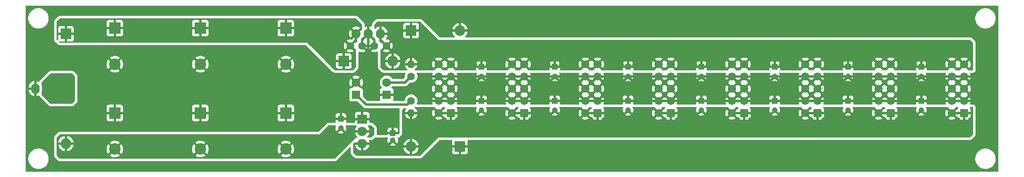
<source format=gbr>
%TF.GenerationSoftware,KiCad,Pcbnew,(6.0.5)*%
%TF.CreationDate,2022-05-21T21:36:39-04:00*%
%TF.ProjectId,supply_lvac,73757070-6c79-45f6-9c76-61632e6b6963,rev?*%
%TF.SameCoordinates,Original*%
%TF.FileFunction,Copper,L1,Top*%
%TF.FilePolarity,Positive*%
%FSLAX46Y46*%
G04 Gerber Fmt 4.6, Leading zero omitted, Abs format (unit mm)*
G04 Created by KiCad (PCBNEW (6.0.5)) date 2022-05-21 21:36:39*
%MOMM*%
%LPD*%
G01*
G04 APERTURE LIST*
G04 Aperture macros list*
%AMRoundRect*
0 Rectangle with rounded corners*
0 $1 Rounding radius*
0 $2 $3 $4 $5 $6 $7 $8 $9 X,Y pos of 4 corners*
0 Add a 4 corners polygon primitive as box body*
4,1,4,$2,$3,$4,$5,$6,$7,$8,$9,$2,$3,0*
0 Add four circle primitives for the rounded corners*
1,1,$1+$1,$2,$3*
1,1,$1+$1,$4,$5*
1,1,$1+$1,$6,$7*
1,1,$1+$1,$8,$9*
0 Add four rect primitives between the rounded corners*
20,1,$1+$1,$2,$3,$4,$5,0*
20,1,$1+$1,$4,$5,$6,$7,0*
20,1,$1+$1,$6,$7,$8,$9,0*
20,1,$1+$1,$8,$9,$2,$3,0*%
G04 Aperture macros list end*
%TA.AperFunction,ComponentPad*%
%ADD10RoundRect,0.250000X0.600000X0.600000X-0.600000X0.600000X-0.600000X-0.600000X0.600000X-0.600000X0*%
%TD*%
%TA.AperFunction,ComponentPad*%
%ADD11C,1.700000*%
%TD*%
%TA.AperFunction,ComponentPad*%
%ADD12R,2.000000X1.905000*%
%TD*%
%TA.AperFunction,ComponentPad*%
%ADD13O,2.000000X1.905000*%
%TD*%
%TA.AperFunction,ComponentPad*%
%ADD14R,2.200000X2.200000*%
%TD*%
%TA.AperFunction,ComponentPad*%
%ADD15O,2.200000X2.200000*%
%TD*%
%TA.AperFunction,ComponentPad*%
%ADD16R,1.200000X1.200000*%
%TD*%
%TA.AperFunction,ComponentPad*%
%ADD17C,1.200000*%
%TD*%
%TA.AperFunction,ComponentPad*%
%ADD18R,2.400000X2.400000*%
%TD*%
%TA.AperFunction,ComponentPad*%
%ADD19C,2.400000*%
%TD*%
%TA.AperFunction,ComponentPad*%
%ADD20C,1.600000*%
%TD*%
%TA.AperFunction,ComponentPad*%
%ADD21R,1.800000X1.800000*%
%TD*%
%TA.AperFunction,ComponentPad*%
%ADD22C,1.800000*%
%TD*%
%TA.AperFunction,ComponentPad*%
%ADD23RoundRect,0.250000X0.620000X0.845000X-0.620000X0.845000X-0.620000X-0.845000X0.620000X-0.845000X0*%
%TD*%
%TA.AperFunction,ComponentPad*%
%ADD24O,1.740000X2.190000*%
%TD*%
%TA.AperFunction,ComponentPad*%
%ADD25C,1.905000*%
%TD*%
%TA.AperFunction,ComponentPad*%
%ADD26O,1.905000X2.000000*%
%TD*%
%TA.AperFunction,ComponentPad*%
%ADD27O,1.600000X1.600000*%
%TD*%
%TA.AperFunction,ViaPad*%
%ADD28C,0.800000*%
%TD*%
%TA.AperFunction,Conductor*%
%ADD29C,0.508000*%
%TD*%
G04 APERTURE END LIST*
D10*
%TO.P,J7,1,Pin_1*%
%TO.N,-12V*%
X213360000Y-60960000D03*
D11*
%TO.P,J7,2,Pin_2*%
X210820000Y-60960000D03*
%TO.P,J7,3,Pin_3*%
%TO.N,GND*%
X213360000Y-58420000D03*
%TO.P,J7,4,Pin_4*%
X210820000Y-58420000D03*
%TO.P,J7,5,Pin_5*%
X213360000Y-55880000D03*
%TO.P,J7,6,Pin_6*%
X210820000Y-55880000D03*
%TO.P,J7,7,Pin_7*%
X213360000Y-53340000D03*
%TO.P,J7,8,Pin_8*%
X210820000Y-53340000D03*
%TO.P,J7,9,Pin_9*%
%TO.N,+12V*%
X213360000Y-50800000D03*
%TO.P,J7,10,Pin_10*%
X210820000Y-50800000D03*
%TD*%
D12*
%TO.P,U2,1,GND*%
%TO.N,GND*%
X118745000Y-62230000D03*
D13*
%TO.P,U2,2,VI*%
%TO.N,/VREC-*%
X118745000Y-64770000D03*
%TO.P,U2,3,VO*%
%TO.N,-12V*%
X118745000Y-67310000D03*
%TD*%
D10*
%TO.P,J9,1,Pin_1*%
%TO.N,-12V*%
X243840000Y-60960000D03*
D11*
%TO.P,J9,2,Pin_2*%
X241300000Y-60960000D03*
%TO.P,J9,3,Pin_3*%
%TO.N,GND*%
X243840000Y-58420000D03*
%TO.P,J9,4,Pin_4*%
X241300000Y-58420000D03*
%TO.P,J9,5,Pin_5*%
X243840000Y-55880000D03*
%TO.P,J9,6,Pin_6*%
X241300000Y-55880000D03*
%TO.P,J9,7,Pin_7*%
X243840000Y-53340000D03*
%TO.P,J9,8,Pin_8*%
X241300000Y-53340000D03*
%TO.P,J9,9,Pin_9*%
%TO.N,+12V*%
X243840000Y-50800000D03*
%TO.P,J9,10,Pin_10*%
X241300000Y-50800000D03*
%TD*%
D14*
%TO.P,D3,1,K*%
%TO.N,/VREC+*%
X114935000Y-50165000D03*
D15*
%TO.P,D3,2,A*%
%TO.N,+12V*%
X125095000Y-50165000D03*
%TD*%
D14*
%TO.P,D1,1,K*%
%TO.N,/VREC+*%
X57150000Y-44450000D03*
D15*
%TO.P,D1,2,A*%
%TO.N,/VAC*%
X57150000Y-54610000D03*
%TD*%
D10*
%TO.P,J2,1,Pin_1*%
%TO.N,-12V*%
X137160000Y-60960000D03*
D11*
%TO.P,J2,2,Pin_2*%
X134620000Y-60960000D03*
%TO.P,J2,3,Pin_3*%
%TO.N,GND*%
X137160000Y-58420000D03*
%TO.P,J2,4,Pin_4*%
X134620000Y-58420000D03*
%TO.P,J2,5,Pin_5*%
X137160000Y-55880000D03*
%TO.P,J2,6,Pin_6*%
X134620000Y-55880000D03*
%TO.P,J2,7,Pin_7*%
X137160000Y-53340000D03*
%TO.P,J2,8,Pin_8*%
X134620000Y-53340000D03*
%TO.P,J2,9,Pin_9*%
%TO.N,+12V*%
X137160000Y-50800000D03*
%TO.P,J2,10,Pin_10*%
X134620000Y-50800000D03*
%TD*%
D16*
%TO.P,C12,1*%
%TO.N,GND*%
X143510000Y-58420000D03*
D17*
%TO.P,C12,2*%
%TO.N,-12V*%
X143510000Y-60420000D03*
%TD*%
D18*
%TO.P,C5,1*%
%TO.N,GND*%
X85090000Y-60960000D03*
D19*
%TO.P,C5,2*%
%TO.N,/VREC-*%
X85090000Y-68460000D03*
%TD*%
D20*
%TO.P,C7,1*%
%TO.N,GND*%
X118745000Y-46990000D03*
%TO.P,C7,2*%
%TO.N,/VREC+*%
X116245000Y-46990000D03*
%TD*%
D16*
%TO.P,C16,1*%
%TO.N,GND*%
X173990000Y-58420000D03*
D17*
%TO.P,C16,2*%
%TO.N,-12V*%
X173990000Y-60420000D03*
%TD*%
D16*
%TO.P,C8,1*%
%TO.N,GND*%
X114300000Y-62135000D03*
D17*
%TO.P,C8,2*%
%TO.N,/VREC-*%
X114300000Y-64135000D03*
%TD*%
D21*
%TO.P,D7,1,K*%
%TO.N,Net-(D7-Pad1)*%
X117475000Y-57155000D03*
D22*
%TO.P,D7,2,A*%
%TO.N,GND*%
X117475000Y-54615000D03*
%TD*%
D10*
%TO.P,J4,1,Pin_1*%
%TO.N,-12V*%
X167640000Y-60960000D03*
D11*
%TO.P,J4,2,Pin_2*%
X165100000Y-60960000D03*
%TO.P,J4,3,Pin_3*%
%TO.N,GND*%
X167640000Y-58420000D03*
%TO.P,J4,4,Pin_4*%
X165100000Y-58420000D03*
%TO.P,J4,5,Pin_5*%
X167640000Y-55880000D03*
%TO.P,J4,6,Pin_6*%
X165100000Y-55880000D03*
%TO.P,J4,7,Pin_7*%
X167640000Y-53340000D03*
%TO.P,J4,8,Pin_8*%
X165100000Y-53340000D03*
%TO.P,J4,9,Pin_9*%
%TO.N,+12V*%
X167640000Y-50800000D03*
%TO.P,J4,10,Pin_10*%
X165100000Y-50800000D03*
%TD*%
D18*
%TO.P,C6,1*%
%TO.N,GND*%
X102870000Y-60960000D03*
D19*
%TO.P,C6,2*%
%TO.N,/VREC-*%
X102870000Y-68460000D03*
%TD*%
D14*
%TO.P,D4,1,K*%
%TO.N,+12V*%
X128905000Y-43815000D03*
D15*
%TO.P,D4,2,A*%
%TO.N,GND*%
X139065000Y-43815000D03*
%TD*%
D16*
%TO.P,C13,1*%
%TO.N,+12V*%
X158750000Y-51340000D03*
D17*
%TO.P,C13,2*%
%TO.N,GND*%
X158750000Y-53340000D03*
%TD*%
D16*
%TO.P,C23,1*%
%TO.N,+12V*%
X234950000Y-51340000D03*
D17*
%TO.P,C23,2*%
%TO.N,GND*%
X234950000Y-53340000D03*
%TD*%
D21*
%TO.P,D6,1,K*%
%TO.N,GND*%
X123825000Y-57150000D03*
D22*
%TO.P,D6,2,A*%
%TO.N,Net-(D6-Pad2)*%
X123825000Y-54610000D03*
%TD*%
D16*
%TO.P,C11,1*%
%TO.N,+12V*%
X143510000Y-51340000D03*
D17*
%TO.P,C11,2*%
%TO.N,GND*%
X143510000Y-53340000D03*
%TD*%
D16*
%TO.P,C22,1*%
%TO.N,GND*%
X219710000Y-58420000D03*
D17*
%TO.P,C22,2*%
%TO.N,-12V*%
X219710000Y-60420000D03*
%TD*%
D10*
%TO.P,J5,1,Pin_1*%
%TO.N,-12V*%
X182880000Y-60960000D03*
D11*
%TO.P,J5,2,Pin_2*%
X180340000Y-60960000D03*
%TO.P,J5,3,Pin_3*%
%TO.N,GND*%
X182880000Y-58420000D03*
%TO.P,J5,4,Pin_4*%
X180340000Y-58420000D03*
%TO.P,J5,5,Pin_5*%
X182880000Y-55880000D03*
%TO.P,J5,6,Pin_6*%
X180340000Y-55880000D03*
%TO.P,J5,7,Pin_7*%
X182880000Y-53340000D03*
%TO.P,J5,8,Pin_8*%
X180340000Y-53340000D03*
%TO.P,J5,9,Pin_9*%
%TO.N,+12V*%
X182880000Y-50800000D03*
%TO.P,J5,10,Pin_10*%
X180340000Y-50800000D03*
%TD*%
D16*
%TO.P,C10,1*%
%TO.N,GND*%
X125095000Y-65175000D03*
D17*
%TO.P,C10,2*%
%TO.N,-12V*%
X125095000Y-66675000D03*
%TD*%
D14*
%TO.P,D5,1,K*%
%TO.N,GND*%
X139065000Y-67945000D03*
D15*
%TO.P,D5,2,A*%
%TO.N,-12V*%
X128905000Y-67945000D03*
%TD*%
D20*
%TO.P,C9,1*%
%TO.N,+12V*%
X123785000Y-46990000D03*
%TO.P,C9,2*%
%TO.N,GND*%
X121285000Y-46990000D03*
%TD*%
D23*
%TO.P,J1,1*%
%TO.N,/VAC*%
X53340000Y-55880000D03*
D24*
%TO.P,J1,2*%
%TO.N,GND*%
X50800000Y-55880000D03*
%TD*%
D14*
%TO.P,D2,1,K*%
%TO.N,/VAC*%
X57150000Y-57150000D03*
D15*
%TO.P,D2,2,A*%
%TO.N,/VREC-*%
X57150000Y-67310000D03*
%TD*%
D16*
%TO.P,C18,1*%
%TO.N,GND*%
X189230000Y-58420000D03*
D17*
%TO.P,C18,2*%
%TO.N,-12V*%
X189230000Y-60420000D03*
%TD*%
D10*
%TO.P,J8,1,Pin_1*%
%TO.N,-12V*%
X228600000Y-60960000D03*
D11*
%TO.P,J8,2,Pin_2*%
X226060000Y-60960000D03*
%TO.P,J8,3,Pin_3*%
%TO.N,GND*%
X228600000Y-58420000D03*
%TO.P,J8,4,Pin_4*%
X226060000Y-58420000D03*
%TO.P,J8,5,Pin_5*%
X228600000Y-55880000D03*
%TO.P,J8,6,Pin_6*%
X226060000Y-55880000D03*
%TO.P,J8,7,Pin_7*%
X228600000Y-53340000D03*
%TO.P,J8,8,Pin_8*%
X226060000Y-53340000D03*
%TO.P,J8,9,Pin_9*%
%TO.N,+12V*%
X228600000Y-50800000D03*
%TO.P,J8,10,Pin_10*%
X226060000Y-50800000D03*
%TD*%
D16*
%TO.P,C17,1*%
%TO.N,+12V*%
X189230000Y-51340000D03*
D17*
%TO.P,C17,2*%
%TO.N,GND*%
X189230000Y-53340000D03*
%TD*%
D25*
%TO.P,U1,1,IN*%
%TO.N,/VREC+*%
X117475000Y-44450000D03*
D26*
%TO.P,U1,2,GND*%
%TO.N,GND*%
X120015000Y-44450000D03*
%TO.P,U1,3,OUT*%
%TO.N,+12V*%
X122555000Y-44450000D03*
%TD*%
D16*
%TO.P,C24,1*%
%TO.N,GND*%
X234950000Y-58420000D03*
D17*
%TO.P,C24,2*%
%TO.N,-12V*%
X234950000Y-60420000D03*
%TD*%
D18*
%TO.P,C4,1*%
%TO.N,GND*%
X67310000Y-60960000D03*
D19*
%TO.P,C4,2*%
%TO.N,/VREC-*%
X67310000Y-68460000D03*
%TD*%
D20*
%TO.P,R2,1*%
%TO.N,Net-(D7-Pad1)*%
X128905000Y-58420000D03*
D27*
%TO.P,R2,2*%
%TO.N,-12V*%
X128905000Y-60960000D03*
%TD*%
D18*
%TO.P,C1,1*%
%TO.N,/VREC+*%
X67310000Y-43300000D03*
D19*
%TO.P,C1,2*%
%TO.N,GND*%
X67310000Y-50800000D03*
%TD*%
D16*
%TO.P,C14,1*%
%TO.N,GND*%
X158750000Y-58420000D03*
D17*
%TO.P,C14,2*%
%TO.N,-12V*%
X158750000Y-60420000D03*
%TD*%
D16*
%TO.P,C21,1*%
%TO.N,+12V*%
X219710000Y-51340000D03*
D17*
%TO.P,C21,2*%
%TO.N,GND*%
X219710000Y-53340000D03*
%TD*%
D10*
%TO.P,J6,1,Pin_1*%
%TO.N,-12V*%
X198120000Y-60960000D03*
D11*
%TO.P,J6,2,Pin_2*%
X195580000Y-60960000D03*
%TO.P,J6,3,Pin_3*%
%TO.N,GND*%
X198120000Y-58420000D03*
%TO.P,J6,4,Pin_4*%
X195580000Y-58420000D03*
%TO.P,J6,5,Pin_5*%
X198120000Y-55880000D03*
%TO.P,J6,6,Pin_6*%
X195580000Y-55880000D03*
%TO.P,J6,7,Pin_7*%
X198120000Y-53340000D03*
%TO.P,J6,8,Pin_8*%
X195580000Y-53340000D03*
%TO.P,J6,9,Pin_9*%
%TO.N,+12V*%
X198120000Y-50800000D03*
%TO.P,J6,10,Pin_10*%
X195580000Y-50800000D03*
%TD*%
D16*
%TO.P,C19,1*%
%TO.N,+12V*%
X204470000Y-51340000D03*
D17*
%TO.P,C19,2*%
%TO.N,GND*%
X204470000Y-53340000D03*
%TD*%
D10*
%TO.P,J3,1,Pin_1*%
%TO.N,-12V*%
X152400000Y-60960000D03*
D11*
%TO.P,J3,2,Pin_2*%
X149860000Y-60960000D03*
%TO.P,J3,3,Pin_3*%
%TO.N,GND*%
X152400000Y-58420000D03*
%TO.P,J3,4,Pin_4*%
X149860000Y-58420000D03*
%TO.P,J3,5,Pin_5*%
X152400000Y-55880000D03*
%TO.P,J3,6,Pin_6*%
X149860000Y-55880000D03*
%TO.P,J3,7,Pin_7*%
X152400000Y-53340000D03*
%TO.P,J3,8,Pin_8*%
X149860000Y-53340000D03*
%TO.P,J3,9,Pin_9*%
%TO.N,+12V*%
X152400000Y-50800000D03*
%TO.P,J3,10,Pin_10*%
X149860000Y-50800000D03*
%TD*%
D18*
%TO.P,C2,1*%
%TO.N,/VREC+*%
X85090000Y-43300000D03*
D19*
%TO.P,C2,2*%
%TO.N,GND*%
X85090000Y-50800000D03*
%TD*%
D18*
%TO.P,C3,1*%
%TO.N,/VREC+*%
X102870000Y-43300000D03*
D19*
%TO.P,C3,2*%
%TO.N,GND*%
X102870000Y-50800000D03*
%TD*%
D16*
%TO.P,C20,1*%
%TO.N,GND*%
X204470000Y-58420000D03*
D17*
%TO.P,C20,2*%
%TO.N,-12V*%
X204470000Y-60420000D03*
%TD*%
D16*
%TO.P,C15,1*%
%TO.N,+12V*%
X173990000Y-51340000D03*
D17*
%TO.P,C15,2*%
%TO.N,GND*%
X173990000Y-53340000D03*
%TD*%
D20*
%TO.P,R1,1*%
%TO.N,Net-(D6-Pad2)*%
X128905000Y-53340000D03*
D27*
%TO.P,R1,2*%
%TO.N,+12V*%
X128905000Y-50800000D03*
%TD*%
D28*
%TO.N,/VREC-*%
X59690000Y-69850000D03*
%TO.N,-12V*%
X125095000Y-69215000D03*
X126365000Y-67945000D03*
X122555000Y-69215000D03*
X123825000Y-67945000D03*
X122555000Y-66675000D03*
X131445000Y-67945000D03*
X127000000Y-69215000D03*
X130810000Y-69215000D03*
X130810000Y-60325000D03*
X127635000Y-62230000D03*
X129540000Y-63500000D03*
X128270000Y-64770000D03*
X129540000Y-66040000D03*
X132080000Y-66040000D03*
X130810000Y-64770000D03*
X130810000Y-62230000D03*
X132080000Y-60960000D03*
X132080000Y-63500000D03*
X133350000Y-64770000D03*
X133350000Y-62230000D03*
X134620000Y-63500000D03*
X135890000Y-64770000D03*
X135890000Y-62230000D03*
X137160000Y-63500000D03*
X138430000Y-62230000D03*
X138430000Y-64770000D03*
X139700000Y-63500000D03*
X139700000Y-60960000D03*
X140970000Y-62230000D03*
X140970000Y-64770000D03*
X142240000Y-63500000D03*
X142240000Y-60960000D03*
X143510000Y-64770000D03*
X144780000Y-63500000D03*
X144780000Y-60960000D03*
X146050000Y-62230000D03*
X146050000Y-64770000D03*
X147320000Y-60960000D03*
X147320000Y-63500000D03*
X148590000Y-64770000D03*
X148590000Y-62230000D03*
X149860000Y-63500000D03*
X151130000Y-64770000D03*
X151130000Y-62230000D03*
X152400000Y-63500000D03*
X153670000Y-64770000D03*
X153670000Y-62230000D03*
X154940000Y-63500000D03*
X154940000Y-60960000D03*
X156210000Y-62230000D03*
X156210000Y-64770000D03*
X157480000Y-63500000D03*
X157480000Y-60960000D03*
X158750000Y-64770000D03*
X161290000Y-64770000D03*
X160020000Y-63500000D03*
X160020000Y-60960000D03*
X161290000Y-62230000D03*
X163830000Y-64770000D03*
X162560000Y-63500000D03*
X162560000Y-60960000D03*
X163830000Y-62230000D03*
X165100000Y-63500000D03*
X166370000Y-64770000D03*
X166370000Y-62230000D03*
X167640000Y-63500000D03*
X168910000Y-62230000D03*
X168910000Y-64770000D03*
X171450000Y-64770000D03*
X170180000Y-63500000D03*
X170180000Y-60960000D03*
X171450000Y-62230000D03*
X172720000Y-60960000D03*
X172720000Y-63500000D03*
X173990000Y-64770000D03*
X175260000Y-60960000D03*
X175260000Y-63500000D03*
X176530000Y-64770000D03*
X176530000Y-62230000D03*
X177800000Y-60960000D03*
X177800000Y-63500000D03*
X179070000Y-64770000D03*
X179070000Y-62230000D03*
X180340000Y-63500000D03*
X181610000Y-62230000D03*
X181610000Y-64770000D03*
X182880000Y-63500000D03*
X184150000Y-62230000D03*
X184150000Y-64770000D03*
X185420000Y-63500000D03*
X185420000Y-60960000D03*
X186690000Y-62230000D03*
X186690000Y-64770000D03*
X187960000Y-63500000D03*
X187960000Y-60960000D03*
X189230000Y-64770000D03*
X190500000Y-63500000D03*
X190500000Y-60960000D03*
X191770000Y-62230000D03*
X191770000Y-64770000D03*
X193040000Y-63500000D03*
X229870000Y-62230000D03*
X214630000Y-62230000D03*
X199390000Y-62230000D03*
X193040000Y-60960000D03*
X194310000Y-62230000D03*
X194310000Y-64770000D03*
X195580000Y-63500000D03*
X196850000Y-64770000D03*
X196850000Y-62230000D03*
X198120000Y-63500000D03*
X199390000Y-64770000D03*
X200660000Y-63500000D03*
X200660000Y-60960000D03*
X201930000Y-62230000D03*
X201930000Y-64770000D03*
X203200000Y-63500000D03*
X203200000Y-60960000D03*
X204470000Y-64770000D03*
X205740000Y-60960000D03*
X205740000Y-63500000D03*
X207010000Y-64770000D03*
X207010000Y-62230000D03*
X208280000Y-63500000D03*
X208280000Y-60960000D03*
X209550000Y-62230000D03*
X209550000Y-64770000D03*
X210820000Y-63500000D03*
X212090000Y-64770000D03*
X213360000Y-63500000D03*
X212090000Y-62230000D03*
X214630000Y-64770000D03*
X215900000Y-63500000D03*
X215900000Y-60960000D03*
X217170000Y-64770000D03*
X217170000Y-62230000D03*
X218440000Y-60960000D03*
X218440000Y-63500000D03*
X219710000Y-64770000D03*
X220980000Y-63500000D03*
X220980000Y-60960000D03*
X222250000Y-62230000D03*
X222250000Y-64770000D03*
X223520000Y-60960000D03*
X223520000Y-63500000D03*
X224790000Y-62230000D03*
X224790000Y-64770000D03*
X227330000Y-62230000D03*
X226060000Y-63500000D03*
X227330000Y-64770000D03*
X228600000Y-63500000D03*
X229870000Y-64770000D03*
X231140000Y-60960000D03*
X231140000Y-63500000D03*
X232410000Y-64770000D03*
X232410000Y-62230000D03*
X233680000Y-60960000D03*
X233680000Y-63500000D03*
X234950000Y-64770000D03*
X236220000Y-63500000D03*
X236220000Y-60960000D03*
X238760000Y-60960000D03*
X237490000Y-62230000D03*
X237490000Y-64770000D03*
X238760000Y-63500000D03*
X240030000Y-64770000D03*
X240030000Y-62230000D03*
X245110000Y-62230000D03*
X245110000Y-64770000D03*
X242570000Y-64770000D03*
X243840000Y-63500000D03*
X241300000Y-63500000D03*
X242570000Y-62230000D03*
%TO.N,+12V*%
X123190000Y-51435000D03*
X131445000Y-43815000D03*
X126365000Y-43180000D03*
X125730000Y-44450000D03*
X125730000Y-46990000D03*
X127000000Y-48895000D03*
X129540000Y-45720000D03*
X129540000Y-48260000D03*
X132080000Y-50800000D03*
X130810000Y-49530000D03*
X130810000Y-46990000D03*
X132080000Y-45720000D03*
X132080000Y-48260000D03*
X133350000Y-46990000D03*
X133350000Y-49530000D03*
X134620000Y-48260000D03*
X135890000Y-46990000D03*
X135890000Y-49530000D03*
X137160000Y-48260000D03*
X138430000Y-49530000D03*
X138430000Y-46990000D03*
X139700000Y-48260000D03*
X139700000Y-50800000D03*
X140970000Y-49530000D03*
X140970000Y-46990000D03*
X142240000Y-48260000D03*
X142240000Y-50800000D03*
X143510000Y-46990000D03*
X144780000Y-48260000D03*
X144780000Y-50800000D03*
X146050000Y-49530000D03*
X146050000Y-46990000D03*
X147320000Y-48260000D03*
X147320000Y-50800000D03*
X148590000Y-46990000D03*
X148590000Y-49530000D03*
X149860000Y-48260000D03*
X151130000Y-46990000D03*
X151130000Y-49530000D03*
X152400000Y-48260000D03*
X153670000Y-49530000D03*
X153670000Y-46990000D03*
X154940000Y-48260000D03*
X154940000Y-50800000D03*
X156210000Y-49530000D03*
X156210000Y-46990000D03*
X157480000Y-48260000D03*
X157480000Y-50800000D03*
X158750000Y-46990000D03*
X160020000Y-48260000D03*
X160020000Y-50800000D03*
X161290000Y-49530000D03*
X161290000Y-46990000D03*
X162560000Y-48260000D03*
X162560000Y-50800000D03*
X163830000Y-49530000D03*
X163830000Y-46990000D03*
X165100000Y-48260000D03*
X166370000Y-46990000D03*
X166370000Y-49530000D03*
X167640000Y-48260000D03*
X168910000Y-49530000D03*
X168910000Y-46990000D03*
X170180000Y-50800000D03*
X170180000Y-48260000D03*
X171450000Y-46990000D03*
X171450000Y-49530000D03*
X172720000Y-50800000D03*
X172720000Y-48260000D03*
X173990000Y-46990000D03*
X175260000Y-48260000D03*
X175260000Y-50800000D03*
X177800000Y-50800000D03*
X176530000Y-49530000D03*
X176530000Y-46990000D03*
X177800000Y-48260000D03*
X179070000Y-46990000D03*
X180340000Y-48260000D03*
X179070000Y-49530000D03*
X181610000Y-46990000D03*
X182880000Y-48260000D03*
X181610000Y-49530000D03*
X184150000Y-46990000D03*
X184150000Y-49530000D03*
X185420000Y-48260000D03*
X185420000Y-50800000D03*
X186690000Y-46990000D03*
X186690000Y-49530000D03*
X187960000Y-50800000D03*
X187960000Y-48260000D03*
X189230000Y-46990000D03*
X190500000Y-50800000D03*
X190500000Y-48260000D03*
X191770000Y-46990000D03*
X191770000Y-49530000D03*
X193040000Y-48260000D03*
X193040000Y-50800000D03*
X194310000Y-49530000D03*
X194310000Y-46990000D03*
X195580000Y-48260000D03*
X198120000Y-48260000D03*
X196850000Y-46990000D03*
X196850000Y-49530000D03*
X199390000Y-46990000D03*
X199390000Y-49530000D03*
X200660000Y-50800000D03*
X200660000Y-48260000D03*
X201930000Y-46990000D03*
X201930000Y-49530000D03*
X203200000Y-48260000D03*
X203200000Y-50800000D03*
X204470000Y-46990000D03*
X205740000Y-48260000D03*
X205740000Y-50800000D03*
X207010000Y-46990000D03*
X207010000Y-49530000D03*
X208280000Y-50800000D03*
X208280000Y-48260000D03*
X209550000Y-46990000D03*
X210820000Y-48260000D03*
X209550000Y-49530000D03*
X212090000Y-46990000D03*
X213360000Y-48260000D03*
X212090000Y-49530000D03*
X214630000Y-49530000D03*
X214630000Y-46990000D03*
X215900000Y-48260000D03*
X215900000Y-50800000D03*
X217170000Y-49530000D03*
X217170000Y-46990000D03*
X218440000Y-48260000D03*
X218440000Y-50800000D03*
X219710000Y-46990000D03*
X220980000Y-50800000D03*
X220980000Y-48260000D03*
X222250000Y-49530000D03*
X222250000Y-46990000D03*
X223520000Y-48260000D03*
X223520000Y-50800000D03*
X224790000Y-49530000D03*
X224790000Y-46990000D03*
X226060000Y-48260000D03*
X228600000Y-48260000D03*
X227330000Y-46990000D03*
X227330000Y-49530000D03*
X229870000Y-46990000D03*
X229870000Y-49530000D03*
X231140000Y-50800000D03*
X231140000Y-48260000D03*
X232410000Y-46990000D03*
X232410000Y-49530000D03*
X233680000Y-50800000D03*
X233680000Y-48260000D03*
X234950000Y-46990000D03*
X236220000Y-50800000D03*
X236220000Y-48260000D03*
X237490000Y-49530000D03*
X237490000Y-46990000D03*
X238760000Y-50800000D03*
X238760000Y-48260000D03*
X245110000Y-49530000D03*
X240030000Y-49530000D03*
X245110000Y-46990000D03*
X240030000Y-46990000D03*
X241300000Y-48260000D03*
X242570000Y-46990000D03*
X243840000Y-48260000D03*
X242570000Y-49530000D03*
%TO.N,/VREC+*%
X59690000Y-45720000D03*
X77470000Y-44450000D03*
X113030000Y-41910000D03*
X66040000Y-45720000D03*
X112395000Y-50800000D03*
X59690000Y-43180000D03*
X86360000Y-45720000D03*
X55880000Y-41910000D03*
X60960000Y-45720000D03*
X64770000Y-44450000D03*
X91440000Y-45720000D03*
X81280000Y-43180000D03*
X59690000Y-41910000D03*
X74930000Y-44450000D03*
X104140000Y-45720000D03*
X99060000Y-43180000D03*
X97790000Y-44450000D03*
X111760000Y-45720000D03*
X63500000Y-43180000D03*
X93980000Y-45720000D03*
X100330000Y-41910000D03*
X95250000Y-41910000D03*
X73660000Y-43180000D03*
X95250000Y-44450000D03*
X82550000Y-44450000D03*
X106680000Y-45720000D03*
X109220000Y-43180000D03*
X91440000Y-43180000D03*
X71120000Y-45720000D03*
X111760000Y-43180000D03*
X88900000Y-45720000D03*
X116840000Y-42545000D03*
X116840000Y-48895000D03*
X71120000Y-43180000D03*
X105410000Y-41910000D03*
X83820000Y-45720000D03*
X110490000Y-46990000D03*
X82550000Y-41910000D03*
X72390000Y-41910000D03*
X63500000Y-45720000D03*
X114300000Y-43180000D03*
X77470000Y-41910000D03*
X109220000Y-45720000D03*
X115570000Y-41910000D03*
X78740000Y-45720000D03*
X87630000Y-41910000D03*
X80010000Y-41910000D03*
X74930000Y-41910000D03*
X93980000Y-43180000D03*
X113030000Y-44450000D03*
X76200000Y-43180000D03*
X97790000Y-41910000D03*
X110490000Y-44450000D03*
X111760000Y-48260000D03*
X90170000Y-41910000D03*
X92710000Y-41910000D03*
X96520000Y-45720000D03*
X96520000Y-43180000D03*
X72390000Y-44450000D03*
X69850000Y-41910000D03*
X116840000Y-50800000D03*
X68580000Y-45720000D03*
X107950000Y-41910000D03*
X62230000Y-44450000D03*
X92710000Y-44450000D03*
X87630000Y-44450000D03*
X81280000Y-45720000D03*
X100330000Y-44450000D03*
X57150000Y-41910000D03*
X73660000Y-45720000D03*
X64770000Y-41910000D03*
X110490000Y-41910000D03*
X69850000Y-44450000D03*
X76200000Y-45720000D03*
X107950000Y-44450000D03*
X99060000Y-45720000D03*
X118110000Y-42545000D03*
X59690000Y-44450000D03*
X106680000Y-43180000D03*
X80010000Y-44450000D03*
X62230000Y-41910000D03*
X115570000Y-43180000D03*
X101600000Y-45720000D03*
X115570000Y-45085000D03*
X78740000Y-43180000D03*
X58420000Y-41910000D03*
X105410000Y-44450000D03*
X60960000Y-43180000D03*
X90170000Y-44450000D03*
X88900000Y-43180000D03*
%TO.N,GND*%
X193040000Y-43180000D03*
X101600000Y-48260000D03*
X87630000Y-54610000D03*
X241300000Y-68580000D03*
X69850000Y-39370000D03*
X237490000Y-39370000D03*
X118110000Y-39370000D03*
X157480000Y-53340000D03*
X87630000Y-59690000D03*
X227330000Y-39370000D03*
X76200000Y-58420000D03*
X52070000Y-59690000D03*
X64770000Y-57150000D03*
X175260000Y-58420000D03*
X78740000Y-50800000D03*
X162560000Y-55880000D03*
X194310000Y-69850000D03*
X194310000Y-57150000D03*
X143510000Y-69850000D03*
X224790000Y-39370000D03*
X107950000Y-59690000D03*
X68580000Y-58420000D03*
X123190000Y-62230000D03*
X143510000Y-41910000D03*
X238760000Y-58420000D03*
X144780000Y-58420000D03*
X195580000Y-43180000D03*
X123190000Y-64770000D03*
X111760000Y-60960000D03*
X139700000Y-58420000D03*
X147320000Y-40640000D03*
X50800000Y-60960000D03*
X64770000Y-62230000D03*
X215900000Y-43180000D03*
X82550000Y-57150000D03*
X160020000Y-40640000D03*
X125730000Y-72390000D03*
X55880000Y-60960000D03*
X62230000Y-57150000D03*
X242570000Y-39370000D03*
X179070000Y-44450000D03*
X200660000Y-40640000D03*
X226060000Y-68580000D03*
X73660000Y-71755000D03*
X160020000Y-71120000D03*
X180340000Y-43180000D03*
X208280000Y-43180000D03*
X209550000Y-72390000D03*
X111760000Y-55880000D03*
X119380000Y-41275000D03*
X186690000Y-54610000D03*
X167640000Y-40640000D03*
X74930000Y-57150000D03*
X59690000Y-52070000D03*
X49530000Y-46990000D03*
X201930000Y-54610000D03*
X58420000Y-63500000D03*
X132080000Y-71120000D03*
X69850000Y-59690000D03*
X97790000Y-54610000D03*
X87630000Y-49530000D03*
X147320000Y-43180000D03*
X170180000Y-71120000D03*
X191770000Y-54610000D03*
X86360000Y-55880000D03*
X125730000Y-55880000D03*
X181610000Y-72390000D03*
X228600000Y-68580000D03*
X153670000Y-67310000D03*
X100330000Y-49530000D03*
X54610000Y-49530000D03*
X133350000Y-41910000D03*
X88900000Y-63500000D03*
X140970000Y-67310000D03*
X50800000Y-53340000D03*
X146050000Y-57150000D03*
X200660000Y-71120000D03*
X140970000Y-69850000D03*
X227330000Y-44450000D03*
X142240000Y-43180000D03*
X54610000Y-46990000D03*
X175260000Y-55880000D03*
X204470000Y-39370000D03*
X100330000Y-52070000D03*
X222250000Y-39370000D03*
X222250000Y-57150000D03*
X240030000Y-41910000D03*
X149860000Y-71120000D03*
X125730000Y-39370000D03*
X142240000Y-58420000D03*
X88900000Y-58420000D03*
X208280000Y-55880000D03*
X240030000Y-54610000D03*
X132080000Y-40640000D03*
X212090000Y-72390000D03*
X194310000Y-72390000D03*
X139700000Y-71120000D03*
X180340000Y-40640000D03*
X247650000Y-52070000D03*
X157480000Y-58420000D03*
X219710000Y-69850000D03*
X76200000Y-50800000D03*
X177800000Y-58420000D03*
X234950000Y-57150000D03*
X238760000Y-53340000D03*
X187960000Y-55880000D03*
X74930000Y-49530000D03*
X190500000Y-53340000D03*
X232410000Y-54610000D03*
X120650000Y-41275000D03*
X204470000Y-69850000D03*
X181610000Y-57150000D03*
X130810000Y-54610000D03*
X176530000Y-67310000D03*
X95250000Y-57150000D03*
X161290000Y-57150000D03*
X80010000Y-59690000D03*
X215900000Y-58420000D03*
X214630000Y-54610000D03*
X243840000Y-40640000D03*
X140970000Y-39370000D03*
X212090000Y-57150000D03*
X133350000Y-57150000D03*
X242570000Y-67310000D03*
X184150000Y-67310000D03*
X135890000Y-41910000D03*
X96520000Y-48260000D03*
X201930000Y-69850000D03*
X223520000Y-55880000D03*
X60960000Y-60960000D03*
X52070000Y-49530000D03*
X229870000Y-69850000D03*
X120650000Y-57150000D03*
X161290000Y-54610000D03*
X106680000Y-58420000D03*
X207010000Y-67310000D03*
X180340000Y-68580000D03*
X243840000Y-71120000D03*
X208280000Y-68580000D03*
X161290000Y-41910000D03*
X163830000Y-41910000D03*
X222250000Y-72390000D03*
X196850000Y-41910000D03*
X66040000Y-58420000D03*
X95250000Y-59690000D03*
X71120000Y-58420000D03*
X193040000Y-68580000D03*
X172720000Y-43180000D03*
X128270000Y-39370000D03*
X250190000Y-54610000D03*
X176530000Y-69850000D03*
X83820000Y-48260000D03*
X215900000Y-40640000D03*
X111760000Y-58420000D03*
X220980000Y-55880000D03*
X172720000Y-53340000D03*
X110490000Y-52070000D03*
X217170000Y-54610000D03*
X132080000Y-58420000D03*
X226060000Y-71120000D03*
X194310000Y-44450000D03*
X168910000Y-41910000D03*
X232410000Y-57150000D03*
X99060000Y-71755000D03*
X171450000Y-67310000D03*
X243840000Y-68580000D03*
X220980000Y-53340000D03*
X81280000Y-58420000D03*
X194310000Y-41910000D03*
X111760000Y-72390000D03*
X151130000Y-54610000D03*
X194310000Y-39370000D03*
X107950000Y-54610000D03*
X231140000Y-68580000D03*
X105410000Y-52070000D03*
X113030000Y-40005000D03*
X52070000Y-62230000D03*
X217170000Y-67310000D03*
X245110000Y-67310000D03*
X82550000Y-62230000D03*
X119380000Y-71120000D03*
X229870000Y-41910000D03*
X135890000Y-44450000D03*
X207010000Y-41910000D03*
X219710000Y-72390000D03*
X73660000Y-58420000D03*
X217170000Y-69850000D03*
X134620000Y-71120000D03*
X116840000Y-71120000D03*
X57150000Y-40005000D03*
X231140000Y-71120000D03*
X208280000Y-71120000D03*
X168910000Y-39370000D03*
X120650000Y-54610000D03*
X152400000Y-71120000D03*
X95250000Y-54610000D03*
X80248727Y-54501855D03*
X232410000Y-69850000D03*
X53340000Y-45720000D03*
X60960000Y-55880000D03*
X88900000Y-60960000D03*
X189230000Y-41910000D03*
X143510000Y-57150000D03*
X190500000Y-71120000D03*
X93980000Y-71755000D03*
X233680000Y-40640000D03*
X62230000Y-52070000D03*
X106680000Y-50800000D03*
X80010000Y-62230000D03*
X176530000Y-54610000D03*
X177800000Y-53340000D03*
X236220000Y-68580000D03*
X90170000Y-54610000D03*
X232410000Y-41910000D03*
X191770000Y-72390000D03*
X187960000Y-71120000D03*
X245110000Y-54610000D03*
X86360000Y-48260000D03*
X73660000Y-50800000D03*
X246380000Y-53340000D03*
X71120000Y-60960000D03*
X83820000Y-53340000D03*
X71120000Y-48260000D03*
X124460000Y-63500000D03*
X119380000Y-55880000D03*
X72390000Y-57150000D03*
X157480000Y-71120000D03*
X99060000Y-50800000D03*
X176530000Y-57150000D03*
X138430000Y-39370000D03*
X81280000Y-63500000D03*
X105410000Y-62230000D03*
X193040000Y-55880000D03*
X106680000Y-55880000D03*
X170180000Y-43180000D03*
X107950000Y-49530000D03*
X80010000Y-39370000D03*
X97790000Y-49530000D03*
X246380000Y-58420000D03*
X173990000Y-44450000D03*
X247650000Y-46990000D03*
X163830000Y-54610000D03*
X217170000Y-41910000D03*
X143510000Y-39370000D03*
X189230000Y-67310000D03*
X247650000Y-62230000D03*
X196850000Y-39370000D03*
X158750000Y-41910000D03*
X152400000Y-40640000D03*
X190500000Y-58420000D03*
X101600000Y-58420000D03*
X95250000Y-39370000D03*
X231140000Y-53340000D03*
X60960000Y-58420000D03*
X53340000Y-48260000D03*
X104140000Y-48260000D03*
X160020000Y-55880000D03*
X83820000Y-55880000D03*
X163830000Y-72390000D03*
X71120000Y-55880000D03*
X102870000Y-57150000D03*
X105410000Y-59690000D03*
X146050000Y-69850000D03*
X142240000Y-55880000D03*
X168910000Y-67310000D03*
X218440000Y-43180000D03*
X68580000Y-63500000D03*
X173990000Y-54610000D03*
X139700000Y-40640000D03*
X240030000Y-39370000D03*
X105410000Y-49530000D03*
X250190000Y-62230000D03*
X186690000Y-57150000D03*
X55880000Y-48260000D03*
X127000000Y-71120000D03*
X53975000Y-67945000D03*
X190500000Y-55880000D03*
X213360000Y-68580000D03*
X99060000Y-55880000D03*
X146050000Y-39370000D03*
X176530000Y-41910000D03*
X64770000Y-49530000D03*
X104140000Y-53340000D03*
X222250000Y-54610000D03*
X203200000Y-55880000D03*
X156210000Y-67310000D03*
X115570000Y-72390000D03*
X93980000Y-50800000D03*
X205740000Y-68580000D03*
X63500000Y-58420000D03*
X250190000Y-59690000D03*
X129540000Y-40640000D03*
X181610000Y-44450000D03*
X82550000Y-49530000D03*
X107950000Y-40005000D03*
X248920000Y-66040000D03*
X198120000Y-43180000D03*
X101600000Y-63500000D03*
X63500000Y-60960000D03*
X66040000Y-53340000D03*
X200660000Y-43180000D03*
X66040000Y-55880000D03*
X247650000Y-64770000D03*
X224790000Y-54610000D03*
X240030000Y-72390000D03*
X179070000Y-72390000D03*
X184150000Y-41910000D03*
X71120000Y-72390000D03*
X242570000Y-41910000D03*
X198120000Y-40640000D03*
X173990000Y-57150000D03*
X223520000Y-68580000D03*
X191770000Y-69850000D03*
X187960000Y-68580000D03*
X92710000Y-49530000D03*
X234950000Y-67310000D03*
X92710000Y-52070000D03*
X231140000Y-40640000D03*
X203200000Y-40640000D03*
X101600000Y-53340000D03*
X50800000Y-63500000D03*
X234950000Y-72390000D03*
X80010000Y-57150000D03*
X217170000Y-57150000D03*
X242570000Y-72390000D03*
X104140000Y-58420000D03*
X226060000Y-40640000D03*
X191770000Y-41910000D03*
X214630000Y-44450000D03*
X236220000Y-71120000D03*
X149860000Y-68580000D03*
X224790000Y-72390000D03*
X238760000Y-40640000D03*
X67310000Y-57150000D03*
X137160000Y-40640000D03*
X100330000Y-59690000D03*
X96520000Y-58420000D03*
X227330000Y-72390000D03*
X86360000Y-72390000D03*
X62230000Y-49530000D03*
X109220000Y-71755000D03*
X184150000Y-57150000D03*
X157480000Y-68580000D03*
X209550000Y-69850000D03*
X232410000Y-67310000D03*
X143510000Y-54610000D03*
X92710000Y-57150000D03*
X100330000Y-54610000D03*
X88900000Y-48260000D03*
X182880000Y-43180000D03*
X73660000Y-63500000D03*
X134620000Y-68580000D03*
X83820000Y-58420000D03*
X120650000Y-60960000D03*
X114300000Y-71120000D03*
X127000000Y-53340000D03*
X59690000Y-62230000D03*
X71120000Y-53340000D03*
X92710000Y-40005000D03*
X237490000Y-44450000D03*
X199390000Y-72390000D03*
X137160000Y-68580000D03*
X146050000Y-72390000D03*
X237490000Y-72390000D03*
X179070000Y-54610000D03*
X217170000Y-72390000D03*
X60960000Y-50800000D03*
X199390000Y-67310000D03*
X199390000Y-44450000D03*
X93980000Y-58420000D03*
X114300000Y-55880000D03*
X231140000Y-58420000D03*
X100330000Y-39370000D03*
X81280000Y-48260000D03*
X248920000Y-63500000D03*
X57150000Y-49530000D03*
X219710000Y-54610000D03*
X120015000Y-48260000D03*
X59690000Y-59690000D03*
X173990000Y-72390000D03*
X184150000Y-54610000D03*
X236220000Y-55880000D03*
X203200000Y-68580000D03*
X96520000Y-60960000D03*
X120650000Y-62230000D03*
X205740000Y-53340000D03*
X196850000Y-69850000D03*
X109220000Y-53340000D03*
X101600000Y-72390000D03*
X104140000Y-71755000D03*
X148590000Y-72390000D03*
X69850000Y-52070000D03*
X147320000Y-58420000D03*
X86360000Y-53340000D03*
X73660000Y-48260000D03*
X81280000Y-55880000D03*
X76200000Y-53340000D03*
X207010000Y-54610000D03*
X109220000Y-55880000D03*
X245110000Y-44450000D03*
X160020000Y-58420000D03*
X127000000Y-57150000D03*
X120650000Y-72390000D03*
X153670000Y-41910000D03*
X68580000Y-48260000D03*
X91440000Y-60960000D03*
X223520000Y-53340000D03*
X158750000Y-54610000D03*
X152400000Y-43180000D03*
X204470000Y-54610000D03*
X163830000Y-57150000D03*
X63500000Y-63500000D03*
X189230000Y-39370000D03*
X176530000Y-44450000D03*
X187960000Y-58420000D03*
X237490000Y-69850000D03*
X179070000Y-69850000D03*
X139700000Y-55880000D03*
X172720000Y-68580000D03*
X115570000Y-59690000D03*
X93980000Y-55880000D03*
X214630000Y-69850000D03*
X113030000Y-57150000D03*
X214630000Y-39370000D03*
X72390000Y-59690000D03*
X199390000Y-39370000D03*
X166370000Y-39370000D03*
X53340000Y-63500000D03*
X138430000Y-72390000D03*
X151130000Y-44450000D03*
X135890000Y-54610000D03*
X177800000Y-68580000D03*
X78740000Y-58420000D03*
X229870000Y-39370000D03*
X114300000Y-53340000D03*
X82550000Y-59690000D03*
X147320000Y-71120000D03*
X199390000Y-57150000D03*
X120015000Y-42545000D03*
X90170000Y-57150000D03*
X201930000Y-67310000D03*
X172720000Y-58420000D03*
X250190000Y-52070000D03*
X85090000Y-54610000D03*
X191770000Y-39370000D03*
X165100000Y-40640000D03*
X96520000Y-55880000D03*
X231140000Y-43180000D03*
X181610000Y-39370000D03*
X143510000Y-44450000D03*
X166370000Y-67310000D03*
X76200000Y-63500000D03*
X97790000Y-40005000D03*
X111760000Y-53340000D03*
X165100000Y-43180000D03*
X163830000Y-39370000D03*
X214630000Y-72390000D03*
X179070000Y-57150000D03*
X162560000Y-53340000D03*
X73660000Y-55880000D03*
X71120000Y-63500000D03*
X248920000Y-53340000D03*
X158750000Y-44450000D03*
X193040000Y-71120000D03*
X198120000Y-71120000D03*
X110490000Y-57150000D03*
X201930000Y-39370000D03*
X60960000Y-72390000D03*
X109220000Y-63500000D03*
X196850000Y-44450000D03*
X92710000Y-59690000D03*
X146050000Y-44450000D03*
X144780000Y-55880000D03*
X240030000Y-44450000D03*
X115570000Y-69850000D03*
X93980000Y-63500000D03*
X245110000Y-72390000D03*
X165100000Y-68580000D03*
X203200000Y-58420000D03*
X187960000Y-43180000D03*
X138430000Y-41910000D03*
X134620000Y-43180000D03*
X148590000Y-39370000D03*
X222250000Y-41910000D03*
X90170000Y-49530000D03*
X76200000Y-55880000D03*
X158750000Y-67310000D03*
X191770000Y-57150000D03*
X162560000Y-68580000D03*
X97790000Y-59690000D03*
X181610000Y-41910000D03*
X219710000Y-39370000D03*
X191770000Y-67310000D03*
X151130000Y-41910000D03*
X234950000Y-69850000D03*
X71120000Y-50800000D03*
X142240000Y-68580000D03*
X185420000Y-58420000D03*
X177800000Y-71120000D03*
X171450000Y-44450000D03*
X248920000Y-58420000D03*
X156210000Y-69850000D03*
X99060000Y-58420000D03*
X222250000Y-67310000D03*
X118110000Y-59690000D03*
X107950000Y-62230000D03*
X157480000Y-43180000D03*
X185420000Y-55880000D03*
X121920000Y-60960000D03*
X200660000Y-55880000D03*
X154940000Y-40640000D03*
X173990000Y-67310000D03*
X120015000Y-50165000D03*
X181610000Y-69850000D03*
X88900000Y-53340000D03*
X118745000Y-48895000D03*
X115570000Y-39370000D03*
X226060000Y-43180000D03*
X138430000Y-57150000D03*
X215900000Y-68580000D03*
X214630000Y-41910000D03*
X162560000Y-40640000D03*
X184150000Y-69850000D03*
X154940000Y-71120000D03*
X233680000Y-43180000D03*
X201930000Y-41910000D03*
X210820000Y-40640000D03*
X208280000Y-53340000D03*
X170180000Y-68580000D03*
X218440000Y-55880000D03*
X135890000Y-39370000D03*
X203200000Y-43180000D03*
X238760000Y-68580000D03*
X222250000Y-44450000D03*
X123190000Y-72390000D03*
X99060000Y-60960000D03*
X115570000Y-57150000D03*
X214630000Y-67310000D03*
X113030000Y-59690000D03*
X82550000Y-40005000D03*
X205740000Y-55880000D03*
X228600000Y-71120000D03*
X91440000Y-63500000D03*
X86360000Y-63500000D03*
X173990000Y-39370000D03*
X176530000Y-72390000D03*
X171450000Y-54610000D03*
X93980000Y-60960000D03*
X215900000Y-71120000D03*
X196850000Y-72390000D03*
X96520000Y-72390000D03*
X125730000Y-57785000D03*
X177800000Y-55880000D03*
X72390000Y-54610000D03*
X219710000Y-44450000D03*
X200660000Y-68580000D03*
X248920000Y-48260000D03*
X156210000Y-54610000D03*
X148590000Y-57150000D03*
X167640000Y-68580000D03*
X229870000Y-72390000D03*
X212090000Y-69850000D03*
X151130000Y-72390000D03*
X213360000Y-40640000D03*
X161290000Y-69850000D03*
X160020000Y-43180000D03*
X213360000Y-71120000D03*
X209550000Y-67310000D03*
X133350000Y-39370000D03*
X215900000Y-55880000D03*
X129540000Y-71120000D03*
X130810000Y-72390000D03*
X133350000Y-54610000D03*
X50800000Y-48260000D03*
X55880000Y-50800000D03*
X185420000Y-53340000D03*
X69850000Y-57150000D03*
X102870000Y-54610000D03*
X227330000Y-67310000D03*
X171450000Y-39370000D03*
X209550000Y-39370000D03*
X49530000Y-52070000D03*
X233680000Y-55880000D03*
X247650000Y-44450000D03*
X181610000Y-67310000D03*
X143510000Y-72390000D03*
X248920000Y-50800000D03*
X238760000Y-43180000D03*
X151130000Y-67310000D03*
X124460000Y-71120000D03*
X62230000Y-54610000D03*
X54610000Y-62230000D03*
X186690000Y-39370000D03*
X190500000Y-40640000D03*
X135890000Y-67310000D03*
X172720000Y-55880000D03*
X55880000Y-63500000D03*
X54610000Y-39370000D03*
X106680000Y-60960000D03*
X58420000Y-48260000D03*
X234950000Y-44450000D03*
X149860000Y-40640000D03*
X231140000Y-55880000D03*
X81280000Y-60960000D03*
X49530000Y-67310000D03*
X66040000Y-63500000D03*
X140970000Y-72390000D03*
X158750000Y-72390000D03*
X217170000Y-39370000D03*
X96520000Y-50800000D03*
X100330000Y-57150000D03*
X109220000Y-60960000D03*
X96520000Y-53340000D03*
X54610000Y-64770000D03*
X213360000Y-43180000D03*
X72390000Y-40005000D03*
X187960000Y-40640000D03*
X181610000Y-54610000D03*
X186690000Y-67310000D03*
X156210000Y-41910000D03*
X139700000Y-53340000D03*
X171450000Y-72390000D03*
X224790000Y-44450000D03*
X166370000Y-41910000D03*
X121920000Y-55880000D03*
X240030000Y-67310000D03*
X149860000Y-43180000D03*
X148590000Y-41910000D03*
X91440000Y-55880000D03*
X195580000Y-68580000D03*
X218440000Y-71120000D03*
X148590000Y-54610000D03*
X105410000Y-57150000D03*
X102870000Y-40005000D03*
X158750000Y-69850000D03*
X80010000Y-52070000D03*
X68580000Y-55880000D03*
X153670000Y-54610000D03*
X220980000Y-71120000D03*
X219710000Y-41910000D03*
X77470000Y-54610000D03*
X92710000Y-54610000D03*
X218440000Y-53340000D03*
X107950000Y-57150000D03*
X248920000Y-55880000D03*
X154940000Y-43180000D03*
X247650000Y-59690000D03*
X91440000Y-58420000D03*
X162560000Y-43180000D03*
X193040000Y-58420000D03*
X142240000Y-71120000D03*
X125730000Y-62230000D03*
X132080000Y-53340000D03*
X191770000Y-44450000D03*
X189230000Y-72390000D03*
X134620000Y-40640000D03*
X97790000Y-62230000D03*
X204470000Y-41910000D03*
X121285000Y-51435000D03*
X91440000Y-72390000D03*
X201930000Y-44450000D03*
X175260000Y-43180000D03*
X154940000Y-58420000D03*
X59690000Y-49530000D03*
X205740000Y-40640000D03*
X215900000Y-53340000D03*
X229870000Y-54610000D03*
X59690000Y-39370000D03*
X212090000Y-44450000D03*
X250190000Y-46990000D03*
X247650000Y-54610000D03*
X184150000Y-44450000D03*
X110490000Y-54610000D03*
X121920000Y-53340000D03*
X82550000Y-52070000D03*
X204470000Y-67310000D03*
X95250000Y-49530000D03*
X74930000Y-39370000D03*
X209550000Y-41910000D03*
X220980000Y-43180000D03*
X223520000Y-58420000D03*
X52070000Y-64770000D03*
X161290000Y-39370000D03*
X52070000Y-52070000D03*
X172720000Y-40640000D03*
X63500000Y-50800000D03*
X168910000Y-72390000D03*
X236220000Y-58420000D03*
X146050000Y-67310000D03*
X95250000Y-62230000D03*
X203200000Y-71120000D03*
X62230000Y-62230000D03*
X234950000Y-41910000D03*
X193040000Y-53340000D03*
X106680000Y-48260000D03*
X185420000Y-71120000D03*
X165100000Y-71120000D03*
X250190000Y-67310000D03*
X92710000Y-62230000D03*
X127000000Y-40640000D03*
X124460000Y-60960000D03*
X93980000Y-48260000D03*
X82550000Y-54610000D03*
X167640000Y-43180000D03*
X154940000Y-53340000D03*
X240030000Y-69850000D03*
X62230000Y-40005000D03*
X90170000Y-62230000D03*
X227330000Y-54610000D03*
X114300000Y-58420000D03*
X107950000Y-52070000D03*
X153670000Y-39370000D03*
X140970000Y-44450000D03*
X228600000Y-40640000D03*
X68580000Y-71755000D03*
X233680000Y-58420000D03*
X110490000Y-59690000D03*
X166370000Y-69850000D03*
X204470000Y-72390000D03*
X85090000Y-39370000D03*
X72390000Y-62230000D03*
X64770000Y-59690000D03*
X238760000Y-71120000D03*
X96520000Y-63500000D03*
X151130000Y-69850000D03*
X223520000Y-43180000D03*
X90170000Y-52070000D03*
X168910000Y-54610000D03*
X220980000Y-40640000D03*
X137160000Y-43180000D03*
X173990000Y-69850000D03*
X78740000Y-55880000D03*
X87630000Y-62230000D03*
X223520000Y-71120000D03*
X100330000Y-62230000D03*
X106680000Y-53340000D03*
X72390000Y-52070000D03*
X128270000Y-72390000D03*
X245110000Y-57150000D03*
X53340000Y-66040000D03*
X248920000Y-60960000D03*
X186690000Y-44450000D03*
X233680000Y-71120000D03*
X168910000Y-57150000D03*
X153670000Y-69850000D03*
X148590000Y-69850000D03*
X228600000Y-43180000D03*
X241300000Y-40640000D03*
X154940000Y-55880000D03*
X77470000Y-40005000D03*
X101600000Y-55880000D03*
X209550000Y-44450000D03*
X205740000Y-58420000D03*
X144780000Y-71120000D03*
X201930000Y-57150000D03*
X78740000Y-63500000D03*
X77470000Y-59690000D03*
X74930000Y-62230000D03*
X83820000Y-71755000D03*
X119380000Y-40005000D03*
X237490000Y-54610000D03*
X50800000Y-45720000D03*
X200660000Y-53340000D03*
X224790000Y-69850000D03*
X242570000Y-54610000D03*
X229870000Y-44450000D03*
X189230000Y-44450000D03*
X144780000Y-53340000D03*
X97790000Y-57150000D03*
X87630000Y-52070000D03*
X195580000Y-40640000D03*
X185420000Y-68580000D03*
X166370000Y-72390000D03*
X220980000Y-58420000D03*
X163830000Y-44450000D03*
X236220000Y-40640000D03*
X156210000Y-72390000D03*
X184150000Y-39370000D03*
X115570000Y-54610000D03*
X63500000Y-48260000D03*
X54610000Y-72390000D03*
X78740000Y-48260000D03*
X170180000Y-58420000D03*
X245110000Y-39370000D03*
X57785000Y-71755000D03*
X142240000Y-53340000D03*
X91440000Y-50800000D03*
X116840000Y-60960000D03*
X161290000Y-67310000D03*
X50800000Y-66040000D03*
X52070000Y-46990000D03*
X229870000Y-57150000D03*
X74930000Y-59690000D03*
X205740000Y-71120000D03*
X128270000Y-55880000D03*
X88900000Y-50800000D03*
X227330000Y-57150000D03*
X49530000Y-59690000D03*
X173990000Y-41910000D03*
X147320000Y-55880000D03*
X185420000Y-43180000D03*
X218440000Y-68580000D03*
X171450000Y-41910000D03*
X194310000Y-54610000D03*
X160020000Y-53340000D03*
X245110000Y-41910000D03*
X190500000Y-43180000D03*
X224790000Y-41910000D03*
X67310000Y-40005000D03*
X99060000Y-53340000D03*
X175260000Y-68580000D03*
X49530000Y-44450000D03*
X151130000Y-57150000D03*
X60960000Y-48260000D03*
X144780000Y-40640000D03*
X91440000Y-53340000D03*
X132080000Y-55880000D03*
X233680000Y-53340000D03*
X74930000Y-54610000D03*
X220980000Y-68580000D03*
X156210000Y-44450000D03*
X219710000Y-57150000D03*
X58420000Y-60960000D03*
X209550000Y-54610000D03*
X186690000Y-69850000D03*
X214630000Y-57150000D03*
X222250000Y-69850000D03*
X189230000Y-57150000D03*
X142240000Y-40640000D03*
X91440000Y-48260000D03*
X78740000Y-53340000D03*
X168910000Y-44450000D03*
X250190000Y-44450000D03*
X53340000Y-60960000D03*
X104140000Y-63500000D03*
X76200000Y-48260000D03*
X232410000Y-72390000D03*
X64770000Y-39370000D03*
X194310000Y-67310000D03*
X153670000Y-44450000D03*
X189230000Y-54610000D03*
X248920000Y-45720000D03*
X81280000Y-72390000D03*
X148590000Y-67310000D03*
X189230000Y-69850000D03*
X78740000Y-71755000D03*
X246380000Y-55880000D03*
X167640000Y-71120000D03*
X207010000Y-39370000D03*
X99060000Y-63500000D03*
X52070000Y-44450000D03*
X72390000Y-49530000D03*
X179070000Y-67310000D03*
X200660000Y-58420000D03*
X234950000Y-54610000D03*
X135890000Y-69850000D03*
X182880000Y-71120000D03*
X129540000Y-55880000D03*
X176530000Y-39370000D03*
X217170000Y-44450000D03*
X210820000Y-43180000D03*
X212090000Y-39370000D03*
X182880000Y-68580000D03*
X106680000Y-72390000D03*
X66040000Y-48260000D03*
X154940000Y-68580000D03*
X163830000Y-67310000D03*
X63500000Y-71755000D03*
X93980000Y-53340000D03*
X223520000Y-40640000D03*
X175260000Y-71120000D03*
X190500000Y-68580000D03*
X123190000Y-39370000D03*
X95250000Y-52070000D03*
X68580000Y-53340000D03*
X242570000Y-44450000D03*
X64770000Y-52070000D03*
X60960000Y-63500000D03*
X83820000Y-63500000D03*
X147320000Y-68580000D03*
X162560000Y-71120000D03*
X140970000Y-41910000D03*
X121285000Y-48895000D03*
X180340000Y-71120000D03*
X53975000Y-43815000D03*
X224790000Y-67310000D03*
X204470000Y-57150000D03*
X63500000Y-53340000D03*
X143510000Y-67310000D03*
X135890000Y-72390000D03*
X148590000Y-44450000D03*
X151130000Y-39370000D03*
X106680000Y-63500000D03*
X204470000Y-44450000D03*
X77470000Y-49530000D03*
X105410000Y-54610000D03*
X49530000Y-62230000D03*
X146050000Y-41910000D03*
X166370000Y-44450000D03*
X85090000Y-57150000D03*
X203200000Y-53340000D03*
X66040000Y-72390000D03*
X69850000Y-49530000D03*
X113030000Y-54610000D03*
X242570000Y-69850000D03*
X153670000Y-72390000D03*
X170180000Y-55880000D03*
X237490000Y-41910000D03*
X236220000Y-53340000D03*
X241300000Y-43180000D03*
X207010000Y-44450000D03*
X67310000Y-54610000D03*
X138430000Y-54610000D03*
X210820000Y-71120000D03*
X250190000Y-57150000D03*
X156210000Y-57150000D03*
X118745000Y-51435000D03*
X238760000Y-55880000D03*
X175260000Y-40640000D03*
X218440000Y-58420000D03*
X87630000Y-57150000D03*
X90170000Y-39370000D03*
X212090000Y-54610000D03*
X195580000Y-71120000D03*
X234950000Y-39370000D03*
X236220000Y-43180000D03*
X177800000Y-43180000D03*
X242570000Y-57150000D03*
X208280000Y-40640000D03*
X205740000Y-43180000D03*
X118110000Y-72390000D03*
X144780000Y-68580000D03*
X157480000Y-40640000D03*
X227330000Y-69850000D03*
X50800000Y-58420000D03*
X199390000Y-41910000D03*
X140970000Y-54610000D03*
X57150000Y-62230000D03*
X135890000Y-57150000D03*
X77470000Y-52070000D03*
X81280000Y-53340000D03*
X76200000Y-72390000D03*
X104140000Y-55880000D03*
X78740000Y-60960000D03*
X119380000Y-53340000D03*
X133350000Y-72390000D03*
X69850000Y-62230000D03*
X247650000Y-57150000D03*
X185420000Y-40640000D03*
X171450000Y-57150000D03*
X156210000Y-39370000D03*
X196850000Y-67310000D03*
X170180000Y-53340000D03*
X147320000Y-53340000D03*
X184150000Y-72390000D03*
X187960000Y-53340000D03*
X207010000Y-57150000D03*
X207010000Y-69850000D03*
X120650000Y-39370000D03*
X88900000Y-71755000D03*
X88900000Y-55880000D03*
X179070000Y-41910000D03*
X161290000Y-72390000D03*
X232410000Y-44450000D03*
X74930000Y-52070000D03*
X109220000Y-50800000D03*
X175260000Y-53340000D03*
X158750000Y-39370000D03*
X201930000Y-72390000D03*
X76200000Y-60960000D03*
X218440000Y-40640000D03*
X170180000Y-40640000D03*
X146050000Y-54610000D03*
X193040000Y-40640000D03*
X250190000Y-49530000D03*
X90170000Y-59690000D03*
X237490000Y-67310000D03*
X87630000Y-40005000D03*
X81280000Y-50800000D03*
X182880000Y-40640000D03*
X224790000Y-57150000D03*
X186690000Y-72390000D03*
X130810000Y-57150000D03*
X212090000Y-41910000D03*
X97790000Y-52070000D03*
X160020000Y-68580000D03*
X232410000Y-39370000D03*
X163830000Y-69850000D03*
X240030000Y-57150000D03*
X168910000Y-69850000D03*
X60960000Y-53340000D03*
X73660000Y-53340000D03*
X153670000Y-57150000D03*
X250190000Y-64770000D03*
X63500000Y-55880000D03*
X58420000Y-50800000D03*
X161290000Y-44450000D03*
X219710000Y-67310000D03*
X229870000Y-67310000D03*
X77470000Y-62230000D03*
X162560000Y-58420000D03*
X99060000Y-48260000D03*
X130810000Y-39370000D03*
X199390000Y-54610000D03*
X86360000Y-58420000D03*
X198120000Y-68580000D03*
X73660000Y-60960000D03*
X138430000Y-69850000D03*
X227330000Y-41910000D03*
X237490000Y-57150000D03*
X177800000Y-40640000D03*
X80010000Y-49530000D03*
X105410000Y-39370000D03*
X69850000Y-54610000D03*
X144780000Y-43180000D03*
X247650000Y-49530000D03*
X140970000Y-57150000D03*
X186690000Y-41910000D03*
X210820000Y-68580000D03*
X49530000Y-64770000D03*
X172720000Y-71120000D03*
X233680000Y-68580000D03*
X158750000Y-57150000D03*
X64770000Y-54610000D03*
X243840000Y-43180000D03*
X212090000Y-67310000D03*
X171450000Y-69850000D03*
X152400000Y-68580000D03*
X110490000Y-62230000D03*
X207010000Y-72390000D03*
X110490000Y-39370000D03*
X241300000Y-71120000D03*
X209550000Y-57150000D03*
X49530000Y-49530000D03*
X109220000Y-58420000D03*
X137160000Y-71120000D03*
X62230000Y-59690000D03*
X77470000Y-57150000D03*
X208280000Y-58420000D03*
X157480000Y-55880000D03*
X179070000Y-39370000D03*
X199390000Y-69850000D03*
%TO.N,/VREC-*%
X100330000Y-67310000D03*
X107950000Y-67310000D03*
X76200000Y-68580000D03*
X78740000Y-66040000D03*
X68580000Y-66040000D03*
X114300000Y-68580000D03*
X91440000Y-66040000D03*
X74930000Y-67310000D03*
X64770000Y-69850000D03*
X105410000Y-69850000D03*
X111760000Y-66040000D03*
X63500000Y-66040000D03*
X86360000Y-66040000D03*
X59690000Y-67945000D03*
X73660000Y-68580000D03*
X78740000Y-68580000D03*
X62230000Y-67310000D03*
X81280000Y-66040000D03*
X91440000Y-68580000D03*
X93980000Y-68580000D03*
X77470000Y-67310000D03*
X60960000Y-66040000D03*
X71120000Y-66040000D03*
X83820000Y-66040000D03*
X77470000Y-69850000D03*
X116205000Y-64135000D03*
X111760000Y-68580000D03*
X72390000Y-67310000D03*
X66040000Y-66040000D03*
X64770000Y-67310000D03*
X80010000Y-67310000D03*
X113030000Y-67310000D03*
X107950000Y-69850000D03*
X96520000Y-68580000D03*
X106680000Y-66040000D03*
X92710000Y-69850000D03*
X82550000Y-69850000D03*
X88900000Y-66040000D03*
X100330000Y-69850000D03*
X110490000Y-67310000D03*
X106680000Y-68580000D03*
X93980000Y-66040000D03*
X76200000Y-66040000D03*
X116205000Y-66040000D03*
X59690000Y-66040000D03*
X90170000Y-67310000D03*
X120650000Y-64135000D03*
X105410000Y-67310000D03*
X97790000Y-67310000D03*
X109220000Y-66040000D03*
X58420000Y-69088000D03*
X95250000Y-69850000D03*
X115570000Y-67310000D03*
X55880000Y-69088000D03*
X120650000Y-65405000D03*
X72390000Y-69850000D03*
X97790000Y-69850000D03*
X71120000Y-68580000D03*
X82550000Y-67310000D03*
X113030000Y-69850000D03*
X101600000Y-66040000D03*
X87630000Y-69850000D03*
X90170000Y-69850000D03*
X96520000Y-66040000D03*
X114300000Y-66040000D03*
X92710000Y-67310000D03*
X109220000Y-68580000D03*
X112395000Y-64135000D03*
X57150000Y-69850000D03*
X104140000Y-66040000D03*
X95250000Y-67310000D03*
X80010000Y-69850000D03*
X110490000Y-69850000D03*
X63500000Y-68580000D03*
X88900000Y-68580000D03*
X69850000Y-69850000D03*
X69850000Y-67310000D03*
X81280000Y-68580000D03*
X73660000Y-66040000D03*
X87630000Y-67310000D03*
X99060000Y-66040000D03*
X62230000Y-69850000D03*
X99060000Y-68580000D03*
X74930000Y-69850000D03*
X60960000Y-68580000D03*
%TO.N,+12V*%
X124460000Y-43180000D03*
X124460000Y-45085000D03*
X121920000Y-42545000D03*
X127000000Y-51435000D03*
X123190000Y-48895000D03*
X123190000Y-42545000D03*
%TO.N,-12V*%
X120650000Y-68580000D03*
X120015000Y-69215000D03*
X117475000Y-69215000D03*
X120650000Y-67310000D03*
X118745000Y-69215000D03*
%TO.N,/VAC*%
X55245000Y-56515000D03*
X55245000Y-53340000D03*
X53975000Y-53975000D03*
X55245000Y-55245000D03*
X53975000Y-57785000D03*
X55245000Y-58420000D03*
%TD*%
D29*
%TO.N,/VREC+*%
X117475000Y-44450000D02*
X117475000Y-45760000D01*
X117475000Y-45760000D02*
X116245000Y-46990000D01*
%TO.N,GND*%
X231140000Y-58420000D02*
X223520000Y-58420000D01*
X162560000Y-58420000D02*
X160020000Y-58420000D01*
X177800000Y-53340000D02*
X185420000Y-53340000D01*
X177800000Y-58420000D02*
X175260000Y-58420000D01*
X162560000Y-53340000D02*
X170180000Y-53340000D01*
X132715000Y-53340000D02*
X139700000Y-53340000D01*
X190500000Y-58420000D02*
X187960000Y-58420000D01*
X175260000Y-58420000D02*
X172720000Y-58420000D01*
X154940000Y-58420000D02*
X147320000Y-58420000D01*
X223520000Y-58420000D02*
X220980000Y-58420000D01*
X193040000Y-53340000D02*
X200660000Y-53340000D01*
X142240000Y-58420000D02*
X139700000Y-58420000D01*
X118745000Y-45720000D02*
X120015000Y-44450000D01*
X147320000Y-53340000D02*
X154940000Y-53340000D01*
X160020000Y-58420000D02*
X157480000Y-58420000D01*
X139700000Y-58420000D02*
X132715000Y-58420000D01*
X203200000Y-53340000D02*
X205740000Y-53340000D01*
X170180000Y-53340000D02*
X172720000Y-53340000D01*
X218440000Y-53340000D02*
X220980000Y-53340000D01*
X233680000Y-53340000D02*
X236220000Y-53340000D01*
X215900000Y-58420000D02*
X208280000Y-58420000D01*
X190500000Y-53340000D02*
X193040000Y-53340000D01*
X220980000Y-58420000D02*
X218440000Y-58420000D01*
X118745000Y-46990000D02*
X118745000Y-45720000D01*
X236220000Y-58420000D02*
X233680000Y-58420000D01*
X245745000Y-58420000D02*
X238760000Y-58420000D01*
X215900000Y-53340000D02*
X218440000Y-53340000D01*
X121285000Y-45720000D02*
X120015000Y-44450000D01*
X157480000Y-53340000D02*
X160020000Y-53340000D01*
X121285000Y-46990000D02*
X121285000Y-45720000D01*
X154940000Y-53340000D02*
X157480000Y-53340000D01*
X170180000Y-58420000D02*
X162560000Y-58420000D01*
X172720000Y-58420000D02*
X170180000Y-58420000D01*
X144780000Y-53340000D02*
X147320000Y-53340000D01*
X208280000Y-53340000D02*
X215900000Y-53340000D01*
X208280000Y-58420000D02*
X205740000Y-58420000D01*
X205740000Y-53340000D02*
X208280000Y-53340000D01*
X200660000Y-53340000D02*
X203200000Y-53340000D01*
X218440000Y-58420000D02*
X215900000Y-58420000D01*
X220980000Y-53340000D02*
X223520000Y-53340000D01*
X236220000Y-53340000D02*
X238760000Y-53340000D01*
X223520000Y-53340000D02*
X231140000Y-53340000D01*
X185420000Y-53340000D02*
X187960000Y-53340000D01*
X172720000Y-53340000D02*
X175260000Y-53340000D01*
X160020000Y-53340000D02*
X162560000Y-53340000D01*
X139700000Y-53340000D02*
X142240000Y-53340000D01*
X187960000Y-58420000D02*
X185420000Y-58420000D01*
X203200000Y-58420000D02*
X200660000Y-58420000D01*
X144780000Y-58420000D02*
X142240000Y-58420000D01*
X118745000Y-46990000D02*
X121285000Y-46990000D01*
X233680000Y-58420000D02*
X231140000Y-58420000D01*
X175260000Y-53340000D02*
X177800000Y-53340000D01*
X187960000Y-53340000D02*
X190500000Y-53340000D01*
X157480000Y-58420000D02*
X154940000Y-58420000D01*
X185420000Y-58420000D02*
X177800000Y-58420000D01*
X142240000Y-53340000D02*
X144780000Y-53340000D01*
X238760000Y-53340000D02*
X245745000Y-53340000D01*
X120015000Y-44450000D02*
X120015000Y-48260000D01*
X147320000Y-58420000D02*
X144780000Y-58420000D01*
X231140000Y-53340000D02*
X233680000Y-53340000D01*
X238760000Y-58420000D02*
X236220000Y-58420000D01*
X200660000Y-58420000D02*
X193040000Y-58420000D01*
X205740000Y-58420000D02*
X203200000Y-58420000D01*
X193040000Y-58420000D02*
X190500000Y-58420000D01*
%TO.N,+12V*%
X122555000Y-45760000D02*
X123785000Y-46990000D01*
X122555000Y-44450000D02*
X122555000Y-45760000D01*
%TO.N,-12V*%
X167640000Y-60960000D02*
X165100000Y-60960000D01*
X243840000Y-60960000D02*
X241300000Y-60960000D01*
X152400000Y-60960000D02*
X149860000Y-60960000D01*
X182880000Y-60960000D02*
X180340000Y-60960000D01*
X213360000Y-60960000D02*
X210820000Y-60960000D01*
X198120000Y-60960000D02*
X195580000Y-60960000D01*
X137160000Y-60960000D02*
X134620000Y-60960000D01*
X228600000Y-60960000D02*
X226060000Y-60960000D01*
%TO.N,Net-(D7-Pad1)*%
X128105001Y-59219999D02*
X119539999Y-59219999D01*
X119539999Y-59219999D02*
X117475000Y-57155000D01*
X128905000Y-58420000D02*
X128105001Y-59219999D01*
%TO.N,Net-(D6-Pad2)*%
X123825000Y-54610000D02*
X127635000Y-54610000D01*
X127635000Y-54610000D02*
X128905000Y-53340000D01*
%TD*%
%TA.AperFunction,Conductor*%
%TO.N,-12V*%
G36*
X134620000Y-66040000D02*
G01*
X130846905Y-69813095D01*
X130784593Y-69847121D01*
X130757810Y-69850000D01*
X117527190Y-69850000D01*
X117459069Y-69829998D01*
X117438095Y-69813095D01*
X116876905Y-69251905D01*
X116842879Y-69189593D01*
X116840000Y-69162810D01*
X116840000Y-67582194D01*
X117261573Y-67582194D01*
X117271110Y-67644515D01*
X117273499Y-67654543D01*
X117344898Y-67872988D01*
X117348895Y-67882497D01*
X117455011Y-68086344D01*
X117460505Y-68095069D01*
X117598493Y-68278852D01*
X117605336Y-68286559D01*
X117771491Y-68445339D01*
X117779501Y-68451826D01*
X117969347Y-68581330D01*
X117978321Y-68586429D01*
X118186769Y-68683187D01*
X118196456Y-68686750D01*
X118417908Y-68748165D01*
X118428030Y-68750096D01*
X118472987Y-68754901D01*
X118487608Y-68752253D01*
X118490853Y-68740412D01*
X118999000Y-68740412D01*
X119003325Y-68755141D01*
X119015111Y-68757202D01*
X119026704Y-68756249D01*
X119036866Y-68754567D01*
X119259771Y-68698578D01*
X119269519Y-68695259D01*
X119480289Y-68603615D01*
X119489364Y-68598749D01*
X119682327Y-68473915D01*
X119690498Y-68467622D01*
X119860480Y-68312950D01*
X119867506Y-68305417D01*
X119940941Y-68212431D01*
X127315512Y-68212431D01*
X127369817Y-68438624D01*
X127372866Y-68448009D01*
X127465936Y-68672700D01*
X127470417Y-68681494D01*
X127597496Y-68888867D01*
X127603289Y-68896840D01*
X127761249Y-69081787D01*
X127768213Y-69088751D01*
X127953160Y-69246711D01*
X127961133Y-69252504D01*
X128168506Y-69379583D01*
X128177300Y-69384064D01*
X128401991Y-69477134D01*
X128411376Y-69480183D01*
X128633385Y-69533483D01*
X128647470Y-69532778D01*
X128651000Y-69523899D01*
X128651000Y-69519597D01*
X129159000Y-69519597D01*
X129162973Y-69533128D01*
X129172431Y-69534488D01*
X129398624Y-69480183D01*
X129408009Y-69477134D01*
X129632700Y-69384064D01*
X129641494Y-69379583D01*
X129848867Y-69252504D01*
X129856840Y-69246711D01*
X130041787Y-69088751D01*
X130048751Y-69081787D01*
X130206711Y-68896840D01*
X130212504Y-68888867D01*
X130339583Y-68681494D01*
X130344064Y-68672700D01*
X130437134Y-68448009D01*
X130440183Y-68438624D01*
X130493483Y-68216615D01*
X130492778Y-68202530D01*
X130483899Y-68199000D01*
X129177115Y-68199000D01*
X129161876Y-68203475D01*
X129160671Y-68204865D01*
X129159000Y-68212548D01*
X129159000Y-69519597D01*
X128651000Y-69519597D01*
X128651000Y-68217115D01*
X128646525Y-68201876D01*
X128645135Y-68200671D01*
X128637452Y-68199000D01*
X127330403Y-68199000D01*
X127316872Y-68202973D01*
X127315512Y-68212431D01*
X119940941Y-68212431D01*
X120009945Y-68125056D01*
X120015650Y-68116469D01*
X120126714Y-67915278D01*
X120130944Y-67905866D01*
X120207659Y-67689232D01*
X120210293Y-67679261D01*
X120221509Y-67616294D01*
X124518066Y-67616294D01*
X124527948Y-67628783D01*
X124559239Y-67649691D01*
X124569349Y-67655181D01*
X124745835Y-67731005D01*
X124756778Y-67734560D01*
X124944120Y-67776952D01*
X124955530Y-67778454D01*
X125147469Y-67785995D01*
X125158951Y-67785393D01*
X125349045Y-67757832D01*
X125360240Y-67755144D01*
X125542131Y-67693400D01*
X125552628Y-67688726D01*
X125580022Y-67673385D01*
X127316517Y-67673385D01*
X127317222Y-67687470D01*
X127326101Y-67691000D01*
X128632885Y-67691000D01*
X128648124Y-67686525D01*
X128649329Y-67685135D01*
X128651000Y-67677452D01*
X128651000Y-67672885D01*
X129159000Y-67672885D01*
X129163475Y-67688124D01*
X129164865Y-67689329D01*
X129172548Y-67691000D01*
X130479597Y-67691000D01*
X130493128Y-67687027D01*
X130494488Y-67677569D01*
X130440183Y-67451376D01*
X130437134Y-67441991D01*
X130344064Y-67217300D01*
X130339583Y-67208506D01*
X130212504Y-67001133D01*
X130206711Y-66993160D01*
X130048751Y-66808213D01*
X130041787Y-66801249D01*
X129856840Y-66643289D01*
X129848867Y-66637496D01*
X129641494Y-66510417D01*
X129632700Y-66505936D01*
X129408009Y-66412866D01*
X129398624Y-66409817D01*
X129176615Y-66356517D01*
X129162530Y-66357222D01*
X129159000Y-66366101D01*
X129159000Y-67672885D01*
X128651000Y-67672885D01*
X128651000Y-66370403D01*
X128647027Y-66356872D01*
X128637569Y-66355512D01*
X128411376Y-66409817D01*
X128401991Y-66412866D01*
X128177300Y-66505936D01*
X128168506Y-66510417D01*
X127961133Y-66637496D01*
X127953160Y-66643289D01*
X127768213Y-66801249D01*
X127761249Y-66808213D01*
X127603289Y-66993160D01*
X127597496Y-67001133D01*
X127470417Y-67208506D01*
X127465936Y-67217300D01*
X127372866Y-67441991D01*
X127369817Y-67451376D01*
X127316517Y-67673385D01*
X125580022Y-67673385D01*
X125663032Y-67626898D01*
X125672895Y-67616821D01*
X125669940Y-67609151D01*
X125107811Y-67047021D01*
X125093868Y-67039408D01*
X125092034Y-67039539D01*
X125085420Y-67043790D01*
X124524259Y-67604952D01*
X124518066Y-67616294D01*
X120221509Y-67616294D01*
X120227647Y-67581837D01*
X120226187Y-67568540D01*
X120211630Y-67564000D01*
X119017115Y-67564000D01*
X119001876Y-67568475D01*
X119000671Y-67569865D01*
X118999000Y-67577548D01*
X118999000Y-68740412D01*
X118490853Y-68740412D01*
X118491000Y-68739876D01*
X118491000Y-67582115D01*
X118486525Y-67566876D01*
X118485135Y-67565671D01*
X118477452Y-67564000D01*
X117276904Y-67564000D01*
X117263560Y-67567918D01*
X117261573Y-67582194D01*
X116840000Y-67582194D01*
X116840000Y-67453388D01*
X116860002Y-67385267D01*
X116876905Y-67364293D01*
X117153473Y-67087725D01*
X117215785Y-67053699D01*
X117267955Y-67056000D01*
X120213096Y-67056000D01*
X120226440Y-67052082D01*
X120228427Y-67037806D01*
X120218890Y-66975485D01*
X120216501Y-66965457D01*
X120145102Y-66747012D01*
X120139104Y-66732743D01*
X120140140Y-66732307D01*
X120127484Y-66668025D01*
X120153606Y-66602009D01*
X120211273Y-66560596D01*
X120252960Y-66553500D01*
X120597810Y-66553500D01*
X120624385Y-66552076D01*
X120650999Y-66550650D01*
X120651009Y-66550649D01*
X120652692Y-66550559D01*
X120679475Y-66547680D01*
X120681132Y-66547412D01*
X120681143Y-66547410D01*
X120727640Y-66539875D01*
X120727645Y-66539874D01*
X120733752Y-66538884D01*
X120739549Y-66536722D01*
X120739552Y-66536721D01*
X120866479Y-66489378D01*
X120866481Y-66489377D01*
X120870693Y-66487806D01*
X120933005Y-66453780D01*
X120998320Y-66404885D01*
X121046402Y-66368891D01*
X121046406Y-66368887D01*
X121050004Y-66366194D01*
X121339293Y-66076905D01*
X121401605Y-66042879D01*
X121428388Y-66040000D01*
X123968339Y-66040000D01*
X124036460Y-66060002D01*
X124082953Y-66113658D01*
X124093057Y-66183932D01*
X124079848Y-66224667D01*
X124069647Y-66244056D01*
X124065240Y-66254695D01*
X124008281Y-66438132D01*
X124005891Y-66449376D01*
X123983313Y-66640137D01*
X123983012Y-66651638D01*
X123995575Y-66843304D01*
X123997376Y-66854674D01*
X124044657Y-67040843D01*
X124048498Y-67051690D01*
X124128916Y-67226130D01*
X124134664Y-67236086D01*
X124140788Y-67244751D01*
X124151377Y-67253140D01*
X124164676Y-67246113D01*
X125005905Y-66404885D01*
X125068217Y-66370860D01*
X125139033Y-66375925D01*
X125184095Y-66404885D01*
X126025239Y-67246028D01*
X126037614Y-67252785D01*
X126044194Y-67247859D01*
X126108726Y-67132628D01*
X126113400Y-67122131D01*
X126175144Y-66940240D01*
X126177832Y-66929045D01*
X126205689Y-66736911D01*
X126206319Y-66729528D01*
X126207650Y-66678704D01*
X126207407Y-66671305D01*
X126189643Y-66477975D01*
X126187545Y-66466654D01*
X126135408Y-66281791D01*
X126131283Y-66271044D01*
X126106963Y-66221728D01*
X126094773Y-66151786D01*
X126122332Y-66086357D01*
X126180890Y-66046213D01*
X126219969Y-66040000D01*
X126365000Y-66040000D01*
X127000000Y-65405000D01*
X127000000Y-61226522D01*
X127622273Y-61226522D01*
X127669764Y-61403761D01*
X127673510Y-61414053D01*
X127765586Y-61611511D01*
X127771069Y-61621007D01*
X127896028Y-61799467D01*
X127903084Y-61807875D01*
X128057125Y-61961916D01*
X128065533Y-61968972D01*
X128243993Y-62093931D01*
X128253489Y-62099414D01*
X128450947Y-62191490D01*
X128461239Y-62195236D01*
X128633503Y-62241394D01*
X128647599Y-62241058D01*
X128651000Y-62233116D01*
X128651000Y-62227967D01*
X129159000Y-62227967D01*
X129162973Y-62241498D01*
X129171522Y-62242727D01*
X129348761Y-62195236D01*
X129359053Y-62191490D01*
X129556511Y-62099414D01*
X129566007Y-62093931D01*
X129744467Y-61968972D01*
X129752875Y-61961916D01*
X129906916Y-61807875D01*
X129913972Y-61799467D01*
X130038931Y-61621007D01*
X130044414Y-61611511D01*
X130136490Y-61414053D01*
X130140236Y-61403761D01*
X130186394Y-61231497D01*
X130186058Y-61217401D01*
X130178116Y-61214000D01*
X129177115Y-61214000D01*
X129161876Y-61218475D01*
X129160671Y-61219865D01*
X129159000Y-61227548D01*
X129159000Y-62227967D01*
X128651000Y-62227967D01*
X128651000Y-61232115D01*
X128646525Y-61216876D01*
X128645135Y-61215671D01*
X128637452Y-61214000D01*
X127637033Y-61214000D01*
X127623502Y-61217973D01*
X127622273Y-61226522D01*
X127000000Y-61226522D01*
X127000000Y-60377190D01*
X127020002Y-60309069D01*
X127036905Y-60288095D01*
X127305596Y-60019404D01*
X127367908Y-59985378D01*
X127394691Y-59982499D01*
X127750637Y-59982499D01*
X127818758Y-60002501D01*
X127865251Y-60056157D01*
X127875355Y-60126431D01*
X127853850Y-60180770D01*
X127771069Y-60298993D01*
X127765586Y-60308489D01*
X127673510Y-60505947D01*
X127669764Y-60516239D01*
X127623606Y-60688503D01*
X127623942Y-60702599D01*
X127631884Y-60706000D01*
X130172967Y-60706000D01*
X130186498Y-60702027D01*
X130187727Y-60693478D01*
X130140236Y-60516239D01*
X130136490Y-60505947D01*
X130044414Y-60308489D01*
X130038931Y-60298993D01*
X129913972Y-60120533D01*
X129906916Y-60112125D01*
X129752875Y-59958084D01*
X129744467Y-59951028D01*
X129699030Y-59919213D01*
X129654702Y-59863756D01*
X129647393Y-59793137D01*
X129679424Y-59729776D01*
X129740625Y-59693791D01*
X129771301Y-59690000D01*
X132715000Y-59690000D01*
X134620000Y-66040000D01*
G37*
%TD.AperFunction*%
%TD*%
%TA.AperFunction,Conductor*%
%TO.N,/VREC+*%
G36*
X117490931Y-41295002D02*
G01*
X117511905Y-41311905D01*
X118708095Y-42508095D01*
X118742121Y-42570407D01*
X118745000Y-42597190D01*
X118745000Y-43503328D01*
X118724998Y-43571449D01*
X118671690Y-43617782D01*
X118661939Y-43622271D01*
X116646859Y-45637351D01*
X116643765Y-45643017D01*
X116593563Y-45693219D01*
X116524189Y-45708310D01*
X116500566Y-45704337D01*
X116478320Y-45698376D01*
X116467519Y-45696472D01*
X116250475Y-45677483D01*
X116239525Y-45677483D01*
X116022481Y-45696472D01*
X116011688Y-45698375D01*
X115801239Y-45754764D01*
X115790947Y-45758510D01*
X115593489Y-45850586D01*
X115583994Y-45856069D01*
X115531952Y-45892509D01*
X115523576Y-45902988D01*
X115530644Y-45916434D01*
X116232188Y-46617978D01*
X116246132Y-46625592D01*
X116247965Y-46625461D01*
X116254580Y-46621210D01*
X116972889Y-45902901D01*
X116975079Y-45905091D01*
X117005007Y-45875160D01*
X117074381Y-45860066D01*
X117090518Y-45862275D01*
X117296402Y-45904163D01*
X117306654Y-45905386D01*
X117536316Y-45913807D01*
X117546604Y-45913340D01*
X117604957Y-45905865D01*
X117675067Y-45917050D01*
X117728000Y-45964363D01*
X117746951Y-46032784D01*
X117725903Y-46100589D01*
X117710061Y-46119939D01*
X117535386Y-46294614D01*
X117473074Y-46328640D01*
X117402259Y-46323575D01*
X117343079Y-46277792D01*
X117342491Y-46276952D01*
X117332012Y-46268576D01*
X117318566Y-46275644D01*
X116617022Y-46977188D01*
X116609408Y-46991132D01*
X116609539Y-46992965D01*
X116613790Y-46999580D01*
X117319287Y-47705077D01*
X117333232Y-47712692D01*
X117340012Y-47712207D01*
X117409386Y-47727299D01*
X117459588Y-47777501D01*
X117475000Y-47837886D01*
X117475000Y-51382810D01*
X117454998Y-51450931D01*
X117438095Y-51471905D01*
X116876905Y-52033095D01*
X116814593Y-52067121D01*
X116787810Y-52070000D01*
X113082190Y-52070000D01*
X113014069Y-52049998D01*
X112993095Y-52033095D01*
X112269669Y-51309669D01*
X113327001Y-51309669D01*
X113327371Y-51316490D01*
X113332895Y-51367352D01*
X113336521Y-51382604D01*
X113381676Y-51503054D01*
X113390214Y-51518649D01*
X113466715Y-51620724D01*
X113479276Y-51633285D01*
X113581351Y-51709786D01*
X113596946Y-51718324D01*
X113717394Y-51763478D01*
X113732649Y-51767105D01*
X113783514Y-51772631D01*
X113790328Y-51773000D01*
X114662885Y-51773000D01*
X114678124Y-51768525D01*
X114679329Y-51767135D01*
X114681000Y-51759452D01*
X114681000Y-51754884D01*
X115189000Y-51754884D01*
X115193475Y-51770123D01*
X115194865Y-51771328D01*
X115202548Y-51772999D01*
X116079669Y-51772999D01*
X116086490Y-51772629D01*
X116137352Y-51767105D01*
X116152604Y-51763479D01*
X116273054Y-51718324D01*
X116288649Y-51709786D01*
X116390724Y-51633285D01*
X116403285Y-51620724D01*
X116479786Y-51518649D01*
X116488324Y-51503054D01*
X116533478Y-51382606D01*
X116537105Y-51367351D01*
X116542631Y-51316486D01*
X116543000Y-51309672D01*
X116543000Y-50437115D01*
X116538525Y-50421876D01*
X116537135Y-50420671D01*
X116529452Y-50419000D01*
X115207115Y-50419000D01*
X115191876Y-50423475D01*
X115190671Y-50424865D01*
X115189000Y-50432548D01*
X115189000Y-51754884D01*
X114681000Y-51754884D01*
X114681000Y-50437115D01*
X114676525Y-50421876D01*
X114675135Y-50420671D01*
X114667452Y-50419000D01*
X113345116Y-50419000D01*
X113329877Y-50423475D01*
X113328672Y-50424865D01*
X113327001Y-50432548D01*
X113327001Y-51309669D01*
X112269669Y-51309669D01*
X110852885Y-49892885D01*
X113327000Y-49892885D01*
X113331475Y-49908124D01*
X113332865Y-49909329D01*
X113340548Y-49911000D01*
X114662885Y-49911000D01*
X114678124Y-49906525D01*
X114679329Y-49905135D01*
X114681000Y-49897452D01*
X114681000Y-49892885D01*
X115189000Y-49892885D01*
X115193475Y-49908124D01*
X115194865Y-49909329D01*
X115202548Y-49911000D01*
X116524884Y-49911000D01*
X116540123Y-49906525D01*
X116541328Y-49905135D01*
X116542999Y-49897452D01*
X116542999Y-49020331D01*
X116542629Y-49013510D01*
X116537105Y-48962648D01*
X116533479Y-48947396D01*
X116488324Y-48826946D01*
X116479786Y-48811351D01*
X116403285Y-48709276D01*
X116390724Y-48696715D01*
X116288649Y-48620214D01*
X116273054Y-48611676D01*
X116152606Y-48566522D01*
X116137351Y-48562895D01*
X116086486Y-48557369D01*
X116079672Y-48557000D01*
X115207115Y-48557000D01*
X115191876Y-48561475D01*
X115190671Y-48562865D01*
X115189000Y-48570548D01*
X115189000Y-49892885D01*
X114681000Y-49892885D01*
X114681000Y-48575116D01*
X114676525Y-48559877D01*
X114675135Y-48558672D01*
X114667452Y-48557001D01*
X113790331Y-48557001D01*
X113783510Y-48557371D01*
X113732648Y-48562895D01*
X113717396Y-48566521D01*
X113596946Y-48611676D01*
X113581351Y-48620214D01*
X113479276Y-48696715D01*
X113466715Y-48709276D01*
X113390214Y-48811351D01*
X113381676Y-48826946D01*
X113336522Y-48947394D01*
X113332895Y-48962649D01*
X113327369Y-49013514D01*
X113327000Y-49020328D01*
X113327000Y-49892885D01*
X110852885Y-49892885D01*
X109036062Y-48076062D01*
X115523493Y-48076062D01*
X115532789Y-48088077D01*
X115583994Y-48123931D01*
X115593489Y-48129414D01*
X115790947Y-48221490D01*
X115801239Y-48225236D01*
X116011688Y-48281625D01*
X116022481Y-48283528D01*
X116239525Y-48302517D01*
X116250475Y-48302517D01*
X116467519Y-48283528D01*
X116478312Y-48281625D01*
X116688761Y-48225236D01*
X116699053Y-48221490D01*
X116896511Y-48129414D01*
X116906006Y-48123931D01*
X116958048Y-48087491D01*
X116966424Y-48077012D01*
X116959356Y-48063566D01*
X116257812Y-47362022D01*
X116243868Y-47354408D01*
X116242035Y-47354539D01*
X116235420Y-47358790D01*
X115529923Y-48064287D01*
X115523493Y-48076062D01*
X109036062Y-48076062D01*
X107955475Y-46995475D01*
X114932483Y-46995475D01*
X114951472Y-47212519D01*
X114953375Y-47223312D01*
X115009764Y-47433761D01*
X115013510Y-47444053D01*
X115105586Y-47641511D01*
X115111069Y-47651006D01*
X115147509Y-47703048D01*
X115157988Y-47711424D01*
X115171434Y-47704356D01*
X115872978Y-47002812D01*
X115880592Y-46988868D01*
X115880461Y-46987035D01*
X115876210Y-46980420D01*
X115170713Y-46274923D01*
X115158938Y-46268493D01*
X115146923Y-46277789D01*
X115111069Y-46328994D01*
X115105586Y-46338489D01*
X115013510Y-46535947D01*
X115009764Y-46546239D01*
X114953375Y-46756688D01*
X114951472Y-46767481D01*
X114932483Y-46984525D01*
X114932483Y-46995475D01*
X107955475Y-46995475D01*
X107315000Y-46355000D01*
X55932190Y-46355000D01*
X55864069Y-46334998D01*
X55843095Y-46318095D01*
X55769452Y-46244452D01*
X55735426Y-46182140D01*
X55740491Y-46111325D01*
X55783038Y-46054489D01*
X55849558Y-46029678D01*
X55902777Y-46037375D01*
X55932395Y-46048478D01*
X55947649Y-46052105D01*
X55998514Y-46057631D01*
X56005328Y-46058000D01*
X56877885Y-46058000D01*
X56893124Y-46053525D01*
X56894329Y-46052135D01*
X56896000Y-46044452D01*
X56896000Y-46039884D01*
X57404000Y-46039884D01*
X57408475Y-46055123D01*
X57409865Y-46056328D01*
X57417548Y-46057999D01*
X58294669Y-46057999D01*
X58301490Y-46057629D01*
X58352352Y-46052105D01*
X58367604Y-46048479D01*
X58488054Y-46003324D01*
X58503649Y-45994786D01*
X58605724Y-45918285D01*
X58618285Y-45905724D01*
X58694786Y-45803649D01*
X58703324Y-45788054D01*
X58748478Y-45667606D01*
X58752105Y-45652351D01*
X58757631Y-45601486D01*
X58758000Y-45594672D01*
X58758000Y-44722115D01*
X58753525Y-44706876D01*
X58752135Y-44705671D01*
X58744452Y-44704000D01*
X57422115Y-44704000D01*
X57406876Y-44708475D01*
X57405671Y-44709865D01*
X57404000Y-44717548D01*
X57404000Y-46039884D01*
X56896000Y-46039884D01*
X56896000Y-44722115D01*
X56891525Y-44706876D01*
X56890135Y-44705671D01*
X56882452Y-44704000D01*
X55560116Y-44704000D01*
X55544877Y-44708475D01*
X55543672Y-44709865D01*
X55542001Y-44717548D01*
X55542001Y-45594669D01*
X55542371Y-45601490D01*
X55547895Y-45652352D01*
X55551521Y-45667603D01*
X55562625Y-45697223D01*
X55567808Y-45768030D01*
X55533888Y-45830399D01*
X55471633Y-45864528D01*
X55400809Y-45859582D01*
X55355548Y-45830548D01*
X55281905Y-45756905D01*
X55247879Y-45694593D01*
X55245000Y-45667810D01*
X55245000Y-44544669D01*
X65602001Y-44544669D01*
X65602371Y-44551490D01*
X65607895Y-44602352D01*
X65611521Y-44617604D01*
X65656676Y-44738054D01*
X65665214Y-44753649D01*
X65741715Y-44855724D01*
X65754276Y-44868285D01*
X65856351Y-44944786D01*
X65871946Y-44953324D01*
X65992394Y-44998478D01*
X66007649Y-45002105D01*
X66058514Y-45007631D01*
X66065328Y-45008000D01*
X67037885Y-45008000D01*
X67053124Y-45003525D01*
X67054329Y-45002135D01*
X67056000Y-44994452D01*
X67056000Y-44989884D01*
X67564000Y-44989884D01*
X67568475Y-45005123D01*
X67569865Y-45006328D01*
X67577548Y-45007999D01*
X68554669Y-45007999D01*
X68561490Y-45007629D01*
X68612352Y-45002105D01*
X68627604Y-44998479D01*
X68748054Y-44953324D01*
X68763649Y-44944786D01*
X68865724Y-44868285D01*
X68878285Y-44855724D01*
X68954786Y-44753649D01*
X68963324Y-44738054D01*
X69008478Y-44617606D01*
X69012105Y-44602351D01*
X69017631Y-44551486D01*
X69018000Y-44544672D01*
X69018000Y-44544669D01*
X83382001Y-44544669D01*
X83382371Y-44551490D01*
X83387895Y-44602352D01*
X83391521Y-44617604D01*
X83436676Y-44738054D01*
X83445214Y-44753649D01*
X83521715Y-44855724D01*
X83534276Y-44868285D01*
X83636351Y-44944786D01*
X83651946Y-44953324D01*
X83772394Y-44998478D01*
X83787649Y-45002105D01*
X83838514Y-45007631D01*
X83845328Y-45008000D01*
X84817885Y-45008000D01*
X84833124Y-45003525D01*
X84834329Y-45002135D01*
X84836000Y-44994452D01*
X84836000Y-44989884D01*
X85344000Y-44989884D01*
X85348475Y-45005123D01*
X85349865Y-45006328D01*
X85357548Y-45007999D01*
X86334669Y-45007999D01*
X86341490Y-45007629D01*
X86392352Y-45002105D01*
X86407604Y-44998479D01*
X86528054Y-44953324D01*
X86543649Y-44944786D01*
X86645724Y-44868285D01*
X86658285Y-44855724D01*
X86734786Y-44753649D01*
X86743324Y-44738054D01*
X86788478Y-44617606D01*
X86792105Y-44602351D01*
X86797631Y-44551486D01*
X86798000Y-44544672D01*
X86798000Y-44544669D01*
X101162001Y-44544669D01*
X101162371Y-44551490D01*
X101167895Y-44602352D01*
X101171521Y-44617604D01*
X101216676Y-44738054D01*
X101225214Y-44753649D01*
X101301715Y-44855724D01*
X101314276Y-44868285D01*
X101416351Y-44944786D01*
X101431946Y-44953324D01*
X101552394Y-44998478D01*
X101567649Y-45002105D01*
X101618514Y-45007631D01*
X101625328Y-45008000D01*
X102597885Y-45008000D01*
X102613124Y-45003525D01*
X102614329Y-45002135D01*
X102616000Y-44994452D01*
X102616000Y-44989884D01*
X103124000Y-44989884D01*
X103128475Y-45005123D01*
X103129865Y-45006328D01*
X103137548Y-45007999D01*
X104114669Y-45007999D01*
X104121490Y-45007629D01*
X104172352Y-45002105D01*
X104187604Y-44998479D01*
X104308054Y-44953324D01*
X104323649Y-44944786D01*
X104425724Y-44868285D01*
X104438285Y-44855724D01*
X104514786Y-44753649D01*
X104523324Y-44738054D01*
X104568478Y-44617606D01*
X104572105Y-44602351D01*
X104577631Y-44551486D01*
X104578000Y-44544672D01*
X104578000Y-44419351D01*
X116010229Y-44419351D01*
X116023459Y-44648790D01*
X116024895Y-44659011D01*
X116075420Y-44883204D01*
X116078499Y-44893032D01*
X116164967Y-45105976D01*
X116169610Y-45115167D01*
X116266919Y-45273961D01*
X116277376Y-45283421D01*
X116286152Y-45279638D01*
X117102978Y-44462812D01*
X117110592Y-44448868D01*
X117110461Y-44447035D01*
X117106210Y-44440420D01*
X116291085Y-43625295D01*
X116279549Y-43618995D01*
X116267266Y-43628619D01*
X116203670Y-43721847D01*
X116198571Y-43730821D01*
X116101813Y-43939269D01*
X116098250Y-43948956D01*
X116036835Y-44170409D01*
X116034904Y-44180529D01*
X116010481Y-44409063D01*
X116010229Y-44419351D01*
X104578000Y-44419351D01*
X104578000Y-43572115D01*
X104573525Y-43556876D01*
X104572135Y-43555671D01*
X104564452Y-43554000D01*
X103142115Y-43554000D01*
X103126876Y-43558475D01*
X103125671Y-43559865D01*
X103124000Y-43567548D01*
X103124000Y-44989884D01*
X102616000Y-44989884D01*
X102616000Y-43572115D01*
X102611525Y-43556876D01*
X102610135Y-43555671D01*
X102602452Y-43554000D01*
X101180116Y-43554000D01*
X101164877Y-43558475D01*
X101163672Y-43559865D01*
X101162001Y-43567548D01*
X101162001Y-44544669D01*
X86798000Y-44544669D01*
X86798000Y-43572115D01*
X86793525Y-43556876D01*
X86792135Y-43555671D01*
X86784452Y-43554000D01*
X85362115Y-43554000D01*
X85346876Y-43558475D01*
X85345671Y-43559865D01*
X85344000Y-43567548D01*
X85344000Y-44989884D01*
X84836000Y-44989884D01*
X84836000Y-43572115D01*
X84831525Y-43556876D01*
X84830135Y-43555671D01*
X84822452Y-43554000D01*
X83400116Y-43554000D01*
X83384877Y-43558475D01*
X83383672Y-43559865D01*
X83382001Y-43567548D01*
X83382001Y-44544669D01*
X69018000Y-44544669D01*
X69018000Y-43572115D01*
X69013525Y-43556876D01*
X69012135Y-43555671D01*
X69004452Y-43554000D01*
X67582115Y-43554000D01*
X67566876Y-43558475D01*
X67565671Y-43559865D01*
X67564000Y-43567548D01*
X67564000Y-44989884D01*
X67056000Y-44989884D01*
X67056000Y-43572115D01*
X67051525Y-43556876D01*
X67050135Y-43555671D01*
X67042452Y-43554000D01*
X65620116Y-43554000D01*
X65604877Y-43558475D01*
X65603672Y-43559865D01*
X65602001Y-43567548D01*
X65602001Y-44544669D01*
X55245000Y-44544669D01*
X55245000Y-44177885D01*
X55542000Y-44177885D01*
X55546475Y-44193124D01*
X55547865Y-44194329D01*
X55555548Y-44196000D01*
X56877885Y-44196000D01*
X56893124Y-44191525D01*
X56894329Y-44190135D01*
X56896000Y-44182452D01*
X56896000Y-44177885D01*
X57404000Y-44177885D01*
X57408475Y-44193124D01*
X57409865Y-44194329D01*
X57417548Y-44196000D01*
X58739884Y-44196000D01*
X58755123Y-44191525D01*
X58756328Y-44190135D01*
X58757999Y-44182452D01*
X58757999Y-43305331D01*
X58757629Y-43298510D01*
X58752709Y-43253213D01*
X116643009Y-43253213D01*
X116649753Y-43265543D01*
X117462188Y-44077978D01*
X117476132Y-44085592D01*
X117477965Y-44085461D01*
X117484580Y-44081210D01*
X118301370Y-43264420D01*
X118308390Y-43251564D01*
X118300615Y-43240894D01*
X118290061Y-43232558D01*
X118281468Y-43226849D01*
X118080278Y-43115786D01*
X118070866Y-43111556D01*
X117854232Y-43034841D01*
X117844261Y-43032207D01*
X117618005Y-42991905D01*
X117607752Y-42990936D01*
X117377942Y-42988128D01*
X117367658Y-42988848D01*
X117140484Y-43023610D01*
X117130457Y-43025999D01*
X116912012Y-43097398D01*
X116902503Y-43101395D01*
X116698653Y-43207513D01*
X116689935Y-43213002D01*
X116651462Y-43241888D01*
X116643009Y-43253213D01*
X58752709Y-43253213D01*
X58752105Y-43247648D01*
X58748479Y-43232396D01*
X58703324Y-43111946D01*
X58694786Y-43096351D01*
X58643474Y-43027885D01*
X65602000Y-43027885D01*
X65606475Y-43043124D01*
X65607865Y-43044329D01*
X65615548Y-43046000D01*
X67037885Y-43046000D01*
X67053124Y-43041525D01*
X67054329Y-43040135D01*
X67056000Y-43032452D01*
X67056000Y-43027885D01*
X67564000Y-43027885D01*
X67568475Y-43043124D01*
X67569865Y-43044329D01*
X67577548Y-43046000D01*
X68999884Y-43046000D01*
X69015123Y-43041525D01*
X69016328Y-43040135D01*
X69017999Y-43032452D01*
X69017999Y-43027885D01*
X83382000Y-43027885D01*
X83386475Y-43043124D01*
X83387865Y-43044329D01*
X83395548Y-43046000D01*
X84817885Y-43046000D01*
X84833124Y-43041525D01*
X84834329Y-43040135D01*
X84836000Y-43032452D01*
X84836000Y-43027885D01*
X85344000Y-43027885D01*
X85348475Y-43043124D01*
X85349865Y-43044329D01*
X85357548Y-43046000D01*
X86779884Y-43046000D01*
X86795123Y-43041525D01*
X86796328Y-43040135D01*
X86797999Y-43032452D01*
X86797999Y-43027885D01*
X101162000Y-43027885D01*
X101166475Y-43043124D01*
X101167865Y-43044329D01*
X101175548Y-43046000D01*
X102597885Y-43046000D01*
X102613124Y-43041525D01*
X102614329Y-43040135D01*
X102616000Y-43032452D01*
X102616000Y-43027885D01*
X103124000Y-43027885D01*
X103128475Y-43043124D01*
X103129865Y-43044329D01*
X103137548Y-43046000D01*
X104559884Y-43046000D01*
X104575123Y-43041525D01*
X104576328Y-43040135D01*
X104577999Y-43032452D01*
X104577999Y-42055331D01*
X104577629Y-42048510D01*
X104572105Y-41997648D01*
X104568479Y-41982396D01*
X104523324Y-41861946D01*
X104514786Y-41846351D01*
X104438285Y-41744276D01*
X104425724Y-41731715D01*
X104323649Y-41655214D01*
X104308054Y-41646676D01*
X104187606Y-41601522D01*
X104172351Y-41597895D01*
X104121486Y-41592369D01*
X104114672Y-41592000D01*
X103142115Y-41592000D01*
X103126876Y-41596475D01*
X103125671Y-41597865D01*
X103124000Y-41605548D01*
X103124000Y-43027885D01*
X102616000Y-43027885D01*
X102616000Y-41610116D01*
X102611525Y-41594877D01*
X102610135Y-41593672D01*
X102602452Y-41592001D01*
X101625331Y-41592001D01*
X101618510Y-41592371D01*
X101567648Y-41597895D01*
X101552396Y-41601521D01*
X101431946Y-41646676D01*
X101416351Y-41655214D01*
X101314276Y-41731715D01*
X101301715Y-41744276D01*
X101225214Y-41846351D01*
X101216676Y-41861946D01*
X101171522Y-41982394D01*
X101167895Y-41997649D01*
X101162369Y-42048514D01*
X101162000Y-42055328D01*
X101162000Y-43027885D01*
X86797999Y-43027885D01*
X86797999Y-42055331D01*
X86797629Y-42048510D01*
X86792105Y-41997648D01*
X86788479Y-41982396D01*
X86743324Y-41861946D01*
X86734786Y-41846351D01*
X86658285Y-41744276D01*
X86645724Y-41731715D01*
X86543649Y-41655214D01*
X86528054Y-41646676D01*
X86407606Y-41601522D01*
X86392351Y-41597895D01*
X86341486Y-41592369D01*
X86334672Y-41592000D01*
X85362115Y-41592000D01*
X85346876Y-41596475D01*
X85345671Y-41597865D01*
X85344000Y-41605548D01*
X85344000Y-43027885D01*
X84836000Y-43027885D01*
X84836000Y-41610116D01*
X84831525Y-41594877D01*
X84830135Y-41593672D01*
X84822452Y-41592001D01*
X83845331Y-41592001D01*
X83838510Y-41592371D01*
X83787648Y-41597895D01*
X83772396Y-41601521D01*
X83651946Y-41646676D01*
X83636351Y-41655214D01*
X83534276Y-41731715D01*
X83521715Y-41744276D01*
X83445214Y-41846351D01*
X83436676Y-41861946D01*
X83391522Y-41982394D01*
X83387895Y-41997649D01*
X83382369Y-42048514D01*
X83382000Y-42055328D01*
X83382000Y-43027885D01*
X69017999Y-43027885D01*
X69017999Y-42055331D01*
X69017629Y-42048510D01*
X69012105Y-41997648D01*
X69008479Y-41982396D01*
X68963324Y-41861946D01*
X68954786Y-41846351D01*
X68878285Y-41744276D01*
X68865724Y-41731715D01*
X68763649Y-41655214D01*
X68748054Y-41646676D01*
X68627606Y-41601522D01*
X68612351Y-41597895D01*
X68561486Y-41592369D01*
X68554672Y-41592000D01*
X67582115Y-41592000D01*
X67566876Y-41596475D01*
X67565671Y-41597865D01*
X67564000Y-41605548D01*
X67564000Y-43027885D01*
X67056000Y-43027885D01*
X67056000Y-41610116D01*
X67051525Y-41594877D01*
X67050135Y-41593672D01*
X67042452Y-41592001D01*
X66065331Y-41592001D01*
X66058510Y-41592371D01*
X66007648Y-41597895D01*
X65992396Y-41601521D01*
X65871946Y-41646676D01*
X65856351Y-41655214D01*
X65754276Y-41731715D01*
X65741715Y-41744276D01*
X65665214Y-41846351D01*
X65656676Y-41861946D01*
X65611522Y-41982394D01*
X65607895Y-41997649D01*
X65602369Y-42048514D01*
X65602000Y-42055328D01*
X65602000Y-43027885D01*
X58643474Y-43027885D01*
X58618285Y-42994276D01*
X58605724Y-42981715D01*
X58503649Y-42905214D01*
X58488054Y-42896676D01*
X58367606Y-42851522D01*
X58352351Y-42847895D01*
X58301486Y-42842369D01*
X58294672Y-42842000D01*
X57422115Y-42842000D01*
X57406876Y-42846475D01*
X57405671Y-42847865D01*
X57404000Y-42855548D01*
X57404000Y-44177885D01*
X56896000Y-44177885D01*
X56896000Y-42860116D01*
X56891525Y-42844877D01*
X56890135Y-42843672D01*
X56882452Y-42842001D01*
X56005331Y-42842001D01*
X55998510Y-42842371D01*
X55947648Y-42847895D01*
X55932396Y-42851521D01*
X55811946Y-42896676D01*
X55796351Y-42905214D01*
X55694276Y-42981715D01*
X55681715Y-42994276D01*
X55605214Y-43096351D01*
X55596676Y-43111946D01*
X55551522Y-43232394D01*
X55547895Y-43247649D01*
X55542369Y-43298514D01*
X55542000Y-43305328D01*
X55542000Y-44177885D01*
X55245000Y-44177885D01*
X55245000Y-41962190D01*
X55265002Y-41894069D01*
X55281905Y-41873095D01*
X55843095Y-41311905D01*
X55905407Y-41277879D01*
X55932190Y-41275000D01*
X117422810Y-41275000D01*
X117490931Y-41295002D01*
G37*
%TD.AperFunction*%
%TD*%
%TA.AperFunction,Conductor*%
%TO.N,/VAC*%
G36*
X58435931Y-52725002D02*
G01*
X58456905Y-52741905D01*
X59018095Y-53303095D01*
X59052121Y-53365407D01*
X59055000Y-53392190D01*
X59055000Y-58367810D01*
X59034998Y-58435931D01*
X59018095Y-58456905D01*
X58456905Y-59018095D01*
X58394593Y-59052121D01*
X58367810Y-59055000D01*
X54027190Y-59055000D01*
X53959069Y-59034998D01*
X53938095Y-59018095D01*
X52106905Y-57186905D01*
X52072879Y-57124593D01*
X52070000Y-57097810D01*
X52070000Y-56668610D01*
X52077561Y-56625619D01*
X52133895Y-56470420D01*
X52135716Y-56465404D01*
X52177344Y-56235197D01*
X52178500Y-56210684D01*
X52178500Y-55596262D01*
X52163705Y-55421898D01*
X52104933Y-55195460D01*
X52081118Y-55142592D01*
X52070000Y-55090842D01*
X52070000Y-54662190D01*
X52090002Y-54594069D01*
X52106905Y-54573095D01*
X53938095Y-52741905D01*
X54000407Y-52707879D01*
X54027190Y-52705000D01*
X58367810Y-52705000D01*
X58435931Y-52725002D01*
G37*
%TD.AperFunction*%
%TD*%
%TA.AperFunction,Conductor*%
%TO.N,+12V*%
G36*
X245125931Y-45740002D02*
G01*
X245146905Y-45756905D01*
X245708095Y-46318095D01*
X245742121Y-46380407D01*
X245745000Y-46407190D01*
X245745000Y-51944000D01*
X245724998Y-52012121D01*
X245671342Y-52058614D01*
X245619000Y-52070000D01*
X244723462Y-52070000D01*
X244655341Y-52049998D01*
X244608848Y-51996342D01*
X244598023Y-51932123D01*
X244598697Y-51925000D01*
X244590660Y-51909870D01*
X243852812Y-51172022D01*
X243838868Y-51164408D01*
X243837035Y-51164539D01*
X243830420Y-51168790D01*
X243086737Y-51912473D01*
X243079122Y-51926417D01*
X243079737Y-51935011D01*
X243064645Y-52004386D01*
X243014443Y-52054588D01*
X242954058Y-52070000D01*
X242183462Y-52070000D01*
X242115341Y-52049998D01*
X242068848Y-51996342D01*
X242058023Y-51932123D01*
X242058697Y-51925000D01*
X242050660Y-51909870D01*
X241312812Y-51172022D01*
X241298868Y-51164408D01*
X241297035Y-51164539D01*
X241290420Y-51168790D01*
X240546737Y-51912473D01*
X240539122Y-51926417D01*
X240539737Y-51935011D01*
X240524645Y-52004386D01*
X240474443Y-52054588D01*
X240414058Y-52070000D01*
X236184000Y-52070000D01*
X236115879Y-52049998D01*
X236069386Y-51996342D01*
X236058000Y-51944000D01*
X236058000Y-51612115D01*
X236053525Y-51596876D01*
X236052135Y-51595671D01*
X236044452Y-51594000D01*
X233860116Y-51594000D01*
X233844877Y-51598475D01*
X233843672Y-51599865D01*
X233842001Y-51607548D01*
X233842001Y-51944000D01*
X233821999Y-52012121D01*
X233768343Y-52058614D01*
X233716001Y-52070000D01*
X229483462Y-52070000D01*
X229415341Y-52049998D01*
X229368848Y-51996342D01*
X229358023Y-51932123D01*
X229358697Y-51925000D01*
X229350660Y-51909870D01*
X228612812Y-51172022D01*
X228598868Y-51164408D01*
X228597035Y-51164539D01*
X228590420Y-51168790D01*
X227846737Y-51912473D01*
X227839122Y-51926417D01*
X227839737Y-51935011D01*
X227824645Y-52004386D01*
X227774443Y-52054588D01*
X227714058Y-52070000D01*
X226943462Y-52070000D01*
X226875341Y-52049998D01*
X226828848Y-51996342D01*
X226818023Y-51932123D01*
X226818697Y-51925000D01*
X226810660Y-51909870D01*
X226072812Y-51172022D01*
X226058868Y-51164408D01*
X226057035Y-51164539D01*
X226050420Y-51168790D01*
X225306737Y-51912473D01*
X225299122Y-51926417D01*
X225299737Y-51935011D01*
X225284645Y-52004386D01*
X225234443Y-52054588D01*
X225174058Y-52070000D01*
X220944000Y-52070000D01*
X220875879Y-52049998D01*
X220829386Y-51996342D01*
X220818000Y-51944000D01*
X220818000Y-51612115D01*
X220813525Y-51596876D01*
X220812135Y-51595671D01*
X220804452Y-51594000D01*
X218620116Y-51594000D01*
X218604877Y-51598475D01*
X218603672Y-51599865D01*
X218602001Y-51607548D01*
X218602001Y-51944000D01*
X218581999Y-52012121D01*
X218528343Y-52058614D01*
X218476001Y-52070000D01*
X214243462Y-52070000D01*
X214175341Y-52049998D01*
X214128848Y-51996342D01*
X214118023Y-51932123D01*
X214118697Y-51925000D01*
X214110660Y-51909870D01*
X213372812Y-51172022D01*
X213358868Y-51164408D01*
X213357035Y-51164539D01*
X213350420Y-51168790D01*
X212606737Y-51912473D01*
X212599122Y-51926417D01*
X212599737Y-51935011D01*
X212584645Y-52004386D01*
X212534443Y-52054588D01*
X212474058Y-52070000D01*
X211703462Y-52070000D01*
X211635341Y-52049998D01*
X211588848Y-51996342D01*
X211578023Y-51932123D01*
X211578697Y-51925000D01*
X211570660Y-51909870D01*
X210832812Y-51172022D01*
X210818868Y-51164408D01*
X210817035Y-51164539D01*
X210810420Y-51168790D01*
X210066737Y-51912473D01*
X210059122Y-51926417D01*
X210059737Y-51935011D01*
X210044645Y-52004386D01*
X209994443Y-52054588D01*
X209934058Y-52070000D01*
X205704000Y-52070000D01*
X205635879Y-52049998D01*
X205589386Y-51996342D01*
X205578000Y-51944000D01*
X205578000Y-51612115D01*
X205573525Y-51596876D01*
X205572135Y-51595671D01*
X205564452Y-51594000D01*
X203380116Y-51594000D01*
X203364877Y-51598475D01*
X203363672Y-51599865D01*
X203362001Y-51607548D01*
X203362001Y-51944000D01*
X203341999Y-52012121D01*
X203288343Y-52058614D01*
X203236001Y-52070000D01*
X199003462Y-52070000D01*
X198935341Y-52049998D01*
X198888848Y-51996342D01*
X198878023Y-51932123D01*
X198878697Y-51925000D01*
X198870660Y-51909870D01*
X198132812Y-51172022D01*
X198118868Y-51164408D01*
X198117035Y-51164539D01*
X198110420Y-51168790D01*
X197366737Y-51912473D01*
X197359122Y-51926417D01*
X197359737Y-51935011D01*
X197344645Y-52004386D01*
X197294443Y-52054588D01*
X197234058Y-52070000D01*
X196463462Y-52070000D01*
X196395341Y-52049998D01*
X196348848Y-51996342D01*
X196338023Y-51932123D01*
X196338697Y-51925000D01*
X196330660Y-51909870D01*
X195592812Y-51172022D01*
X195578868Y-51164408D01*
X195577035Y-51164539D01*
X195570420Y-51168790D01*
X194826737Y-51912473D01*
X194819122Y-51926417D01*
X194819737Y-51935011D01*
X194804645Y-52004386D01*
X194754443Y-52054588D01*
X194694058Y-52070000D01*
X190464000Y-52070000D01*
X190395879Y-52049998D01*
X190349386Y-51996342D01*
X190338000Y-51944000D01*
X190338000Y-51612115D01*
X190333525Y-51596876D01*
X190332135Y-51595671D01*
X190324452Y-51594000D01*
X188140116Y-51594000D01*
X188124877Y-51598475D01*
X188123672Y-51599865D01*
X188122001Y-51607548D01*
X188122001Y-51944000D01*
X188101999Y-52012121D01*
X188048343Y-52058614D01*
X187996001Y-52070000D01*
X183763462Y-52070000D01*
X183695341Y-52049998D01*
X183648848Y-51996342D01*
X183638023Y-51932123D01*
X183638697Y-51925000D01*
X183630660Y-51909870D01*
X182892812Y-51172022D01*
X182878868Y-51164408D01*
X182877035Y-51164539D01*
X182870420Y-51168790D01*
X182126737Y-51912473D01*
X182119122Y-51926417D01*
X182119737Y-51935011D01*
X182104645Y-52004386D01*
X182054443Y-52054588D01*
X181994058Y-52070000D01*
X181223462Y-52070000D01*
X181155341Y-52049998D01*
X181108848Y-51996342D01*
X181098023Y-51932123D01*
X181098697Y-51925000D01*
X181090660Y-51909870D01*
X180352812Y-51172022D01*
X180338868Y-51164408D01*
X180337035Y-51164539D01*
X180330420Y-51168790D01*
X179586737Y-51912473D01*
X179579122Y-51926417D01*
X179579737Y-51935011D01*
X179564645Y-52004386D01*
X179514443Y-52054588D01*
X179454058Y-52070000D01*
X175224000Y-52070000D01*
X175155879Y-52049998D01*
X175109386Y-51996342D01*
X175098000Y-51944000D01*
X175098000Y-51612115D01*
X175093525Y-51596876D01*
X175092135Y-51595671D01*
X175084452Y-51594000D01*
X172900116Y-51594000D01*
X172884877Y-51598475D01*
X172883672Y-51599865D01*
X172882001Y-51607548D01*
X172882001Y-51944000D01*
X172861999Y-52012121D01*
X172808343Y-52058614D01*
X172756001Y-52070000D01*
X168523462Y-52070000D01*
X168455341Y-52049998D01*
X168408848Y-51996342D01*
X168398023Y-51932123D01*
X168398697Y-51925000D01*
X168390660Y-51909870D01*
X167652812Y-51172022D01*
X167638868Y-51164408D01*
X167637035Y-51164539D01*
X167630420Y-51168790D01*
X166886737Y-51912473D01*
X166879122Y-51926417D01*
X166879737Y-51935011D01*
X166864645Y-52004386D01*
X166814443Y-52054588D01*
X166754058Y-52070000D01*
X165983462Y-52070000D01*
X165915341Y-52049998D01*
X165868848Y-51996342D01*
X165858023Y-51932123D01*
X165858697Y-51925000D01*
X165850660Y-51909870D01*
X165112812Y-51172022D01*
X165098868Y-51164408D01*
X165097035Y-51164539D01*
X165090420Y-51168790D01*
X164346737Y-51912473D01*
X164339122Y-51926417D01*
X164339737Y-51935011D01*
X164324645Y-52004386D01*
X164274443Y-52054588D01*
X164214058Y-52070000D01*
X159984000Y-52070000D01*
X159915879Y-52049998D01*
X159869386Y-51996342D01*
X159858000Y-51944000D01*
X159858000Y-51612115D01*
X159853525Y-51596876D01*
X159852135Y-51595671D01*
X159844452Y-51594000D01*
X157660116Y-51594000D01*
X157644877Y-51598475D01*
X157643672Y-51599865D01*
X157642001Y-51607548D01*
X157642001Y-51944000D01*
X157621999Y-52012121D01*
X157568343Y-52058614D01*
X157516001Y-52070000D01*
X153283462Y-52070000D01*
X153215341Y-52049998D01*
X153168848Y-51996342D01*
X153158023Y-51932123D01*
X153158697Y-51925000D01*
X153150660Y-51909870D01*
X152412812Y-51172022D01*
X152398868Y-51164408D01*
X152397035Y-51164539D01*
X152390420Y-51168790D01*
X151646737Y-51912473D01*
X151639122Y-51926417D01*
X151639737Y-51935011D01*
X151624645Y-52004386D01*
X151574443Y-52054588D01*
X151514058Y-52070000D01*
X150743462Y-52070000D01*
X150675341Y-52049998D01*
X150628848Y-51996342D01*
X150618023Y-51932123D01*
X150618697Y-51925000D01*
X150610660Y-51909870D01*
X149872812Y-51172022D01*
X149858868Y-51164408D01*
X149857035Y-51164539D01*
X149850420Y-51168790D01*
X149106737Y-51912473D01*
X149099122Y-51926417D01*
X149099737Y-51935011D01*
X149084645Y-52004386D01*
X149034443Y-52054588D01*
X148974058Y-52070000D01*
X144744000Y-52070000D01*
X144675879Y-52049998D01*
X144629386Y-51996342D01*
X144618000Y-51944000D01*
X144618000Y-51612115D01*
X144613525Y-51596876D01*
X144612135Y-51595671D01*
X144604452Y-51594000D01*
X142420116Y-51594000D01*
X142404877Y-51598475D01*
X142403672Y-51599865D01*
X142402001Y-51607548D01*
X142402001Y-51944000D01*
X142381999Y-52012121D01*
X142328343Y-52058614D01*
X142276001Y-52070000D01*
X138043462Y-52070000D01*
X137975341Y-52049998D01*
X137928848Y-51996342D01*
X137918023Y-51932123D01*
X137918697Y-51925000D01*
X137910660Y-51909870D01*
X137172812Y-51172022D01*
X137158868Y-51164408D01*
X137157035Y-51164539D01*
X137150420Y-51168790D01*
X136406737Y-51912473D01*
X136399122Y-51926417D01*
X136399737Y-51935011D01*
X136384645Y-52004386D01*
X136334443Y-52054588D01*
X136274058Y-52070000D01*
X135503462Y-52070000D01*
X135435341Y-52049998D01*
X135388848Y-51996342D01*
X135378023Y-51932123D01*
X135378697Y-51925000D01*
X135370660Y-51909870D01*
X134632812Y-51172022D01*
X134618868Y-51164408D01*
X134617035Y-51164539D01*
X134610420Y-51168790D01*
X133866737Y-51912473D01*
X133859122Y-51926417D01*
X133859737Y-51935011D01*
X133844645Y-52004386D01*
X133794443Y-52054588D01*
X133734058Y-52070000D01*
X132715000Y-52070000D01*
X132715000Y-50771863D01*
X133258050Y-50771863D01*
X133270309Y-50984477D01*
X133271745Y-50994697D01*
X133318565Y-51202446D01*
X133321645Y-51212275D01*
X133401770Y-51409603D01*
X133406413Y-51418794D01*
X133486460Y-51549420D01*
X133496916Y-51558880D01*
X133505694Y-51555096D01*
X134247978Y-50812812D01*
X134254356Y-50801132D01*
X134984408Y-50801132D01*
X134984539Y-50802965D01*
X134988790Y-50809580D01*
X135730474Y-51551264D01*
X135742484Y-51557823D01*
X135754223Y-51548855D01*
X135788022Y-51501819D01*
X135789149Y-51502629D01*
X135836659Y-51458881D01*
X135906596Y-51446661D01*
X135972038Y-51474191D01*
X135999870Y-51506029D01*
X136026459Y-51549419D01*
X136036916Y-51558880D01*
X136045694Y-51555096D01*
X136787978Y-50812812D01*
X136794356Y-50801132D01*
X137524408Y-50801132D01*
X137524539Y-50802965D01*
X137528790Y-50809580D01*
X138270474Y-51551264D01*
X138282484Y-51557823D01*
X138294223Y-51548855D01*
X138325004Y-51506019D01*
X138330315Y-51497180D01*
X138424670Y-51306267D01*
X138428469Y-51296672D01*
X138490376Y-51092915D01*
X138492555Y-51082834D01*
X138494523Y-51067885D01*
X142402000Y-51067885D01*
X142406475Y-51083124D01*
X142407865Y-51084329D01*
X142415548Y-51086000D01*
X143237885Y-51086000D01*
X143253124Y-51081525D01*
X143254329Y-51080135D01*
X143256000Y-51072452D01*
X143256000Y-51067885D01*
X143764000Y-51067885D01*
X143768475Y-51083124D01*
X143769865Y-51084329D01*
X143777548Y-51086000D01*
X144599884Y-51086000D01*
X144615123Y-51081525D01*
X144616328Y-51080135D01*
X144617999Y-51072452D01*
X144617999Y-50771863D01*
X148498050Y-50771863D01*
X148510309Y-50984477D01*
X148511745Y-50994697D01*
X148558565Y-51202446D01*
X148561645Y-51212275D01*
X148641770Y-51409603D01*
X148646413Y-51418794D01*
X148726460Y-51549420D01*
X148736916Y-51558880D01*
X148745694Y-51555096D01*
X149487978Y-50812812D01*
X149494356Y-50801132D01*
X150224408Y-50801132D01*
X150224539Y-50802965D01*
X150228790Y-50809580D01*
X150970474Y-51551264D01*
X150982484Y-51557823D01*
X150994223Y-51548855D01*
X151028022Y-51501819D01*
X151029149Y-51502629D01*
X151076659Y-51458881D01*
X151146596Y-51446661D01*
X151212038Y-51474191D01*
X151239870Y-51506029D01*
X151266459Y-51549419D01*
X151276916Y-51558880D01*
X151285694Y-51555096D01*
X152027978Y-50812812D01*
X152034356Y-50801132D01*
X152764408Y-50801132D01*
X152764539Y-50802965D01*
X152768790Y-50809580D01*
X153510474Y-51551264D01*
X153522484Y-51557823D01*
X153534223Y-51548855D01*
X153565004Y-51506019D01*
X153570315Y-51497180D01*
X153664670Y-51306267D01*
X153668469Y-51296672D01*
X153730376Y-51092915D01*
X153732555Y-51082834D01*
X153734523Y-51067885D01*
X157642000Y-51067885D01*
X157646475Y-51083124D01*
X157647865Y-51084329D01*
X157655548Y-51086000D01*
X158477885Y-51086000D01*
X158493124Y-51081525D01*
X158494329Y-51080135D01*
X158496000Y-51072452D01*
X158496000Y-51067885D01*
X159004000Y-51067885D01*
X159008475Y-51083124D01*
X159009865Y-51084329D01*
X159017548Y-51086000D01*
X159839884Y-51086000D01*
X159855123Y-51081525D01*
X159856328Y-51080135D01*
X159857999Y-51072452D01*
X159857999Y-50771863D01*
X163738050Y-50771863D01*
X163750309Y-50984477D01*
X163751745Y-50994697D01*
X163798565Y-51202446D01*
X163801645Y-51212275D01*
X163881770Y-51409603D01*
X163886413Y-51418794D01*
X163966460Y-51549420D01*
X163976916Y-51558880D01*
X163985694Y-51555096D01*
X164727978Y-50812812D01*
X164734356Y-50801132D01*
X165464408Y-50801132D01*
X165464539Y-50802965D01*
X165468790Y-50809580D01*
X166210474Y-51551264D01*
X166222484Y-51557823D01*
X166234223Y-51548855D01*
X166268022Y-51501819D01*
X166269149Y-51502629D01*
X166316659Y-51458881D01*
X166386596Y-51446661D01*
X166452038Y-51474191D01*
X166479870Y-51506029D01*
X166506459Y-51549419D01*
X166516916Y-51558880D01*
X166525694Y-51555096D01*
X167267978Y-50812812D01*
X167274356Y-50801132D01*
X168004408Y-50801132D01*
X168004539Y-50802965D01*
X168008790Y-50809580D01*
X168750474Y-51551264D01*
X168762484Y-51557823D01*
X168774223Y-51548855D01*
X168805004Y-51506019D01*
X168810315Y-51497180D01*
X168904670Y-51306267D01*
X168908469Y-51296672D01*
X168970376Y-51092915D01*
X168972555Y-51082834D01*
X168974523Y-51067885D01*
X172882000Y-51067885D01*
X172886475Y-51083124D01*
X172887865Y-51084329D01*
X172895548Y-51086000D01*
X173717885Y-51086000D01*
X173733124Y-51081525D01*
X173734329Y-51080135D01*
X173736000Y-51072452D01*
X173736000Y-51067885D01*
X174244000Y-51067885D01*
X174248475Y-51083124D01*
X174249865Y-51084329D01*
X174257548Y-51086000D01*
X175079884Y-51086000D01*
X175095123Y-51081525D01*
X175096328Y-51080135D01*
X175097999Y-51072452D01*
X175097999Y-50771863D01*
X178978050Y-50771863D01*
X178990309Y-50984477D01*
X178991745Y-50994697D01*
X179038565Y-51202446D01*
X179041645Y-51212275D01*
X179121770Y-51409603D01*
X179126413Y-51418794D01*
X179206460Y-51549420D01*
X179216916Y-51558880D01*
X179225694Y-51555096D01*
X179967978Y-50812812D01*
X179974356Y-50801132D01*
X180704408Y-50801132D01*
X180704539Y-50802965D01*
X180708790Y-50809580D01*
X181450474Y-51551264D01*
X181462484Y-51557823D01*
X181474223Y-51548855D01*
X181508022Y-51501819D01*
X181509149Y-51502629D01*
X181556659Y-51458881D01*
X181626596Y-51446661D01*
X181692038Y-51474191D01*
X181719870Y-51506029D01*
X181746459Y-51549419D01*
X181756916Y-51558880D01*
X181765694Y-51555096D01*
X182507978Y-50812812D01*
X182514356Y-50801132D01*
X183244408Y-50801132D01*
X183244539Y-50802965D01*
X183248790Y-50809580D01*
X183990474Y-51551264D01*
X184002484Y-51557823D01*
X184014223Y-51548855D01*
X184045004Y-51506019D01*
X184050315Y-51497180D01*
X184144670Y-51306267D01*
X184148469Y-51296672D01*
X184210376Y-51092915D01*
X184212555Y-51082834D01*
X184214523Y-51067885D01*
X188122000Y-51067885D01*
X188126475Y-51083124D01*
X188127865Y-51084329D01*
X188135548Y-51086000D01*
X188957885Y-51086000D01*
X188973124Y-51081525D01*
X188974329Y-51080135D01*
X188976000Y-51072452D01*
X188976000Y-51067885D01*
X189484000Y-51067885D01*
X189488475Y-51083124D01*
X189489865Y-51084329D01*
X189497548Y-51086000D01*
X190319884Y-51086000D01*
X190335123Y-51081525D01*
X190336328Y-51080135D01*
X190337999Y-51072452D01*
X190337999Y-50771863D01*
X194218050Y-50771863D01*
X194230309Y-50984477D01*
X194231745Y-50994697D01*
X194278565Y-51202446D01*
X194281645Y-51212275D01*
X194361770Y-51409603D01*
X194366413Y-51418794D01*
X194446460Y-51549420D01*
X194456916Y-51558880D01*
X194465694Y-51555096D01*
X195207978Y-50812812D01*
X195214356Y-50801132D01*
X195944408Y-50801132D01*
X195944539Y-50802965D01*
X195948790Y-50809580D01*
X196690474Y-51551264D01*
X196702484Y-51557823D01*
X196714223Y-51548855D01*
X196748022Y-51501819D01*
X196749149Y-51502629D01*
X196796659Y-51458881D01*
X196866596Y-51446661D01*
X196932038Y-51474191D01*
X196959870Y-51506029D01*
X196986459Y-51549419D01*
X196996916Y-51558880D01*
X197005694Y-51555096D01*
X197747978Y-50812812D01*
X197754356Y-50801132D01*
X198484408Y-50801132D01*
X198484539Y-50802965D01*
X198488790Y-50809580D01*
X199230474Y-51551264D01*
X199242484Y-51557823D01*
X199254223Y-51548855D01*
X199285004Y-51506019D01*
X199290315Y-51497180D01*
X199384670Y-51306267D01*
X199388469Y-51296672D01*
X199450376Y-51092915D01*
X199452555Y-51082834D01*
X199454523Y-51067885D01*
X203362000Y-51067885D01*
X203366475Y-51083124D01*
X203367865Y-51084329D01*
X203375548Y-51086000D01*
X204197885Y-51086000D01*
X204213124Y-51081525D01*
X204214329Y-51080135D01*
X204216000Y-51072452D01*
X204216000Y-51067885D01*
X204724000Y-51067885D01*
X204728475Y-51083124D01*
X204729865Y-51084329D01*
X204737548Y-51086000D01*
X205559884Y-51086000D01*
X205575123Y-51081525D01*
X205576328Y-51080135D01*
X205577999Y-51072452D01*
X205577999Y-50771863D01*
X209458050Y-50771863D01*
X209470309Y-50984477D01*
X209471745Y-50994697D01*
X209518565Y-51202446D01*
X209521645Y-51212275D01*
X209601770Y-51409603D01*
X209606413Y-51418794D01*
X209686460Y-51549420D01*
X209696916Y-51558880D01*
X209705694Y-51555096D01*
X210447978Y-50812812D01*
X210454356Y-50801132D01*
X211184408Y-50801132D01*
X211184539Y-50802965D01*
X211188790Y-50809580D01*
X211930474Y-51551264D01*
X211942484Y-51557823D01*
X211954223Y-51548855D01*
X211988022Y-51501819D01*
X211989149Y-51502629D01*
X212036659Y-51458881D01*
X212106596Y-51446661D01*
X212172038Y-51474191D01*
X212199870Y-51506029D01*
X212226459Y-51549419D01*
X212236916Y-51558880D01*
X212245694Y-51555096D01*
X212987978Y-50812812D01*
X212994356Y-50801132D01*
X213724408Y-50801132D01*
X213724539Y-50802965D01*
X213728790Y-50809580D01*
X214470474Y-51551264D01*
X214482484Y-51557823D01*
X214494223Y-51548855D01*
X214525004Y-51506019D01*
X214530315Y-51497180D01*
X214624670Y-51306267D01*
X214628469Y-51296672D01*
X214690376Y-51092915D01*
X214692555Y-51082834D01*
X214694523Y-51067885D01*
X218602000Y-51067885D01*
X218606475Y-51083124D01*
X218607865Y-51084329D01*
X218615548Y-51086000D01*
X219437885Y-51086000D01*
X219453124Y-51081525D01*
X219454329Y-51080135D01*
X219456000Y-51072452D01*
X219456000Y-51067885D01*
X219964000Y-51067885D01*
X219968475Y-51083124D01*
X219969865Y-51084329D01*
X219977548Y-51086000D01*
X220799884Y-51086000D01*
X220815123Y-51081525D01*
X220816328Y-51080135D01*
X220817999Y-51072452D01*
X220817999Y-50771863D01*
X224698050Y-50771863D01*
X224710309Y-50984477D01*
X224711745Y-50994697D01*
X224758565Y-51202446D01*
X224761645Y-51212275D01*
X224841770Y-51409603D01*
X224846413Y-51418794D01*
X224926460Y-51549420D01*
X224936916Y-51558880D01*
X224945694Y-51555096D01*
X225687978Y-50812812D01*
X225694356Y-50801132D01*
X226424408Y-50801132D01*
X226424539Y-50802965D01*
X226428790Y-50809580D01*
X227170474Y-51551264D01*
X227182484Y-51557823D01*
X227194223Y-51548855D01*
X227228022Y-51501819D01*
X227229149Y-51502629D01*
X227276659Y-51458881D01*
X227346596Y-51446661D01*
X227412038Y-51474191D01*
X227439870Y-51506029D01*
X227466459Y-51549419D01*
X227476916Y-51558880D01*
X227485694Y-51555096D01*
X228227978Y-50812812D01*
X228234356Y-50801132D01*
X228964408Y-50801132D01*
X228964539Y-50802965D01*
X228968790Y-50809580D01*
X229710474Y-51551264D01*
X229722484Y-51557823D01*
X229734223Y-51548855D01*
X229765004Y-51506019D01*
X229770315Y-51497180D01*
X229864670Y-51306267D01*
X229868469Y-51296672D01*
X229930376Y-51092915D01*
X229932555Y-51082834D01*
X229934523Y-51067885D01*
X233842000Y-51067885D01*
X233846475Y-51083124D01*
X233847865Y-51084329D01*
X233855548Y-51086000D01*
X234677885Y-51086000D01*
X234693124Y-51081525D01*
X234694329Y-51080135D01*
X234696000Y-51072452D01*
X234696000Y-51067885D01*
X235204000Y-51067885D01*
X235208475Y-51083124D01*
X235209865Y-51084329D01*
X235217548Y-51086000D01*
X236039884Y-51086000D01*
X236055123Y-51081525D01*
X236056328Y-51080135D01*
X236057999Y-51072452D01*
X236057999Y-50771863D01*
X239938050Y-50771863D01*
X239950309Y-50984477D01*
X239951745Y-50994697D01*
X239998565Y-51202446D01*
X240001645Y-51212275D01*
X240081770Y-51409603D01*
X240086413Y-51418794D01*
X240166460Y-51549420D01*
X240176916Y-51558880D01*
X240185694Y-51555096D01*
X240927978Y-50812812D01*
X240934356Y-50801132D01*
X241664408Y-50801132D01*
X241664539Y-50802965D01*
X241668790Y-50809580D01*
X242410474Y-51551264D01*
X242422484Y-51557823D01*
X242434223Y-51548855D01*
X242468022Y-51501819D01*
X242469149Y-51502629D01*
X242516659Y-51458881D01*
X242586596Y-51446661D01*
X242652038Y-51474191D01*
X242679870Y-51506029D01*
X242706459Y-51549419D01*
X242716916Y-51558880D01*
X242725694Y-51555096D01*
X243467978Y-50812812D01*
X243474356Y-50801132D01*
X244204408Y-50801132D01*
X244204539Y-50802965D01*
X244208790Y-50809580D01*
X244950474Y-51551264D01*
X244962484Y-51557823D01*
X244974223Y-51548855D01*
X245005004Y-51506019D01*
X245010315Y-51497180D01*
X245104670Y-51306267D01*
X245108469Y-51296672D01*
X245170376Y-51092915D01*
X245172555Y-51082834D01*
X245200590Y-50869887D01*
X245201109Y-50863212D01*
X245202572Y-50803364D01*
X245202378Y-50796646D01*
X245184781Y-50582604D01*
X245183096Y-50572424D01*
X245131214Y-50365875D01*
X245127894Y-50356124D01*
X245042972Y-50160814D01*
X245038105Y-50151739D01*
X244973063Y-50051197D01*
X244962377Y-50041995D01*
X244952812Y-50046398D01*
X244212022Y-50787188D01*
X244204408Y-50801132D01*
X243474356Y-50801132D01*
X243475592Y-50798868D01*
X243475461Y-50797035D01*
X243471210Y-50790420D01*
X242729849Y-50049059D01*
X242718313Y-50042759D01*
X242706028Y-50052384D01*
X242673192Y-50100520D01*
X242618281Y-50145523D01*
X242547756Y-50153694D01*
X242484009Y-50122440D01*
X242463311Y-50097955D01*
X242433062Y-50051197D01*
X242422377Y-50041995D01*
X242412812Y-50046398D01*
X241672022Y-50787188D01*
X241664408Y-50801132D01*
X240934356Y-50801132D01*
X240935592Y-50798868D01*
X240935461Y-50797035D01*
X240931210Y-50790420D01*
X240189849Y-50049059D01*
X240178313Y-50042759D01*
X240166031Y-50052382D01*
X240118089Y-50122662D01*
X240113004Y-50131613D01*
X240023338Y-50324783D01*
X240019775Y-50334470D01*
X239962864Y-50539681D01*
X239960933Y-50549800D01*
X239938302Y-50761574D01*
X239938050Y-50771863D01*
X236057999Y-50771863D01*
X236057999Y-50695331D01*
X236057629Y-50688510D01*
X236052105Y-50637648D01*
X236048479Y-50622396D01*
X236003324Y-50501946D01*
X235994786Y-50486351D01*
X235918285Y-50384276D01*
X235905724Y-50371715D01*
X235803649Y-50295214D01*
X235788054Y-50286676D01*
X235667606Y-50241522D01*
X235652351Y-50237895D01*
X235601486Y-50232369D01*
X235594672Y-50232000D01*
X235222115Y-50232000D01*
X235206876Y-50236475D01*
X235205671Y-50237865D01*
X235204000Y-50245548D01*
X235204000Y-51067885D01*
X234696000Y-51067885D01*
X234696000Y-50250116D01*
X234691525Y-50234877D01*
X234690135Y-50233672D01*
X234682452Y-50232001D01*
X234305331Y-50232001D01*
X234298510Y-50232371D01*
X234247648Y-50237895D01*
X234232396Y-50241521D01*
X234111946Y-50286676D01*
X234096351Y-50295214D01*
X233994276Y-50371715D01*
X233981715Y-50384276D01*
X233905214Y-50486351D01*
X233896676Y-50501946D01*
X233851522Y-50622394D01*
X233847895Y-50637649D01*
X233842369Y-50688514D01*
X233842000Y-50695328D01*
X233842000Y-51067885D01*
X229934523Y-51067885D01*
X229960590Y-50869887D01*
X229961109Y-50863212D01*
X229962572Y-50803364D01*
X229962378Y-50796646D01*
X229944781Y-50582604D01*
X229943096Y-50572424D01*
X229891214Y-50365875D01*
X229887894Y-50356124D01*
X229802972Y-50160814D01*
X229798105Y-50151739D01*
X229733063Y-50051197D01*
X229722377Y-50041995D01*
X229712812Y-50046398D01*
X228972022Y-50787188D01*
X228964408Y-50801132D01*
X228234356Y-50801132D01*
X228235592Y-50798868D01*
X228235461Y-50797035D01*
X228231210Y-50790420D01*
X227489849Y-50049059D01*
X227478313Y-50042759D01*
X227466028Y-50052384D01*
X227433192Y-50100520D01*
X227378281Y-50145523D01*
X227307756Y-50153694D01*
X227244009Y-50122440D01*
X227223311Y-50097955D01*
X227193062Y-50051197D01*
X227182377Y-50041995D01*
X227172812Y-50046398D01*
X226432022Y-50787188D01*
X226424408Y-50801132D01*
X225694356Y-50801132D01*
X225695592Y-50798868D01*
X225695461Y-50797035D01*
X225691210Y-50790420D01*
X224949849Y-50049059D01*
X224938313Y-50042759D01*
X224926031Y-50052382D01*
X224878089Y-50122662D01*
X224873004Y-50131613D01*
X224783338Y-50324783D01*
X224779775Y-50334470D01*
X224722864Y-50539681D01*
X224720933Y-50549800D01*
X224698302Y-50761574D01*
X224698050Y-50771863D01*
X220817999Y-50771863D01*
X220817999Y-50695331D01*
X220817629Y-50688510D01*
X220812105Y-50637648D01*
X220808479Y-50622396D01*
X220763324Y-50501946D01*
X220754786Y-50486351D01*
X220678285Y-50384276D01*
X220665724Y-50371715D01*
X220563649Y-50295214D01*
X220548054Y-50286676D01*
X220427606Y-50241522D01*
X220412351Y-50237895D01*
X220361486Y-50232369D01*
X220354672Y-50232000D01*
X219982115Y-50232000D01*
X219966876Y-50236475D01*
X219965671Y-50237865D01*
X219964000Y-50245548D01*
X219964000Y-51067885D01*
X219456000Y-51067885D01*
X219456000Y-50250116D01*
X219451525Y-50234877D01*
X219450135Y-50233672D01*
X219442452Y-50232001D01*
X219065331Y-50232001D01*
X219058510Y-50232371D01*
X219007648Y-50237895D01*
X218992396Y-50241521D01*
X218871946Y-50286676D01*
X218856351Y-50295214D01*
X218754276Y-50371715D01*
X218741715Y-50384276D01*
X218665214Y-50486351D01*
X218656676Y-50501946D01*
X218611522Y-50622394D01*
X218607895Y-50637649D01*
X218602369Y-50688514D01*
X218602000Y-50695328D01*
X218602000Y-51067885D01*
X214694523Y-51067885D01*
X214720590Y-50869887D01*
X214721109Y-50863212D01*
X214722572Y-50803364D01*
X214722378Y-50796646D01*
X214704781Y-50582604D01*
X214703096Y-50572424D01*
X214651214Y-50365875D01*
X214647894Y-50356124D01*
X214562972Y-50160814D01*
X214558105Y-50151739D01*
X214493063Y-50051197D01*
X214482377Y-50041995D01*
X214472812Y-50046398D01*
X213732022Y-50787188D01*
X213724408Y-50801132D01*
X212994356Y-50801132D01*
X212995592Y-50798868D01*
X212995461Y-50797035D01*
X212991210Y-50790420D01*
X212249849Y-50049059D01*
X212238313Y-50042759D01*
X212226028Y-50052384D01*
X212193192Y-50100520D01*
X212138281Y-50145523D01*
X212067756Y-50153694D01*
X212004009Y-50122440D01*
X211983311Y-50097955D01*
X211953062Y-50051197D01*
X211942377Y-50041995D01*
X211932812Y-50046398D01*
X211192022Y-50787188D01*
X211184408Y-50801132D01*
X210454356Y-50801132D01*
X210455592Y-50798868D01*
X210455461Y-50797035D01*
X210451210Y-50790420D01*
X209709849Y-50049059D01*
X209698313Y-50042759D01*
X209686031Y-50052382D01*
X209638089Y-50122662D01*
X209633004Y-50131613D01*
X209543338Y-50324783D01*
X209539775Y-50334470D01*
X209482864Y-50539681D01*
X209480933Y-50549800D01*
X209458302Y-50761574D01*
X209458050Y-50771863D01*
X205577999Y-50771863D01*
X205577999Y-50695331D01*
X205577629Y-50688510D01*
X205572105Y-50637648D01*
X205568479Y-50622396D01*
X205523324Y-50501946D01*
X205514786Y-50486351D01*
X205438285Y-50384276D01*
X205425724Y-50371715D01*
X205323649Y-50295214D01*
X205308054Y-50286676D01*
X205187606Y-50241522D01*
X205172351Y-50237895D01*
X205121486Y-50232369D01*
X205114672Y-50232000D01*
X204742115Y-50232000D01*
X204726876Y-50236475D01*
X204725671Y-50237865D01*
X204724000Y-50245548D01*
X204724000Y-51067885D01*
X204216000Y-51067885D01*
X204216000Y-50250116D01*
X204211525Y-50234877D01*
X204210135Y-50233672D01*
X204202452Y-50232001D01*
X203825331Y-50232001D01*
X203818510Y-50232371D01*
X203767648Y-50237895D01*
X203752396Y-50241521D01*
X203631946Y-50286676D01*
X203616351Y-50295214D01*
X203514276Y-50371715D01*
X203501715Y-50384276D01*
X203425214Y-50486351D01*
X203416676Y-50501946D01*
X203371522Y-50622394D01*
X203367895Y-50637649D01*
X203362369Y-50688514D01*
X203362000Y-50695328D01*
X203362000Y-51067885D01*
X199454523Y-51067885D01*
X199480590Y-50869887D01*
X199481109Y-50863212D01*
X199482572Y-50803364D01*
X199482378Y-50796646D01*
X199464781Y-50582604D01*
X199463096Y-50572424D01*
X199411214Y-50365875D01*
X199407894Y-50356124D01*
X199322972Y-50160814D01*
X199318105Y-50151739D01*
X199253063Y-50051197D01*
X199242377Y-50041995D01*
X199232812Y-50046398D01*
X198492022Y-50787188D01*
X198484408Y-50801132D01*
X197754356Y-50801132D01*
X197755592Y-50798868D01*
X197755461Y-50797035D01*
X197751210Y-50790420D01*
X197009849Y-50049059D01*
X196998313Y-50042759D01*
X196986028Y-50052384D01*
X196953192Y-50100520D01*
X196898281Y-50145523D01*
X196827756Y-50153694D01*
X196764009Y-50122440D01*
X196743311Y-50097955D01*
X196713062Y-50051197D01*
X196702377Y-50041995D01*
X196692812Y-50046398D01*
X195952022Y-50787188D01*
X195944408Y-50801132D01*
X195214356Y-50801132D01*
X195215592Y-50798868D01*
X195215461Y-50797035D01*
X195211210Y-50790420D01*
X194469849Y-50049059D01*
X194458313Y-50042759D01*
X194446031Y-50052382D01*
X194398089Y-50122662D01*
X194393004Y-50131613D01*
X194303338Y-50324783D01*
X194299775Y-50334470D01*
X194242864Y-50539681D01*
X194240933Y-50549800D01*
X194218302Y-50761574D01*
X194218050Y-50771863D01*
X190337999Y-50771863D01*
X190337999Y-50695331D01*
X190337629Y-50688510D01*
X190332105Y-50637648D01*
X190328479Y-50622396D01*
X190283324Y-50501946D01*
X190274786Y-50486351D01*
X190198285Y-50384276D01*
X190185724Y-50371715D01*
X190083649Y-50295214D01*
X190068054Y-50286676D01*
X189947606Y-50241522D01*
X189932351Y-50237895D01*
X189881486Y-50232369D01*
X189874672Y-50232000D01*
X189502115Y-50232000D01*
X189486876Y-50236475D01*
X189485671Y-50237865D01*
X189484000Y-50245548D01*
X189484000Y-51067885D01*
X188976000Y-51067885D01*
X188976000Y-50250116D01*
X188971525Y-50234877D01*
X188970135Y-50233672D01*
X188962452Y-50232001D01*
X188585331Y-50232001D01*
X188578510Y-50232371D01*
X188527648Y-50237895D01*
X188512396Y-50241521D01*
X188391946Y-50286676D01*
X188376351Y-50295214D01*
X188274276Y-50371715D01*
X188261715Y-50384276D01*
X188185214Y-50486351D01*
X188176676Y-50501946D01*
X188131522Y-50622394D01*
X188127895Y-50637649D01*
X188122369Y-50688514D01*
X188122000Y-50695328D01*
X188122000Y-51067885D01*
X184214523Y-51067885D01*
X184240590Y-50869887D01*
X184241109Y-50863212D01*
X184242572Y-50803364D01*
X184242378Y-50796646D01*
X184224781Y-50582604D01*
X184223096Y-50572424D01*
X184171214Y-50365875D01*
X184167894Y-50356124D01*
X184082972Y-50160814D01*
X184078105Y-50151739D01*
X184013063Y-50051197D01*
X184002377Y-50041995D01*
X183992812Y-50046398D01*
X183252022Y-50787188D01*
X183244408Y-50801132D01*
X182514356Y-50801132D01*
X182515592Y-50798868D01*
X182515461Y-50797035D01*
X182511210Y-50790420D01*
X181769849Y-50049059D01*
X181758313Y-50042759D01*
X181746028Y-50052384D01*
X181713192Y-50100520D01*
X181658281Y-50145523D01*
X181587756Y-50153694D01*
X181524009Y-50122440D01*
X181503311Y-50097955D01*
X181473062Y-50051197D01*
X181462377Y-50041995D01*
X181452812Y-50046398D01*
X180712022Y-50787188D01*
X180704408Y-50801132D01*
X179974356Y-50801132D01*
X179975592Y-50798868D01*
X179975461Y-50797035D01*
X179971210Y-50790420D01*
X179229849Y-50049059D01*
X179218313Y-50042759D01*
X179206031Y-50052382D01*
X179158089Y-50122662D01*
X179153004Y-50131613D01*
X179063338Y-50324783D01*
X179059775Y-50334470D01*
X179002864Y-50539681D01*
X179000933Y-50549800D01*
X178978302Y-50761574D01*
X178978050Y-50771863D01*
X175097999Y-50771863D01*
X175097999Y-50695331D01*
X175097629Y-50688510D01*
X175092105Y-50637648D01*
X175088479Y-50622396D01*
X175043324Y-50501946D01*
X175034786Y-50486351D01*
X174958285Y-50384276D01*
X174945724Y-50371715D01*
X174843649Y-50295214D01*
X174828054Y-50286676D01*
X174707606Y-50241522D01*
X174692351Y-50237895D01*
X174641486Y-50232369D01*
X174634672Y-50232000D01*
X174262115Y-50232000D01*
X174246876Y-50236475D01*
X174245671Y-50237865D01*
X174244000Y-50245548D01*
X174244000Y-51067885D01*
X173736000Y-51067885D01*
X173736000Y-50250116D01*
X173731525Y-50234877D01*
X173730135Y-50233672D01*
X173722452Y-50232001D01*
X173345331Y-50232001D01*
X173338510Y-50232371D01*
X173287648Y-50237895D01*
X173272396Y-50241521D01*
X173151946Y-50286676D01*
X173136351Y-50295214D01*
X173034276Y-50371715D01*
X173021715Y-50384276D01*
X172945214Y-50486351D01*
X172936676Y-50501946D01*
X172891522Y-50622394D01*
X172887895Y-50637649D01*
X172882369Y-50688514D01*
X172882000Y-50695328D01*
X172882000Y-51067885D01*
X168974523Y-51067885D01*
X169000590Y-50869887D01*
X169001109Y-50863212D01*
X169002572Y-50803364D01*
X169002378Y-50796646D01*
X168984781Y-50582604D01*
X168983096Y-50572424D01*
X168931214Y-50365875D01*
X168927894Y-50356124D01*
X168842972Y-50160814D01*
X168838105Y-50151739D01*
X168773063Y-50051197D01*
X168762377Y-50041995D01*
X168752812Y-50046398D01*
X168012022Y-50787188D01*
X168004408Y-50801132D01*
X167274356Y-50801132D01*
X167275592Y-50798868D01*
X167275461Y-50797035D01*
X167271210Y-50790420D01*
X166529849Y-50049059D01*
X166518313Y-50042759D01*
X166506028Y-50052384D01*
X166473192Y-50100520D01*
X166418281Y-50145523D01*
X166347756Y-50153694D01*
X166284009Y-50122440D01*
X166263311Y-50097955D01*
X166233062Y-50051197D01*
X166222377Y-50041995D01*
X166212812Y-50046398D01*
X165472022Y-50787188D01*
X165464408Y-50801132D01*
X164734356Y-50801132D01*
X164735592Y-50798868D01*
X164735461Y-50797035D01*
X164731210Y-50790420D01*
X163989849Y-50049059D01*
X163978313Y-50042759D01*
X163966031Y-50052382D01*
X163918089Y-50122662D01*
X163913004Y-50131613D01*
X163823338Y-50324783D01*
X163819775Y-50334470D01*
X163762864Y-50539681D01*
X163760933Y-50549800D01*
X163738302Y-50761574D01*
X163738050Y-50771863D01*
X159857999Y-50771863D01*
X159857999Y-50695331D01*
X159857629Y-50688510D01*
X159852105Y-50637648D01*
X159848479Y-50622396D01*
X159803324Y-50501946D01*
X159794786Y-50486351D01*
X159718285Y-50384276D01*
X159705724Y-50371715D01*
X159603649Y-50295214D01*
X159588054Y-50286676D01*
X159467606Y-50241522D01*
X159452351Y-50237895D01*
X159401486Y-50232369D01*
X159394672Y-50232000D01*
X159022115Y-50232000D01*
X159006876Y-50236475D01*
X159005671Y-50237865D01*
X159004000Y-50245548D01*
X159004000Y-51067885D01*
X158496000Y-51067885D01*
X158496000Y-50250116D01*
X158491525Y-50234877D01*
X158490135Y-50233672D01*
X158482452Y-50232001D01*
X158105331Y-50232001D01*
X158098510Y-50232371D01*
X158047648Y-50237895D01*
X158032396Y-50241521D01*
X157911946Y-50286676D01*
X157896351Y-50295214D01*
X157794276Y-50371715D01*
X157781715Y-50384276D01*
X157705214Y-50486351D01*
X157696676Y-50501946D01*
X157651522Y-50622394D01*
X157647895Y-50637649D01*
X157642369Y-50688514D01*
X157642000Y-50695328D01*
X157642000Y-51067885D01*
X153734523Y-51067885D01*
X153760590Y-50869887D01*
X153761109Y-50863212D01*
X153762572Y-50803364D01*
X153762378Y-50796646D01*
X153744781Y-50582604D01*
X153743096Y-50572424D01*
X153691214Y-50365875D01*
X153687894Y-50356124D01*
X153602972Y-50160814D01*
X153598105Y-50151739D01*
X153533063Y-50051197D01*
X153522377Y-50041995D01*
X153512812Y-50046398D01*
X152772022Y-50787188D01*
X152764408Y-50801132D01*
X152034356Y-50801132D01*
X152035592Y-50798868D01*
X152035461Y-50797035D01*
X152031210Y-50790420D01*
X151289849Y-50049059D01*
X151278313Y-50042759D01*
X151266028Y-50052384D01*
X151233192Y-50100520D01*
X151178281Y-50145523D01*
X151107756Y-50153694D01*
X151044009Y-50122440D01*
X151023311Y-50097955D01*
X150993062Y-50051197D01*
X150982377Y-50041995D01*
X150972812Y-50046398D01*
X150232022Y-50787188D01*
X150224408Y-50801132D01*
X149494356Y-50801132D01*
X149495592Y-50798868D01*
X149495461Y-50797035D01*
X149491210Y-50790420D01*
X148749849Y-50049059D01*
X148738313Y-50042759D01*
X148726031Y-50052382D01*
X148678089Y-50122662D01*
X148673004Y-50131613D01*
X148583338Y-50324783D01*
X148579775Y-50334470D01*
X148522864Y-50539681D01*
X148520933Y-50549800D01*
X148498302Y-50761574D01*
X148498050Y-50771863D01*
X144617999Y-50771863D01*
X144617999Y-50695331D01*
X144617629Y-50688510D01*
X144612105Y-50637648D01*
X144608479Y-50622396D01*
X144563324Y-50501946D01*
X144554786Y-50486351D01*
X144478285Y-50384276D01*
X144465724Y-50371715D01*
X144363649Y-50295214D01*
X144348054Y-50286676D01*
X144227606Y-50241522D01*
X144212351Y-50237895D01*
X144161486Y-50232369D01*
X144154672Y-50232000D01*
X143782115Y-50232000D01*
X143766876Y-50236475D01*
X143765671Y-50237865D01*
X143764000Y-50245548D01*
X143764000Y-51067885D01*
X143256000Y-51067885D01*
X143256000Y-50250116D01*
X143251525Y-50234877D01*
X143250135Y-50233672D01*
X143242452Y-50232001D01*
X142865331Y-50232001D01*
X142858510Y-50232371D01*
X142807648Y-50237895D01*
X142792396Y-50241521D01*
X142671946Y-50286676D01*
X142656351Y-50295214D01*
X142554276Y-50371715D01*
X142541715Y-50384276D01*
X142465214Y-50486351D01*
X142456676Y-50501946D01*
X142411522Y-50622394D01*
X142407895Y-50637649D01*
X142402369Y-50688514D01*
X142402000Y-50695328D01*
X142402000Y-51067885D01*
X138494523Y-51067885D01*
X138520590Y-50869887D01*
X138521109Y-50863212D01*
X138522572Y-50803364D01*
X138522378Y-50796646D01*
X138504781Y-50582604D01*
X138503096Y-50572424D01*
X138451214Y-50365875D01*
X138447894Y-50356124D01*
X138362972Y-50160814D01*
X138358105Y-50151739D01*
X138293063Y-50051197D01*
X138282377Y-50041995D01*
X138272812Y-50046398D01*
X137532022Y-50787188D01*
X137524408Y-50801132D01*
X136794356Y-50801132D01*
X136795592Y-50798868D01*
X136795461Y-50797035D01*
X136791210Y-50790420D01*
X136049849Y-50049059D01*
X136038313Y-50042759D01*
X136026028Y-50052384D01*
X135993192Y-50100520D01*
X135938281Y-50145523D01*
X135867756Y-50153694D01*
X135804009Y-50122440D01*
X135783311Y-50097955D01*
X135753062Y-50051197D01*
X135742377Y-50041995D01*
X135732812Y-50046398D01*
X134992022Y-50787188D01*
X134984408Y-50801132D01*
X134254356Y-50801132D01*
X134255592Y-50798868D01*
X134255461Y-50797035D01*
X134251210Y-50790420D01*
X133509849Y-50049059D01*
X133498313Y-50042759D01*
X133486031Y-50052382D01*
X133438089Y-50122662D01*
X133433004Y-50131613D01*
X133343338Y-50324783D01*
X133339775Y-50334470D01*
X133282864Y-50539681D01*
X133280933Y-50549800D01*
X133258302Y-50761574D01*
X133258050Y-50771863D01*
X132715000Y-50771863D01*
X132715000Y-49676427D01*
X133861223Y-49676427D01*
X133867968Y-49688758D01*
X134607188Y-50427978D01*
X134621132Y-50435592D01*
X134622965Y-50435461D01*
X134629580Y-50431210D01*
X135373389Y-49687401D01*
X135379382Y-49676427D01*
X136401223Y-49676427D01*
X136407968Y-49688758D01*
X137147188Y-50427978D01*
X137161132Y-50435592D01*
X137162965Y-50435461D01*
X137169580Y-50431210D01*
X137913389Y-49687401D01*
X137919382Y-49676427D01*
X149101223Y-49676427D01*
X149107968Y-49688758D01*
X149847188Y-50427978D01*
X149861132Y-50435592D01*
X149862965Y-50435461D01*
X149869580Y-50431210D01*
X150613389Y-49687401D01*
X150619382Y-49676427D01*
X151641223Y-49676427D01*
X151647968Y-49688758D01*
X152387188Y-50427978D01*
X152401132Y-50435592D01*
X152402965Y-50435461D01*
X152409580Y-50431210D01*
X153153389Y-49687401D01*
X153159382Y-49676427D01*
X164341223Y-49676427D01*
X164347968Y-49688758D01*
X165087188Y-50427978D01*
X165101132Y-50435592D01*
X165102965Y-50435461D01*
X165109580Y-50431210D01*
X165853389Y-49687401D01*
X165859382Y-49676427D01*
X166881223Y-49676427D01*
X166887968Y-49688758D01*
X167627188Y-50427978D01*
X167641132Y-50435592D01*
X167642965Y-50435461D01*
X167649580Y-50431210D01*
X168393389Y-49687401D01*
X168399382Y-49676427D01*
X179581223Y-49676427D01*
X179587968Y-49688758D01*
X180327188Y-50427978D01*
X180341132Y-50435592D01*
X180342965Y-50435461D01*
X180349580Y-50431210D01*
X181093389Y-49687401D01*
X181099382Y-49676427D01*
X182121223Y-49676427D01*
X182127968Y-49688758D01*
X182867188Y-50427978D01*
X182881132Y-50435592D01*
X182882965Y-50435461D01*
X182889580Y-50431210D01*
X183633389Y-49687401D01*
X183639382Y-49676427D01*
X194821223Y-49676427D01*
X194827968Y-49688758D01*
X195567188Y-50427978D01*
X195581132Y-50435592D01*
X195582965Y-50435461D01*
X195589580Y-50431210D01*
X196333389Y-49687401D01*
X196339382Y-49676427D01*
X197361223Y-49676427D01*
X197367968Y-49688758D01*
X198107188Y-50427978D01*
X198121132Y-50435592D01*
X198122965Y-50435461D01*
X198129580Y-50431210D01*
X198873389Y-49687401D01*
X198879382Y-49676427D01*
X210061223Y-49676427D01*
X210067968Y-49688758D01*
X210807188Y-50427978D01*
X210821132Y-50435592D01*
X210822965Y-50435461D01*
X210829580Y-50431210D01*
X211573389Y-49687401D01*
X211579382Y-49676427D01*
X212601223Y-49676427D01*
X212607968Y-49688758D01*
X213347188Y-50427978D01*
X213361132Y-50435592D01*
X213362965Y-50435461D01*
X213369580Y-50431210D01*
X214113389Y-49687401D01*
X214119382Y-49676427D01*
X225301223Y-49676427D01*
X225307968Y-49688758D01*
X226047188Y-50427978D01*
X226061132Y-50435592D01*
X226062965Y-50435461D01*
X226069580Y-50431210D01*
X226813389Y-49687401D01*
X226819382Y-49676427D01*
X227841223Y-49676427D01*
X227847968Y-49688758D01*
X228587188Y-50427978D01*
X228601132Y-50435592D01*
X228602965Y-50435461D01*
X228609580Y-50431210D01*
X229353389Y-49687401D01*
X229359382Y-49676427D01*
X240541223Y-49676427D01*
X240547968Y-49688758D01*
X241287188Y-50427978D01*
X241301132Y-50435592D01*
X241302965Y-50435461D01*
X241309580Y-50431210D01*
X242053389Y-49687401D01*
X242059382Y-49676427D01*
X243081223Y-49676427D01*
X243087968Y-49688758D01*
X243827188Y-50427978D01*
X243841132Y-50435592D01*
X243842965Y-50435461D01*
X243849580Y-50431210D01*
X244593389Y-49687401D01*
X244600410Y-49674544D01*
X244593611Y-49665213D01*
X244589554Y-49662518D01*
X244403117Y-49559599D01*
X244393705Y-49555369D01*
X244192959Y-49484280D01*
X244182989Y-49481646D01*
X243973327Y-49444301D01*
X243963073Y-49443331D01*
X243750116Y-49440728D01*
X243739832Y-49441448D01*
X243529321Y-49473661D01*
X243519293Y-49476050D01*
X243316868Y-49542212D01*
X243307359Y-49546209D01*
X243118466Y-49644540D01*
X243109734Y-49650039D01*
X243089677Y-49665099D01*
X243081223Y-49676427D01*
X242059382Y-49676427D01*
X242060410Y-49674544D01*
X242053611Y-49665213D01*
X242049554Y-49662518D01*
X241863117Y-49559599D01*
X241853705Y-49555369D01*
X241652959Y-49484280D01*
X241642989Y-49481646D01*
X241433327Y-49444301D01*
X241423073Y-49443331D01*
X241210116Y-49440728D01*
X241199832Y-49441448D01*
X240989321Y-49473661D01*
X240979293Y-49476050D01*
X240776868Y-49542212D01*
X240767359Y-49546209D01*
X240578466Y-49644540D01*
X240569734Y-49650039D01*
X240549677Y-49665099D01*
X240541223Y-49676427D01*
X229359382Y-49676427D01*
X229360410Y-49674544D01*
X229353611Y-49665213D01*
X229349554Y-49662518D01*
X229163117Y-49559599D01*
X229153705Y-49555369D01*
X228952959Y-49484280D01*
X228942989Y-49481646D01*
X228733327Y-49444301D01*
X228723073Y-49443331D01*
X228510116Y-49440728D01*
X228499832Y-49441448D01*
X228289321Y-49473661D01*
X228279293Y-49476050D01*
X228076868Y-49542212D01*
X228067359Y-49546209D01*
X227878466Y-49644540D01*
X227869734Y-49650039D01*
X227849677Y-49665099D01*
X227841223Y-49676427D01*
X226819382Y-49676427D01*
X226820410Y-49674544D01*
X226813611Y-49665213D01*
X226809554Y-49662518D01*
X226623117Y-49559599D01*
X226613705Y-49555369D01*
X226412959Y-49484280D01*
X226402989Y-49481646D01*
X226193327Y-49444301D01*
X226183073Y-49443331D01*
X225970116Y-49440728D01*
X225959832Y-49441448D01*
X225749321Y-49473661D01*
X225739293Y-49476050D01*
X225536868Y-49542212D01*
X225527359Y-49546209D01*
X225338466Y-49644540D01*
X225329734Y-49650039D01*
X225309677Y-49665099D01*
X225301223Y-49676427D01*
X214119382Y-49676427D01*
X214120410Y-49674544D01*
X214113611Y-49665213D01*
X214109554Y-49662518D01*
X213923117Y-49559599D01*
X213913705Y-49555369D01*
X213712959Y-49484280D01*
X213702989Y-49481646D01*
X213493327Y-49444301D01*
X213483073Y-49443331D01*
X213270116Y-49440728D01*
X213259832Y-49441448D01*
X213049321Y-49473661D01*
X213039293Y-49476050D01*
X212836868Y-49542212D01*
X212827359Y-49546209D01*
X212638466Y-49644540D01*
X212629734Y-49650039D01*
X212609677Y-49665099D01*
X212601223Y-49676427D01*
X211579382Y-49676427D01*
X211580410Y-49674544D01*
X211573611Y-49665213D01*
X211569554Y-49662518D01*
X211383117Y-49559599D01*
X211373705Y-49555369D01*
X211172959Y-49484280D01*
X211162989Y-49481646D01*
X210953327Y-49444301D01*
X210943073Y-49443331D01*
X210730116Y-49440728D01*
X210719832Y-49441448D01*
X210509321Y-49473661D01*
X210499293Y-49476050D01*
X210296868Y-49542212D01*
X210287359Y-49546209D01*
X210098466Y-49644540D01*
X210089734Y-49650039D01*
X210069677Y-49665099D01*
X210061223Y-49676427D01*
X198879382Y-49676427D01*
X198880410Y-49674544D01*
X198873611Y-49665213D01*
X198869554Y-49662518D01*
X198683117Y-49559599D01*
X198673705Y-49555369D01*
X198472959Y-49484280D01*
X198462989Y-49481646D01*
X198253327Y-49444301D01*
X198243073Y-49443331D01*
X198030116Y-49440728D01*
X198019832Y-49441448D01*
X197809321Y-49473661D01*
X197799293Y-49476050D01*
X197596868Y-49542212D01*
X197587359Y-49546209D01*
X197398466Y-49644540D01*
X197389734Y-49650039D01*
X197369677Y-49665099D01*
X197361223Y-49676427D01*
X196339382Y-49676427D01*
X196340410Y-49674544D01*
X196333611Y-49665213D01*
X196329554Y-49662518D01*
X196143117Y-49559599D01*
X196133705Y-49555369D01*
X195932959Y-49484280D01*
X195922989Y-49481646D01*
X195713327Y-49444301D01*
X195703073Y-49443331D01*
X195490116Y-49440728D01*
X195479832Y-49441448D01*
X195269321Y-49473661D01*
X195259293Y-49476050D01*
X195056868Y-49542212D01*
X195047359Y-49546209D01*
X194858466Y-49644540D01*
X194849734Y-49650039D01*
X194829677Y-49665099D01*
X194821223Y-49676427D01*
X183639382Y-49676427D01*
X183640410Y-49674544D01*
X183633611Y-49665213D01*
X183629554Y-49662518D01*
X183443117Y-49559599D01*
X183433705Y-49555369D01*
X183232959Y-49484280D01*
X183222989Y-49481646D01*
X183013327Y-49444301D01*
X183003073Y-49443331D01*
X182790116Y-49440728D01*
X182779832Y-49441448D01*
X182569321Y-49473661D01*
X182559293Y-49476050D01*
X182356868Y-49542212D01*
X182347359Y-49546209D01*
X182158466Y-49644540D01*
X182149734Y-49650039D01*
X182129677Y-49665099D01*
X182121223Y-49676427D01*
X181099382Y-49676427D01*
X181100410Y-49674544D01*
X181093611Y-49665213D01*
X181089554Y-49662518D01*
X180903117Y-49559599D01*
X180893705Y-49555369D01*
X180692959Y-49484280D01*
X180682989Y-49481646D01*
X180473327Y-49444301D01*
X180463073Y-49443331D01*
X180250116Y-49440728D01*
X180239832Y-49441448D01*
X180029321Y-49473661D01*
X180019293Y-49476050D01*
X179816868Y-49542212D01*
X179807359Y-49546209D01*
X179618466Y-49644540D01*
X179609734Y-49650039D01*
X179589677Y-49665099D01*
X179581223Y-49676427D01*
X168399382Y-49676427D01*
X168400410Y-49674544D01*
X168393611Y-49665213D01*
X168389554Y-49662518D01*
X168203117Y-49559599D01*
X168193705Y-49555369D01*
X167992959Y-49484280D01*
X167982989Y-49481646D01*
X167773327Y-49444301D01*
X167763073Y-49443331D01*
X167550116Y-49440728D01*
X167539832Y-49441448D01*
X167329321Y-49473661D01*
X167319293Y-49476050D01*
X167116868Y-49542212D01*
X167107359Y-49546209D01*
X166918466Y-49644540D01*
X166909734Y-49650039D01*
X166889677Y-49665099D01*
X166881223Y-49676427D01*
X165859382Y-49676427D01*
X165860410Y-49674544D01*
X165853611Y-49665213D01*
X165849554Y-49662518D01*
X165663117Y-49559599D01*
X165653705Y-49555369D01*
X165452959Y-49484280D01*
X165442989Y-49481646D01*
X165233327Y-49444301D01*
X165223073Y-49443331D01*
X165010116Y-49440728D01*
X164999832Y-49441448D01*
X164789321Y-49473661D01*
X164779293Y-49476050D01*
X164576868Y-49542212D01*
X164567359Y-49546209D01*
X164378466Y-49644540D01*
X164369734Y-49650039D01*
X164349677Y-49665099D01*
X164341223Y-49676427D01*
X153159382Y-49676427D01*
X153160410Y-49674544D01*
X153153611Y-49665213D01*
X153149554Y-49662518D01*
X152963117Y-49559599D01*
X152953705Y-49555369D01*
X152752959Y-49484280D01*
X152742989Y-49481646D01*
X152533327Y-49444301D01*
X152523073Y-49443331D01*
X152310116Y-49440728D01*
X152299832Y-49441448D01*
X152089321Y-49473661D01*
X152079293Y-49476050D01*
X151876868Y-49542212D01*
X151867359Y-49546209D01*
X151678466Y-49644540D01*
X151669734Y-49650039D01*
X151649677Y-49665099D01*
X151641223Y-49676427D01*
X150619382Y-49676427D01*
X150620410Y-49674544D01*
X150613611Y-49665213D01*
X150609554Y-49662518D01*
X150423117Y-49559599D01*
X150413705Y-49555369D01*
X150212959Y-49484280D01*
X150202989Y-49481646D01*
X149993327Y-49444301D01*
X149983073Y-49443331D01*
X149770116Y-49440728D01*
X149759832Y-49441448D01*
X149549321Y-49473661D01*
X149539293Y-49476050D01*
X149336868Y-49542212D01*
X149327359Y-49546209D01*
X149138466Y-49644540D01*
X149129734Y-49650039D01*
X149109677Y-49665099D01*
X149101223Y-49676427D01*
X137919382Y-49676427D01*
X137920410Y-49674544D01*
X137913611Y-49665213D01*
X137909554Y-49662518D01*
X137723117Y-49559599D01*
X137713705Y-49555369D01*
X137512959Y-49484280D01*
X137502989Y-49481646D01*
X137293327Y-49444301D01*
X137283073Y-49443331D01*
X137070116Y-49440728D01*
X137059832Y-49441448D01*
X136849321Y-49473661D01*
X136839293Y-49476050D01*
X136636868Y-49542212D01*
X136627359Y-49546209D01*
X136438466Y-49644540D01*
X136429734Y-49650039D01*
X136409677Y-49665099D01*
X136401223Y-49676427D01*
X135379382Y-49676427D01*
X135380410Y-49674544D01*
X135373611Y-49665213D01*
X135369554Y-49662518D01*
X135183117Y-49559599D01*
X135173705Y-49555369D01*
X134972959Y-49484280D01*
X134962989Y-49481646D01*
X134753327Y-49444301D01*
X134743073Y-49443331D01*
X134530116Y-49440728D01*
X134519832Y-49441448D01*
X134309321Y-49473661D01*
X134299293Y-49476050D01*
X134096868Y-49542212D01*
X134087359Y-49546209D01*
X133898466Y-49644540D01*
X133889734Y-49650039D01*
X133869677Y-49665099D01*
X133861223Y-49676427D01*
X132715000Y-49676427D01*
X132715000Y-45720000D01*
X245057810Y-45720000D01*
X245125931Y-45740002D01*
G37*
%TD.AperFunction*%
%TD*%
%TA.AperFunction,Conductor*%
%TO.N,+12V*%
G36*
X130825931Y-41930002D02*
G01*
X130846905Y-41946905D01*
X134620000Y-45720000D01*
X132715000Y-45720000D01*
X132715000Y-52070000D01*
X129771301Y-52070000D01*
X129703180Y-52049998D01*
X129656687Y-51996342D01*
X129646583Y-51926068D01*
X129676077Y-51861488D01*
X129699030Y-51840787D01*
X129744467Y-51808972D01*
X129752875Y-51801916D01*
X129906916Y-51647875D01*
X129913972Y-51639467D01*
X130038931Y-51461007D01*
X130044414Y-51451511D01*
X130136490Y-51254053D01*
X130140236Y-51243761D01*
X130186394Y-51071497D01*
X130186058Y-51057401D01*
X130178116Y-51054000D01*
X127637033Y-51054000D01*
X127623502Y-51057973D01*
X127622273Y-51066522D01*
X127669764Y-51243761D01*
X127673510Y-51254053D01*
X127765586Y-51451511D01*
X127771069Y-51461007D01*
X127896028Y-51639467D01*
X127903084Y-51647875D01*
X128057125Y-51801916D01*
X128065533Y-51808972D01*
X128110970Y-51840787D01*
X128155298Y-51896244D01*
X128162607Y-51966863D01*
X128130576Y-52030224D01*
X128069375Y-52066209D01*
X128038699Y-52070000D01*
X123242190Y-52070000D01*
X123174069Y-52049998D01*
X123153095Y-52033095D01*
X122591905Y-51471905D01*
X122557879Y-51409593D01*
X122555000Y-51382810D01*
X122555000Y-50432431D01*
X123505512Y-50432431D01*
X123559817Y-50658624D01*
X123562866Y-50668009D01*
X123655936Y-50892700D01*
X123660417Y-50901494D01*
X123787496Y-51108867D01*
X123793289Y-51116840D01*
X123951249Y-51301787D01*
X123958213Y-51308751D01*
X124143160Y-51466711D01*
X124151133Y-51472504D01*
X124358506Y-51599583D01*
X124367300Y-51604064D01*
X124591991Y-51697134D01*
X124601376Y-51700183D01*
X124823385Y-51753483D01*
X124837470Y-51752778D01*
X124841000Y-51743899D01*
X124841000Y-51739597D01*
X125349000Y-51739597D01*
X125352973Y-51753128D01*
X125362431Y-51754488D01*
X125588624Y-51700183D01*
X125598009Y-51697134D01*
X125822700Y-51604064D01*
X125831494Y-51599583D01*
X126038867Y-51472504D01*
X126046840Y-51466711D01*
X126231787Y-51308751D01*
X126238751Y-51301787D01*
X126396711Y-51116840D01*
X126402504Y-51108867D01*
X126529583Y-50901494D01*
X126534064Y-50892700D01*
X126627134Y-50668009D01*
X126630183Y-50658624D01*
X126661422Y-50528503D01*
X127623606Y-50528503D01*
X127623942Y-50542599D01*
X127631884Y-50546000D01*
X128632885Y-50546000D01*
X128648124Y-50541525D01*
X128649329Y-50540135D01*
X128651000Y-50532452D01*
X128651000Y-50527885D01*
X129159000Y-50527885D01*
X129163475Y-50543124D01*
X129164865Y-50544329D01*
X129172548Y-50546000D01*
X130172967Y-50546000D01*
X130186498Y-50542027D01*
X130187727Y-50533478D01*
X130140236Y-50356239D01*
X130136490Y-50345947D01*
X130044414Y-50148489D01*
X130038931Y-50138993D01*
X129913972Y-49960533D01*
X129906916Y-49952125D01*
X129752875Y-49798084D01*
X129744467Y-49791028D01*
X129566007Y-49666069D01*
X129556511Y-49660586D01*
X129359053Y-49568510D01*
X129348761Y-49564764D01*
X129176497Y-49518606D01*
X129162401Y-49518942D01*
X129159000Y-49526884D01*
X129159000Y-50527885D01*
X128651000Y-50527885D01*
X128651000Y-49532033D01*
X128647027Y-49518502D01*
X128638478Y-49517273D01*
X128461239Y-49564764D01*
X128450947Y-49568510D01*
X128253489Y-49660586D01*
X128243993Y-49666069D01*
X128065533Y-49791028D01*
X128057125Y-49798084D01*
X127903084Y-49952125D01*
X127896028Y-49960533D01*
X127771069Y-50138993D01*
X127765586Y-50148489D01*
X127673510Y-50345947D01*
X127669764Y-50356239D01*
X127623606Y-50528503D01*
X126661422Y-50528503D01*
X126683483Y-50436615D01*
X126682778Y-50422530D01*
X126673899Y-50419000D01*
X125367115Y-50419000D01*
X125351876Y-50423475D01*
X125350671Y-50424865D01*
X125349000Y-50432548D01*
X125349000Y-51739597D01*
X124841000Y-51739597D01*
X124841000Y-50437115D01*
X124836525Y-50421876D01*
X124835135Y-50420671D01*
X124827452Y-50419000D01*
X123520403Y-50419000D01*
X123506872Y-50422973D01*
X123505512Y-50432431D01*
X122555000Y-50432431D01*
X122555000Y-49893385D01*
X123506517Y-49893385D01*
X123507222Y-49907470D01*
X123516101Y-49911000D01*
X124822885Y-49911000D01*
X124838124Y-49906525D01*
X124839329Y-49905135D01*
X124841000Y-49897452D01*
X124841000Y-49892885D01*
X125349000Y-49892885D01*
X125353475Y-49908124D01*
X125354865Y-49909329D01*
X125362548Y-49911000D01*
X126669597Y-49911000D01*
X126683128Y-49907027D01*
X126684488Y-49897569D01*
X126630183Y-49671376D01*
X126627134Y-49661991D01*
X126534064Y-49437300D01*
X126529583Y-49428506D01*
X126402504Y-49221133D01*
X126396711Y-49213160D01*
X126238751Y-49028213D01*
X126231787Y-49021249D01*
X126046840Y-48863289D01*
X126038867Y-48857496D01*
X125831494Y-48730417D01*
X125822700Y-48725936D01*
X125598009Y-48632866D01*
X125588624Y-48629817D01*
X125366615Y-48576517D01*
X125352530Y-48577222D01*
X125349000Y-48586101D01*
X125349000Y-49892885D01*
X124841000Y-49892885D01*
X124841000Y-48590403D01*
X124837027Y-48576872D01*
X124827569Y-48575512D01*
X124601376Y-48629817D01*
X124591991Y-48632866D01*
X124367300Y-48725936D01*
X124358506Y-48730417D01*
X124151133Y-48857496D01*
X124143160Y-48863289D01*
X123958213Y-49021249D01*
X123951249Y-49028213D01*
X123793289Y-49213160D01*
X123787496Y-49221133D01*
X123660417Y-49428506D01*
X123655936Y-49437300D01*
X123562866Y-49661991D01*
X123559817Y-49671376D01*
X123506517Y-49893385D01*
X122555000Y-49893385D01*
X122555000Y-48076062D01*
X123063493Y-48076062D01*
X123072789Y-48088077D01*
X123123994Y-48123931D01*
X123133489Y-48129414D01*
X123330947Y-48221490D01*
X123341239Y-48225236D01*
X123551688Y-48281625D01*
X123562481Y-48283528D01*
X123779525Y-48302517D01*
X123790475Y-48302517D01*
X124007519Y-48283528D01*
X124018312Y-48281625D01*
X124228761Y-48225236D01*
X124239053Y-48221490D01*
X124436511Y-48129414D01*
X124446006Y-48123931D01*
X124498048Y-48087491D01*
X124506424Y-48077012D01*
X124499356Y-48063566D01*
X123797812Y-47362022D01*
X123783868Y-47354408D01*
X123782035Y-47354539D01*
X123775420Y-47358790D01*
X123069923Y-48064287D01*
X123063493Y-48076062D01*
X122555000Y-48076062D01*
X122555000Y-47837681D01*
X122575002Y-47769560D01*
X122628658Y-47723067D01*
X122693973Y-47712351D01*
X122695854Y-47712546D01*
X122711434Y-47704356D01*
X123424658Y-46991132D01*
X124149408Y-46991132D01*
X124149539Y-46992965D01*
X124153790Y-46999580D01*
X124859287Y-47705077D01*
X124871062Y-47711507D01*
X124883077Y-47702211D01*
X124918931Y-47651006D01*
X124924414Y-47641511D01*
X125016490Y-47444053D01*
X125020236Y-47433761D01*
X125076625Y-47223312D01*
X125078528Y-47212519D01*
X125097517Y-46995475D01*
X125097517Y-46984525D01*
X125078528Y-46767481D01*
X125076625Y-46756688D01*
X125020236Y-46546239D01*
X125016490Y-46535947D01*
X124924414Y-46338489D01*
X124918931Y-46328994D01*
X124882491Y-46276952D01*
X124872012Y-46268576D01*
X124858566Y-46275644D01*
X124157022Y-46977188D01*
X124149408Y-46991132D01*
X123424658Y-46991132D01*
X124500077Y-45915713D01*
X124506507Y-45903938D01*
X124497211Y-45891923D01*
X124446006Y-45856069D01*
X124436511Y-45850586D01*
X124239053Y-45758510D01*
X124228761Y-45754764D01*
X124018312Y-45698375D01*
X124007519Y-45696472D01*
X123790475Y-45677483D01*
X123779516Y-45677483D01*
X123750419Y-45680029D01*
X123680814Y-45666041D01*
X123629821Y-45616643D01*
X123613630Y-45547517D01*
X123637382Y-45480611D01*
X123648341Y-45467459D01*
X123690339Y-45423509D01*
X123696826Y-45415499D01*
X123826330Y-45225653D01*
X123831429Y-45216679D01*
X123928187Y-45008231D01*
X123931750Y-44998544D01*
X123942531Y-44959669D01*
X127297001Y-44959669D01*
X127297371Y-44966490D01*
X127302895Y-45017352D01*
X127306521Y-45032604D01*
X127351676Y-45153054D01*
X127360214Y-45168649D01*
X127436715Y-45270724D01*
X127449276Y-45283285D01*
X127551351Y-45359786D01*
X127566946Y-45368324D01*
X127687394Y-45413478D01*
X127702649Y-45417105D01*
X127753514Y-45422631D01*
X127760328Y-45423000D01*
X128632885Y-45423000D01*
X128648124Y-45418525D01*
X128649329Y-45417135D01*
X128651000Y-45409452D01*
X128651000Y-45404884D01*
X129159000Y-45404884D01*
X129163475Y-45420123D01*
X129164865Y-45421328D01*
X129172548Y-45422999D01*
X130049669Y-45422999D01*
X130056490Y-45422629D01*
X130107352Y-45417105D01*
X130122604Y-45413479D01*
X130243054Y-45368324D01*
X130258649Y-45359786D01*
X130360724Y-45283285D01*
X130373285Y-45270724D01*
X130449786Y-45168649D01*
X130458324Y-45153054D01*
X130503478Y-45032606D01*
X130507105Y-45017351D01*
X130512631Y-44966486D01*
X130513000Y-44959672D01*
X130513000Y-44087115D01*
X130508525Y-44071876D01*
X130507135Y-44070671D01*
X130499452Y-44069000D01*
X129177115Y-44069000D01*
X129161876Y-44073475D01*
X129160671Y-44074865D01*
X129159000Y-44082548D01*
X129159000Y-45404884D01*
X128651000Y-45404884D01*
X128651000Y-44087115D01*
X128646525Y-44071876D01*
X128645135Y-44070671D01*
X128637452Y-44069000D01*
X127315116Y-44069000D01*
X127299877Y-44073475D01*
X127298672Y-44074865D01*
X127297001Y-44082548D01*
X127297001Y-44959669D01*
X123942531Y-44959669D01*
X123993165Y-44777092D01*
X123995096Y-44766970D01*
X123999901Y-44722013D01*
X123997253Y-44707392D01*
X123984876Y-44704000D01*
X122827115Y-44704000D01*
X122811876Y-44708475D01*
X122810671Y-44709865D01*
X122809000Y-44717548D01*
X122809000Y-45918096D01*
X122815971Y-45941838D01*
X122845160Y-45987255D01*
X122845161Y-46058251D01*
X122813359Y-46111850D01*
X122783084Y-46142125D01*
X122776028Y-46150533D01*
X122686922Y-46277790D01*
X122631465Y-46322118D01*
X122560846Y-46329427D01*
X122494614Y-46294614D01*
X122305056Y-46105056D01*
X122271030Y-46042744D01*
X122276095Y-45971929D01*
X122289613Y-45953139D01*
X122301000Y-45916630D01*
X122301000Y-44177885D01*
X122809000Y-44177885D01*
X122813475Y-44193124D01*
X122814865Y-44194329D01*
X122822548Y-44196000D01*
X123985412Y-44196000D01*
X124000141Y-44191675D01*
X124002202Y-44179889D01*
X124001249Y-44168296D01*
X123999567Y-44158134D01*
X123943578Y-43935229D01*
X123940259Y-43925481D01*
X123848615Y-43714711D01*
X123843749Y-43705636D01*
X123738460Y-43542885D01*
X127297000Y-43542885D01*
X127301475Y-43558124D01*
X127302865Y-43559329D01*
X127310548Y-43561000D01*
X128632885Y-43561000D01*
X128648124Y-43556525D01*
X128649329Y-43555135D01*
X128651000Y-43547452D01*
X128651000Y-43542885D01*
X129159000Y-43542885D01*
X129163475Y-43558124D01*
X129164865Y-43559329D01*
X129172548Y-43561000D01*
X130494884Y-43561000D01*
X130510123Y-43556525D01*
X130511328Y-43555135D01*
X130512999Y-43547452D01*
X130512999Y-42670331D01*
X130512629Y-42663510D01*
X130507105Y-42612648D01*
X130503479Y-42597396D01*
X130458324Y-42476946D01*
X130449786Y-42461351D01*
X130373285Y-42359276D01*
X130360724Y-42346715D01*
X130258649Y-42270214D01*
X130243054Y-42261676D01*
X130122606Y-42216522D01*
X130107351Y-42212895D01*
X130056486Y-42207369D01*
X130049672Y-42207000D01*
X129177115Y-42207000D01*
X129161876Y-42211475D01*
X129160671Y-42212865D01*
X129159000Y-42220548D01*
X129159000Y-43542885D01*
X128651000Y-43542885D01*
X128651000Y-42225116D01*
X128646525Y-42209877D01*
X128645135Y-42208672D01*
X128637452Y-42207001D01*
X127760331Y-42207001D01*
X127753510Y-42207371D01*
X127702648Y-42212895D01*
X127687396Y-42216521D01*
X127566946Y-42261676D01*
X127551351Y-42270214D01*
X127449276Y-42346715D01*
X127436715Y-42359276D01*
X127360214Y-42461351D01*
X127351676Y-42476946D01*
X127306522Y-42597394D01*
X127302895Y-42612649D01*
X127297369Y-42663514D01*
X127297000Y-42670328D01*
X127297000Y-43542885D01*
X123738460Y-43542885D01*
X123718915Y-43512673D01*
X123712622Y-43504502D01*
X123557950Y-43334520D01*
X123550417Y-43327494D01*
X123370056Y-43185055D01*
X123361469Y-43179350D01*
X123160278Y-43068286D01*
X123150866Y-43064056D01*
X122934232Y-42987341D01*
X122924261Y-42984707D01*
X122826837Y-42967353D01*
X122813540Y-42968813D01*
X122809000Y-42983370D01*
X122809000Y-44177885D01*
X122301000Y-44177885D01*
X122301000Y-42981904D01*
X122297082Y-42968560D01*
X122282806Y-42966573D01*
X122220485Y-42976110D01*
X122210457Y-42978499D01*
X121992012Y-43049898D01*
X121982503Y-43053895D01*
X121778656Y-43160011D01*
X121769931Y-43165505D01*
X121586148Y-43303493D01*
X121578441Y-43310336D01*
X121502094Y-43390229D01*
X121440570Y-43425659D01*
X121369658Y-43422202D01*
X121311871Y-43380956D01*
X121285557Y-43315016D01*
X121285000Y-43303178D01*
X121285000Y-42597190D01*
X121305002Y-42529069D01*
X121321905Y-42508095D01*
X121883095Y-41946905D01*
X121945407Y-41912879D01*
X121972190Y-41910000D01*
X130757810Y-41910000D01*
X130825931Y-41930002D01*
G37*
%TD.AperFunction*%
%TD*%
%TA.AperFunction,Conductor*%
%TO.N,/VREC-*%
G36*
X113241460Y-63520002D02*
G01*
X113287953Y-63573658D01*
X113298057Y-63643932D01*
X113284848Y-63684667D01*
X113274647Y-63704056D01*
X113270240Y-63714695D01*
X113213281Y-63898132D01*
X113210891Y-63909376D01*
X113188313Y-64100137D01*
X113188012Y-64111638D01*
X113200575Y-64303304D01*
X113202376Y-64314674D01*
X113249657Y-64500843D01*
X113253498Y-64511690D01*
X113333916Y-64686130D01*
X113339664Y-64696086D01*
X113345788Y-64704751D01*
X113356377Y-64713140D01*
X113369676Y-64706113D01*
X114210905Y-63864885D01*
X114273217Y-63830860D01*
X114344033Y-63835925D01*
X114389095Y-63864885D01*
X115230239Y-64706028D01*
X115242614Y-64712785D01*
X115249194Y-64707859D01*
X115313726Y-64592628D01*
X115318400Y-64582131D01*
X115380144Y-64400240D01*
X115382832Y-64389045D01*
X115410689Y-64196911D01*
X115411319Y-64189528D01*
X115412650Y-64138704D01*
X115412407Y-64131305D01*
X115394643Y-63937975D01*
X115392545Y-63926654D01*
X115340408Y-63741791D01*
X115336283Y-63731044D01*
X115311963Y-63681728D01*
X115299773Y-63611786D01*
X115327332Y-63546357D01*
X115385890Y-63506213D01*
X115424969Y-63500000D01*
X117285587Y-63500000D01*
X117353708Y-63520002D01*
X117374682Y-63536905D01*
X117376358Y-63538581D01*
X117381739Y-63545761D01*
X117498295Y-63633115D01*
X117517368Y-63640265D01*
X117518683Y-63640758D01*
X117575447Y-63683401D01*
X117600146Y-63749962D01*
X117584938Y-63819311D01*
X117573334Y-63836832D01*
X117480055Y-63954944D01*
X117474350Y-63963531D01*
X117363286Y-64164722D01*
X117359056Y-64174134D01*
X117282341Y-64390768D01*
X117279707Y-64400739D01*
X117262353Y-64498163D01*
X117263813Y-64511460D01*
X117278370Y-64516000D01*
X120213096Y-64516000D01*
X120226440Y-64512082D01*
X120228427Y-64497806D01*
X120218890Y-64435485D01*
X120216501Y-64425457D01*
X120145102Y-64207012D01*
X120141105Y-64197503D01*
X120034989Y-63993656D01*
X120029500Y-63984939D01*
X119916098Y-63833901D01*
X119891193Y-63767416D01*
X119906186Y-63698020D01*
X119956316Y-63647747D01*
X119972625Y-63640268D01*
X119991705Y-63633115D01*
X120108261Y-63545761D01*
X120113642Y-63538581D01*
X120115318Y-63536905D01*
X120177630Y-63502879D01*
X120204413Y-63500000D01*
X120597810Y-63500000D01*
X120665931Y-63520002D01*
X120686905Y-63536905D01*
X121248095Y-64098095D01*
X121282121Y-64160407D01*
X121285000Y-64187190D01*
X121285000Y-65352810D01*
X121264998Y-65420931D01*
X121248095Y-65441905D01*
X120686905Y-66003095D01*
X120624593Y-66037121D01*
X120597810Y-66040000D01*
X119892686Y-66040000D01*
X119824565Y-66019998D01*
X119778072Y-65966342D01*
X119767968Y-65896068D01*
X119797462Y-65831488D01*
X119807887Y-65820806D01*
X119860481Y-65772950D01*
X119867506Y-65765417D01*
X120009945Y-65585056D01*
X120015650Y-65576469D01*
X120126714Y-65375278D01*
X120130944Y-65365866D01*
X120207659Y-65149232D01*
X120210293Y-65139261D01*
X120227647Y-65041837D01*
X120226187Y-65028540D01*
X120211630Y-65024000D01*
X117276904Y-65024000D01*
X117263560Y-65027918D01*
X117261573Y-65042194D01*
X117271110Y-65104515D01*
X117273499Y-65114543D01*
X117344898Y-65332988D01*
X117348895Y-65342497D01*
X117455011Y-65546344D01*
X117460505Y-65555069D01*
X117598493Y-65738852D01*
X117605336Y-65746559D01*
X117685229Y-65822906D01*
X117720659Y-65884430D01*
X117717202Y-65955342D01*
X117675956Y-66013129D01*
X117610016Y-66039443D01*
X117598178Y-66040000D01*
X117475000Y-66040000D01*
X113066905Y-70448095D01*
X113004593Y-70482121D01*
X112977810Y-70485000D01*
X109855000Y-70485000D01*
X109855000Y-65405000D01*
X110183706Y-65076294D01*
X113723066Y-65076294D01*
X113732948Y-65088783D01*
X113764239Y-65109691D01*
X113774349Y-65115181D01*
X113950835Y-65191005D01*
X113961778Y-65194560D01*
X114149120Y-65236952D01*
X114160530Y-65238454D01*
X114352469Y-65245995D01*
X114363951Y-65245393D01*
X114554045Y-65217832D01*
X114565240Y-65215144D01*
X114747131Y-65153400D01*
X114757628Y-65148726D01*
X114868032Y-65086898D01*
X114877895Y-65076821D01*
X114874940Y-65069151D01*
X114312811Y-64507021D01*
X114298868Y-64499408D01*
X114297034Y-64499539D01*
X114290420Y-64503790D01*
X113729259Y-65064952D01*
X113723066Y-65076294D01*
X110183706Y-65076294D01*
X111723095Y-63536905D01*
X111785407Y-63502879D01*
X111812190Y-63500000D01*
X113173339Y-63500000D01*
X113241460Y-63520002D01*
G37*
%TD.AperFunction*%
%TD*%
%TA.AperFunction,Conductor*%
%TO.N,-12V*%
G36*
X133803516Y-59710002D02*
G01*
X133850009Y-59763658D01*
X133861087Y-59824807D01*
X133860381Y-59834887D01*
X133867968Y-59848758D01*
X134607188Y-60587978D01*
X134621132Y-60595592D01*
X134622965Y-60595461D01*
X134629580Y-60591210D01*
X135373389Y-59847401D01*
X135381004Y-59833457D01*
X135380398Y-59824989D01*
X135395490Y-59755614D01*
X135445692Y-59705412D01*
X135506077Y-59690000D01*
X135857694Y-59690000D01*
X135925815Y-59710002D01*
X135972308Y-59763658D01*
X135982412Y-59833932D01*
X135959926Y-59886292D01*
X135961090Y-59887009D01*
X135872184Y-60031243D01*
X135866036Y-60044426D01*
X135843858Y-60111291D01*
X135803427Y-60169651D01*
X135776951Y-60186080D01*
X135732812Y-60206398D01*
X134992022Y-60947188D01*
X134984408Y-60961132D01*
X134984539Y-60962965D01*
X134988790Y-60969580D01*
X135730474Y-61711264D01*
X135770541Y-61733143D01*
X135784102Y-61736093D01*
X135834304Y-61786295D01*
X135843241Y-61806805D01*
X135866588Y-61876784D01*
X135872761Y-61889962D01*
X135958063Y-62027807D01*
X135967099Y-62039208D01*
X136081829Y-62153739D01*
X136093240Y-62162751D01*
X136231243Y-62247816D01*
X136244424Y-62253963D01*
X136398710Y-62305138D01*
X136412086Y-62308005D01*
X136506438Y-62317672D01*
X136512854Y-62318000D01*
X136887885Y-62318000D01*
X136903124Y-62313525D01*
X136904329Y-62312135D01*
X136906000Y-62304452D01*
X136906000Y-62299884D01*
X137414000Y-62299884D01*
X137418475Y-62315123D01*
X137419865Y-62316328D01*
X137427548Y-62317999D01*
X137807095Y-62317999D01*
X137813614Y-62317662D01*
X137909206Y-62307743D01*
X137922600Y-62304851D01*
X138076784Y-62253412D01*
X138089962Y-62247239D01*
X138227807Y-62161937D01*
X138239208Y-62152901D01*
X138307138Y-62084853D01*
X149099977Y-62084853D01*
X149105258Y-62091907D01*
X149266756Y-62186279D01*
X149276042Y-62190729D01*
X149475001Y-62266703D01*
X149484899Y-62269579D01*
X149693595Y-62312038D01*
X149703823Y-62313257D01*
X149916650Y-62321062D01*
X149926936Y-62320595D01*
X150138185Y-62293534D01*
X150148262Y-62291392D01*
X150352255Y-62230191D01*
X150361842Y-62226433D01*
X150553098Y-62132738D01*
X150561944Y-62127465D01*
X150609247Y-62093723D01*
X150617648Y-62083023D01*
X150610660Y-62069870D01*
X149872812Y-61332022D01*
X149858868Y-61324408D01*
X149857035Y-61324539D01*
X149850420Y-61328790D01*
X149106737Y-62072473D01*
X149099977Y-62084853D01*
X138307138Y-62084853D01*
X138353739Y-62038171D01*
X138362751Y-62026760D01*
X138447816Y-61888757D01*
X138453963Y-61875576D01*
X138505138Y-61721290D01*
X138508005Y-61707914D01*
X138517672Y-61613562D01*
X138518000Y-61607146D01*
X138518000Y-61361294D01*
X142933066Y-61361294D01*
X142942948Y-61373783D01*
X142974239Y-61394691D01*
X142984349Y-61400181D01*
X143160835Y-61476005D01*
X143171778Y-61479560D01*
X143359120Y-61521952D01*
X143370530Y-61523454D01*
X143562469Y-61530995D01*
X143573951Y-61530393D01*
X143764045Y-61502832D01*
X143775240Y-61500144D01*
X143957131Y-61438400D01*
X143967628Y-61433726D01*
X144078032Y-61371898D01*
X144087895Y-61361821D01*
X144084940Y-61354151D01*
X143522811Y-60792021D01*
X143508868Y-60784408D01*
X143507034Y-60784539D01*
X143500420Y-60788790D01*
X142939259Y-61349952D01*
X142933066Y-61361294D01*
X138518000Y-61361294D01*
X138518000Y-61232115D01*
X138513525Y-61216876D01*
X138512135Y-61215671D01*
X138504452Y-61214000D01*
X137432115Y-61214000D01*
X137416876Y-61218475D01*
X137415671Y-61219865D01*
X137414000Y-61227548D01*
X137414000Y-62299884D01*
X136906000Y-62299884D01*
X136906000Y-60832000D01*
X136926002Y-60763879D01*
X136979658Y-60717386D01*
X137032000Y-60706000D01*
X138499884Y-60706000D01*
X138515123Y-60701525D01*
X138516328Y-60700135D01*
X138517999Y-60692452D01*
X138517999Y-60312905D01*
X138517662Y-60306386D01*
X138507743Y-60210794D01*
X138504851Y-60197400D01*
X138453412Y-60043216D01*
X138447239Y-60030038D01*
X138358083Y-59885965D01*
X138359791Y-59884908D01*
X138336941Y-59828445D01*
X138350117Y-59758682D01*
X138398918Y-59707117D01*
X138462325Y-59690000D01*
X142433321Y-59690000D01*
X142501442Y-59710002D01*
X142547935Y-59763658D01*
X142558039Y-59833932D01*
X142544829Y-59874667D01*
X142484651Y-59989047D01*
X142480240Y-59999695D01*
X142423281Y-60183132D01*
X142420891Y-60194376D01*
X142398313Y-60385137D01*
X142398012Y-60396638D01*
X142410575Y-60588304D01*
X142412376Y-60599674D01*
X142459657Y-60785843D01*
X142463498Y-60796690D01*
X142543916Y-60971130D01*
X142549664Y-60981086D01*
X142555788Y-60989751D01*
X142566377Y-60998140D01*
X142579676Y-60991113D01*
X143420905Y-60149885D01*
X143483217Y-60115860D01*
X143554033Y-60120925D01*
X143599095Y-60149885D01*
X144440239Y-60991028D01*
X144452614Y-60997785D01*
X144459194Y-60992859D01*
X144493353Y-60931863D01*
X148498050Y-60931863D01*
X148510309Y-61144477D01*
X148511745Y-61154697D01*
X148558565Y-61362446D01*
X148561645Y-61372275D01*
X148641770Y-61569603D01*
X148646413Y-61578794D01*
X148726460Y-61709420D01*
X148736916Y-61718880D01*
X148745694Y-61715096D01*
X149487978Y-60972812D01*
X149495592Y-60958868D01*
X149495461Y-60957035D01*
X149491210Y-60950420D01*
X148749849Y-60209059D01*
X148738313Y-60202759D01*
X148726031Y-60212382D01*
X148678089Y-60282662D01*
X148673004Y-60291613D01*
X148583338Y-60484783D01*
X148579775Y-60494470D01*
X148522864Y-60699681D01*
X148520933Y-60709800D01*
X148498302Y-60921574D01*
X148498050Y-60931863D01*
X144493353Y-60931863D01*
X144523726Y-60877628D01*
X144528400Y-60867131D01*
X144590144Y-60685240D01*
X144592832Y-60674045D01*
X144620689Y-60481911D01*
X144621319Y-60474528D01*
X144622650Y-60423704D01*
X144622407Y-60416305D01*
X144604643Y-60222975D01*
X144602545Y-60211654D01*
X144550408Y-60026791D01*
X144546285Y-60016049D01*
X144475114Y-59871729D01*
X144462924Y-59801786D01*
X144490483Y-59736357D01*
X144549041Y-59696213D01*
X144588120Y-59690000D01*
X148975395Y-59690000D01*
X149043516Y-59710002D01*
X149090009Y-59763658D01*
X149101087Y-59824807D01*
X149100381Y-59834887D01*
X149107968Y-59848758D01*
X149847188Y-60587978D01*
X149861132Y-60595592D01*
X149862965Y-60595461D01*
X149869580Y-60591210D01*
X150613389Y-59847401D01*
X150621004Y-59833457D01*
X150620398Y-59824989D01*
X150635490Y-59755614D01*
X150685692Y-59705412D01*
X150746077Y-59690000D01*
X151097694Y-59690000D01*
X151165815Y-59710002D01*
X151212308Y-59763658D01*
X151222412Y-59833932D01*
X151199926Y-59886292D01*
X151201090Y-59887009D01*
X151112184Y-60031243D01*
X151106036Y-60044426D01*
X151083858Y-60111291D01*
X151043427Y-60169651D01*
X151016951Y-60186080D01*
X150972812Y-60206398D01*
X150232022Y-60947188D01*
X150224408Y-60961132D01*
X150224539Y-60962965D01*
X150228790Y-60969580D01*
X150970474Y-61711264D01*
X151010541Y-61733143D01*
X151024102Y-61736093D01*
X151074304Y-61786295D01*
X151083241Y-61806805D01*
X151106588Y-61876784D01*
X151112761Y-61889962D01*
X151198063Y-62027807D01*
X151207099Y-62039208D01*
X151321829Y-62153739D01*
X151333240Y-62162751D01*
X151471243Y-62247816D01*
X151484424Y-62253963D01*
X151638710Y-62305138D01*
X151652086Y-62308005D01*
X151746438Y-62317672D01*
X151752854Y-62318000D01*
X152127885Y-62318000D01*
X152143124Y-62313525D01*
X152144329Y-62312135D01*
X152146000Y-62304452D01*
X152146000Y-62299884D01*
X152654000Y-62299884D01*
X152658475Y-62315123D01*
X152659865Y-62316328D01*
X152667548Y-62317999D01*
X153047095Y-62317999D01*
X153053614Y-62317662D01*
X153149206Y-62307743D01*
X153162600Y-62304851D01*
X153316784Y-62253412D01*
X153329962Y-62247239D01*
X153467807Y-62161937D01*
X153479208Y-62152901D01*
X153547138Y-62084853D01*
X164339977Y-62084853D01*
X164345258Y-62091907D01*
X164506756Y-62186279D01*
X164516042Y-62190729D01*
X164715001Y-62266703D01*
X164724899Y-62269579D01*
X164933595Y-62312038D01*
X164943823Y-62313257D01*
X165156650Y-62321062D01*
X165166936Y-62320595D01*
X165378185Y-62293534D01*
X165388262Y-62291392D01*
X165592255Y-62230191D01*
X165601842Y-62226433D01*
X165793098Y-62132738D01*
X165801944Y-62127465D01*
X165849247Y-62093723D01*
X165857648Y-62083023D01*
X165850660Y-62069870D01*
X165112812Y-61332022D01*
X165098868Y-61324408D01*
X165097035Y-61324539D01*
X165090420Y-61328790D01*
X164346737Y-62072473D01*
X164339977Y-62084853D01*
X153547138Y-62084853D01*
X153593739Y-62038171D01*
X153602751Y-62026760D01*
X153687816Y-61888757D01*
X153693963Y-61875576D01*
X153745138Y-61721290D01*
X153748005Y-61707914D01*
X153757672Y-61613562D01*
X153758000Y-61607146D01*
X153758000Y-61361294D01*
X158173066Y-61361294D01*
X158182948Y-61373783D01*
X158214239Y-61394691D01*
X158224349Y-61400181D01*
X158400835Y-61476005D01*
X158411778Y-61479560D01*
X158599120Y-61521952D01*
X158610530Y-61523454D01*
X158802469Y-61530995D01*
X158813951Y-61530393D01*
X159004045Y-61502832D01*
X159015240Y-61500144D01*
X159197131Y-61438400D01*
X159207628Y-61433726D01*
X159318032Y-61371898D01*
X159327895Y-61361821D01*
X159324940Y-61354151D01*
X158762811Y-60792021D01*
X158748868Y-60784408D01*
X158747034Y-60784539D01*
X158740420Y-60788790D01*
X158179259Y-61349952D01*
X158173066Y-61361294D01*
X153758000Y-61361294D01*
X153758000Y-61232115D01*
X153753525Y-61216876D01*
X153752135Y-61215671D01*
X153744452Y-61214000D01*
X152672115Y-61214000D01*
X152656876Y-61218475D01*
X152655671Y-61219865D01*
X152654000Y-61227548D01*
X152654000Y-62299884D01*
X152146000Y-62299884D01*
X152146000Y-60832000D01*
X152166002Y-60763879D01*
X152219658Y-60717386D01*
X152272000Y-60706000D01*
X153739884Y-60706000D01*
X153755123Y-60701525D01*
X153756328Y-60700135D01*
X153757999Y-60692452D01*
X153757999Y-60312905D01*
X153757662Y-60306386D01*
X153747743Y-60210794D01*
X153744851Y-60197400D01*
X153693412Y-60043216D01*
X153687239Y-60030038D01*
X153598083Y-59885965D01*
X153599791Y-59884908D01*
X153576941Y-59828445D01*
X153590117Y-59758682D01*
X153638918Y-59707117D01*
X153702325Y-59690000D01*
X157673321Y-59690000D01*
X157741442Y-59710002D01*
X157787935Y-59763658D01*
X157798039Y-59833932D01*
X157784829Y-59874667D01*
X157724651Y-59989047D01*
X157720240Y-59999695D01*
X157663281Y-60183132D01*
X157660891Y-60194376D01*
X157638313Y-60385137D01*
X157638012Y-60396638D01*
X157650575Y-60588304D01*
X157652376Y-60599674D01*
X157699657Y-60785843D01*
X157703498Y-60796690D01*
X157783916Y-60971130D01*
X157789664Y-60981086D01*
X157795788Y-60989751D01*
X157806377Y-60998140D01*
X157819676Y-60991113D01*
X158660905Y-60149885D01*
X158723217Y-60115860D01*
X158794033Y-60120925D01*
X158839095Y-60149885D01*
X159680239Y-60991028D01*
X159692614Y-60997785D01*
X159699194Y-60992859D01*
X159733353Y-60931863D01*
X163738050Y-60931863D01*
X163750309Y-61144477D01*
X163751745Y-61154697D01*
X163798565Y-61362446D01*
X163801645Y-61372275D01*
X163881770Y-61569603D01*
X163886413Y-61578794D01*
X163966460Y-61709420D01*
X163976916Y-61718880D01*
X163985694Y-61715096D01*
X164727978Y-60972812D01*
X164735592Y-60958868D01*
X164735461Y-60957035D01*
X164731210Y-60950420D01*
X163989849Y-60209059D01*
X163978313Y-60202759D01*
X163966031Y-60212382D01*
X163918089Y-60282662D01*
X163913004Y-60291613D01*
X163823338Y-60484783D01*
X163819775Y-60494470D01*
X163762864Y-60699681D01*
X163760933Y-60709800D01*
X163738302Y-60921574D01*
X163738050Y-60931863D01*
X159733353Y-60931863D01*
X159763726Y-60877628D01*
X159768400Y-60867131D01*
X159830144Y-60685240D01*
X159832832Y-60674045D01*
X159860689Y-60481911D01*
X159861319Y-60474528D01*
X159862650Y-60423704D01*
X159862407Y-60416305D01*
X159844643Y-60222975D01*
X159842545Y-60211654D01*
X159790408Y-60026791D01*
X159786285Y-60016049D01*
X159715114Y-59871729D01*
X159702924Y-59801786D01*
X159730483Y-59736357D01*
X159789041Y-59696213D01*
X159828120Y-59690000D01*
X164215395Y-59690000D01*
X164283516Y-59710002D01*
X164330009Y-59763658D01*
X164341087Y-59824807D01*
X164340381Y-59834887D01*
X164347968Y-59848758D01*
X165087188Y-60587978D01*
X165101132Y-60595592D01*
X165102965Y-60595461D01*
X165109580Y-60591210D01*
X165853389Y-59847401D01*
X165861004Y-59833457D01*
X165860398Y-59824989D01*
X165875490Y-59755614D01*
X165925692Y-59705412D01*
X165986077Y-59690000D01*
X166337694Y-59690000D01*
X166405815Y-59710002D01*
X166452308Y-59763658D01*
X166462412Y-59833932D01*
X166439926Y-59886292D01*
X166441090Y-59887009D01*
X166352184Y-60031243D01*
X166346036Y-60044426D01*
X166323858Y-60111291D01*
X166283427Y-60169651D01*
X166256951Y-60186080D01*
X166212812Y-60206398D01*
X165472022Y-60947188D01*
X165464408Y-60961132D01*
X165464539Y-60962965D01*
X165468790Y-60969580D01*
X166210474Y-61711264D01*
X166250541Y-61733143D01*
X166264102Y-61736093D01*
X166314304Y-61786295D01*
X166323241Y-61806805D01*
X166346588Y-61876784D01*
X166352761Y-61889962D01*
X166438063Y-62027807D01*
X166447099Y-62039208D01*
X166561829Y-62153739D01*
X166573240Y-62162751D01*
X166711243Y-62247816D01*
X166724424Y-62253963D01*
X166878710Y-62305138D01*
X166892086Y-62308005D01*
X166986438Y-62317672D01*
X166992854Y-62318000D01*
X167367885Y-62318000D01*
X167383124Y-62313525D01*
X167384329Y-62312135D01*
X167386000Y-62304452D01*
X167386000Y-62299884D01*
X167894000Y-62299884D01*
X167898475Y-62315123D01*
X167899865Y-62316328D01*
X167907548Y-62317999D01*
X168287095Y-62317999D01*
X168293614Y-62317662D01*
X168389206Y-62307743D01*
X168402600Y-62304851D01*
X168556784Y-62253412D01*
X168569962Y-62247239D01*
X168707807Y-62161937D01*
X168719208Y-62152901D01*
X168787138Y-62084853D01*
X179579977Y-62084853D01*
X179585258Y-62091907D01*
X179746756Y-62186279D01*
X179756042Y-62190729D01*
X179955001Y-62266703D01*
X179964899Y-62269579D01*
X180173595Y-62312038D01*
X180183823Y-62313257D01*
X180396650Y-62321062D01*
X180406936Y-62320595D01*
X180618185Y-62293534D01*
X180628262Y-62291392D01*
X180832255Y-62230191D01*
X180841842Y-62226433D01*
X181033098Y-62132738D01*
X181041944Y-62127465D01*
X181089247Y-62093723D01*
X181097648Y-62083023D01*
X181090660Y-62069870D01*
X180352812Y-61332022D01*
X180338868Y-61324408D01*
X180337035Y-61324539D01*
X180330420Y-61328790D01*
X179586737Y-62072473D01*
X179579977Y-62084853D01*
X168787138Y-62084853D01*
X168833739Y-62038171D01*
X168842751Y-62026760D01*
X168927816Y-61888757D01*
X168933963Y-61875576D01*
X168985138Y-61721290D01*
X168988005Y-61707914D01*
X168997672Y-61613562D01*
X168998000Y-61607146D01*
X168998000Y-61361294D01*
X173413066Y-61361294D01*
X173422948Y-61373783D01*
X173454239Y-61394691D01*
X173464349Y-61400181D01*
X173640835Y-61476005D01*
X173651778Y-61479560D01*
X173839120Y-61521952D01*
X173850530Y-61523454D01*
X174042469Y-61530995D01*
X174053951Y-61530393D01*
X174244045Y-61502832D01*
X174255240Y-61500144D01*
X174437131Y-61438400D01*
X174447628Y-61433726D01*
X174558032Y-61371898D01*
X174567895Y-61361821D01*
X174564940Y-61354151D01*
X174002811Y-60792021D01*
X173988868Y-60784408D01*
X173987034Y-60784539D01*
X173980420Y-60788790D01*
X173419259Y-61349952D01*
X173413066Y-61361294D01*
X168998000Y-61361294D01*
X168998000Y-61232115D01*
X168993525Y-61216876D01*
X168992135Y-61215671D01*
X168984452Y-61214000D01*
X167912115Y-61214000D01*
X167896876Y-61218475D01*
X167895671Y-61219865D01*
X167894000Y-61227548D01*
X167894000Y-62299884D01*
X167386000Y-62299884D01*
X167386000Y-60832000D01*
X167406002Y-60763879D01*
X167459658Y-60717386D01*
X167512000Y-60706000D01*
X168979884Y-60706000D01*
X168995123Y-60701525D01*
X168996328Y-60700135D01*
X168997999Y-60692452D01*
X168997999Y-60312905D01*
X168997662Y-60306386D01*
X168987743Y-60210794D01*
X168984851Y-60197400D01*
X168933412Y-60043216D01*
X168927239Y-60030038D01*
X168838083Y-59885965D01*
X168839791Y-59884908D01*
X168816941Y-59828445D01*
X168830117Y-59758682D01*
X168878918Y-59707117D01*
X168942325Y-59690000D01*
X172913321Y-59690000D01*
X172981442Y-59710002D01*
X173027935Y-59763658D01*
X173038039Y-59833932D01*
X173024829Y-59874667D01*
X172964651Y-59989047D01*
X172960240Y-59999695D01*
X172903281Y-60183132D01*
X172900891Y-60194376D01*
X172878313Y-60385137D01*
X172878012Y-60396638D01*
X172890575Y-60588304D01*
X172892376Y-60599674D01*
X172939657Y-60785843D01*
X172943498Y-60796690D01*
X173023916Y-60971130D01*
X173029664Y-60981086D01*
X173035788Y-60989751D01*
X173046377Y-60998140D01*
X173059676Y-60991113D01*
X173900905Y-60149885D01*
X173963217Y-60115860D01*
X174034033Y-60120925D01*
X174079095Y-60149885D01*
X174920239Y-60991028D01*
X174932614Y-60997785D01*
X174939194Y-60992859D01*
X174973353Y-60931863D01*
X178978050Y-60931863D01*
X178990309Y-61144477D01*
X178991745Y-61154697D01*
X179038565Y-61362446D01*
X179041645Y-61372275D01*
X179121770Y-61569603D01*
X179126413Y-61578794D01*
X179206460Y-61709420D01*
X179216916Y-61718880D01*
X179225694Y-61715096D01*
X179967978Y-60972812D01*
X179975592Y-60958868D01*
X179975461Y-60957035D01*
X179971210Y-60950420D01*
X179229849Y-60209059D01*
X179218313Y-60202759D01*
X179206031Y-60212382D01*
X179158089Y-60282662D01*
X179153004Y-60291613D01*
X179063338Y-60484783D01*
X179059775Y-60494470D01*
X179002864Y-60699681D01*
X179000933Y-60709800D01*
X178978302Y-60921574D01*
X178978050Y-60931863D01*
X174973353Y-60931863D01*
X175003726Y-60877628D01*
X175008400Y-60867131D01*
X175070144Y-60685240D01*
X175072832Y-60674045D01*
X175100689Y-60481911D01*
X175101319Y-60474528D01*
X175102650Y-60423704D01*
X175102407Y-60416305D01*
X175084643Y-60222975D01*
X175082545Y-60211654D01*
X175030408Y-60026791D01*
X175026285Y-60016049D01*
X174955114Y-59871729D01*
X174942924Y-59801786D01*
X174970483Y-59736357D01*
X175029041Y-59696213D01*
X175068120Y-59690000D01*
X179455395Y-59690000D01*
X179523516Y-59710002D01*
X179570009Y-59763658D01*
X179581087Y-59824807D01*
X179580381Y-59834887D01*
X179587968Y-59848758D01*
X180327188Y-60587978D01*
X180341132Y-60595592D01*
X180342965Y-60595461D01*
X180349580Y-60591210D01*
X181093389Y-59847401D01*
X181101004Y-59833457D01*
X181100398Y-59824989D01*
X181115490Y-59755614D01*
X181165692Y-59705412D01*
X181226077Y-59690000D01*
X181577694Y-59690000D01*
X181645815Y-59710002D01*
X181692308Y-59763658D01*
X181702412Y-59833932D01*
X181679926Y-59886292D01*
X181681090Y-59887009D01*
X181592184Y-60031243D01*
X181586036Y-60044426D01*
X181563858Y-60111291D01*
X181523427Y-60169651D01*
X181496951Y-60186080D01*
X181452812Y-60206398D01*
X180712022Y-60947188D01*
X180704408Y-60961132D01*
X180704539Y-60962965D01*
X180708790Y-60969580D01*
X181450474Y-61711264D01*
X181490541Y-61733143D01*
X181504102Y-61736093D01*
X181554304Y-61786295D01*
X181563241Y-61806805D01*
X181586588Y-61876784D01*
X181592761Y-61889962D01*
X181678063Y-62027807D01*
X181687099Y-62039208D01*
X181801829Y-62153739D01*
X181813240Y-62162751D01*
X181951243Y-62247816D01*
X181964424Y-62253963D01*
X182118710Y-62305138D01*
X182132086Y-62308005D01*
X182226438Y-62317672D01*
X182232854Y-62318000D01*
X182607885Y-62318000D01*
X182623124Y-62313525D01*
X182624329Y-62312135D01*
X182626000Y-62304452D01*
X182626000Y-62299884D01*
X183134000Y-62299884D01*
X183138475Y-62315123D01*
X183139865Y-62316328D01*
X183147548Y-62317999D01*
X183527095Y-62317999D01*
X183533614Y-62317662D01*
X183629206Y-62307743D01*
X183642600Y-62304851D01*
X183796784Y-62253412D01*
X183809962Y-62247239D01*
X183947807Y-62161937D01*
X183959208Y-62152901D01*
X184027138Y-62084853D01*
X194819977Y-62084853D01*
X194825258Y-62091907D01*
X194986756Y-62186279D01*
X194996042Y-62190729D01*
X195195001Y-62266703D01*
X195204899Y-62269579D01*
X195413595Y-62312038D01*
X195423823Y-62313257D01*
X195636650Y-62321062D01*
X195646936Y-62320595D01*
X195858185Y-62293534D01*
X195868262Y-62291392D01*
X196072255Y-62230191D01*
X196081842Y-62226433D01*
X196273098Y-62132738D01*
X196281944Y-62127465D01*
X196329247Y-62093723D01*
X196337648Y-62083023D01*
X196330660Y-62069870D01*
X195592812Y-61332022D01*
X195578868Y-61324408D01*
X195577035Y-61324539D01*
X195570420Y-61328790D01*
X194826737Y-62072473D01*
X194819977Y-62084853D01*
X184027138Y-62084853D01*
X184073739Y-62038171D01*
X184082751Y-62026760D01*
X184167816Y-61888757D01*
X184173963Y-61875576D01*
X184225138Y-61721290D01*
X184228005Y-61707914D01*
X184237672Y-61613562D01*
X184238000Y-61607146D01*
X184238000Y-61361294D01*
X188653066Y-61361294D01*
X188662948Y-61373783D01*
X188694239Y-61394691D01*
X188704349Y-61400181D01*
X188880835Y-61476005D01*
X188891778Y-61479560D01*
X189079120Y-61521952D01*
X189090530Y-61523454D01*
X189282469Y-61530995D01*
X189293951Y-61530393D01*
X189484045Y-61502832D01*
X189495240Y-61500144D01*
X189677131Y-61438400D01*
X189687628Y-61433726D01*
X189798032Y-61371898D01*
X189807895Y-61361821D01*
X189804940Y-61354151D01*
X189242811Y-60792021D01*
X189228868Y-60784408D01*
X189227034Y-60784539D01*
X189220420Y-60788790D01*
X188659259Y-61349952D01*
X188653066Y-61361294D01*
X184238000Y-61361294D01*
X184238000Y-61232115D01*
X184233525Y-61216876D01*
X184232135Y-61215671D01*
X184224452Y-61214000D01*
X183152115Y-61214000D01*
X183136876Y-61218475D01*
X183135671Y-61219865D01*
X183134000Y-61227548D01*
X183134000Y-62299884D01*
X182626000Y-62299884D01*
X182626000Y-60832000D01*
X182646002Y-60763879D01*
X182699658Y-60717386D01*
X182752000Y-60706000D01*
X184219884Y-60706000D01*
X184235123Y-60701525D01*
X184236328Y-60700135D01*
X184237999Y-60692452D01*
X184237999Y-60312905D01*
X184237662Y-60306386D01*
X184227743Y-60210794D01*
X184224851Y-60197400D01*
X184173412Y-60043216D01*
X184167239Y-60030038D01*
X184078083Y-59885965D01*
X184079791Y-59884908D01*
X184056941Y-59828445D01*
X184070117Y-59758682D01*
X184118918Y-59707117D01*
X184182325Y-59690000D01*
X188153321Y-59690000D01*
X188221442Y-59710002D01*
X188267935Y-59763658D01*
X188278039Y-59833932D01*
X188264829Y-59874667D01*
X188204651Y-59989047D01*
X188200240Y-59999695D01*
X188143281Y-60183132D01*
X188140891Y-60194376D01*
X188118313Y-60385137D01*
X188118012Y-60396638D01*
X188130575Y-60588304D01*
X188132376Y-60599674D01*
X188179657Y-60785843D01*
X188183498Y-60796690D01*
X188263916Y-60971130D01*
X188269664Y-60981086D01*
X188275788Y-60989751D01*
X188286377Y-60998140D01*
X188299676Y-60991113D01*
X189140905Y-60149885D01*
X189203217Y-60115860D01*
X189274033Y-60120925D01*
X189319095Y-60149885D01*
X190160239Y-60991028D01*
X190172614Y-60997785D01*
X190179194Y-60992859D01*
X190213353Y-60931863D01*
X194218050Y-60931863D01*
X194230309Y-61144477D01*
X194231745Y-61154697D01*
X194278565Y-61362446D01*
X194281645Y-61372275D01*
X194361770Y-61569603D01*
X194366413Y-61578794D01*
X194446460Y-61709420D01*
X194456916Y-61718880D01*
X194465694Y-61715096D01*
X195207978Y-60972812D01*
X195215592Y-60958868D01*
X195215461Y-60957035D01*
X195211210Y-60950420D01*
X194469849Y-60209059D01*
X194458313Y-60202759D01*
X194446031Y-60212382D01*
X194398089Y-60282662D01*
X194393004Y-60291613D01*
X194303338Y-60484783D01*
X194299775Y-60494470D01*
X194242864Y-60699681D01*
X194240933Y-60709800D01*
X194218302Y-60921574D01*
X194218050Y-60931863D01*
X190213353Y-60931863D01*
X190243726Y-60877628D01*
X190248400Y-60867131D01*
X190310144Y-60685240D01*
X190312832Y-60674045D01*
X190340689Y-60481911D01*
X190341319Y-60474528D01*
X190342650Y-60423704D01*
X190342407Y-60416305D01*
X190324643Y-60222975D01*
X190322545Y-60211654D01*
X190270408Y-60026791D01*
X190266285Y-60016049D01*
X190195114Y-59871729D01*
X190182924Y-59801786D01*
X190210483Y-59736357D01*
X190269041Y-59696213D01*
X190308120Y-59690000D01*
X194695395Y-59690000D01*
X194763516Y-59710002D01*
X194810009Y-59763658D01*
X194821087Y-59824807D01*
X194820381Y-59834887D01*
X194827968Y-59848758D01*
X195567188Y-60587978D01*
X195581132Y-60595592D01*
X195582965Y-60595461D01*
X195589580Y-60591210D01*
X196333389Y-59847401D01*
X196341004Y-59833457D01*
X196340398Y-59824989D01*
X196355490Y-59755614D01*
X196405692Y-59705412D01*
X196466077Y-59690000D01*
X196817694Y-59690000D01*
X196885815Y-59710002D01*
X196932308Y-59763658D01*
X196942412Y-59833932D01*
X196919926Y-59886292D01*
X196921090Y-59887009D01*
X196832184Y-60031243D01*
X196826036Y-60044426D01*
X196803858Y-60111291D01*
X196763427Y-60169651D01*
X196736951Y-60186080D01*
X196692812Y-60206398D01*
X195952022Y-60947188D01*
X195944408Y-60961132D01*
X195944539Y-60962965D01*
X195948790Y-60969580D01*
X196690474Y-61711264D01*
X196730541Y-61733143D01*
X196744102Y-61736093D01*
X196794304Y-61786295D01*
X196803241Y-61806805D01*
X196826588Y-61876784D01*
X196832761Y-61889962D01*
X196918063Y-62027807D01*
X196927099Y-62039208D01*
X197041829Y-62153739D01*
X197053240Y-62162751D01*
X197191243Y-62247816D01*
X197204424Y-62253963D01*
X197358710Y-62305138D01*
X197372086Y-62308005D01*
X197466438Y-62317672D01*
X197472854Y-62318000D01*
X197847885Y-62318000D01*
X197863124Y-62313525D01*
X197864329Y-62312135D01*
X197866000Y-62304452D01*
X197866000Y-62299884D01*
X198374000Y-62299884D01*
X198378475Y-62315123D01*
X198379865Y-62316328D01*
X198387548Y-62317999D01*
X198767095Y-62317999D01*
X198773614Y-62317662D01*
X198869206Y-62307743D01*
X198882600Y-62304851D01*
X199036784Y-62253412D01*
X199049962Y-62247239D01*
X199187807Y-62161937D01*
X199199208Y-62152901D01*
X199267138Y-62084853D01*
X210059977Y-62084853D01*
X210065258Y-62091907D01*
X210226756Y-62186279D01*
X210236042Y-62190729D01*
X210435001Y-62266703D01*
X210444899Y-62269579D01*
X210653595Y-62312038D01*
X210663823Y-62313257D01*
X210876650Y-62321062D01*
X210886936Y-62320595D01*
X211098185Y-62293534D01*
X211108262Y-62291392D01*
X211312255Y-62230191D01*
X211321842Y-62226433D01*
X211513098Y-62132738D01*
X211521944Y-62127465D01*
X211569247Y-62093723D01*
X211577648Y-62083023D01*
X211570660Y-62069870D01*
X210832812Y-61332022D01*
X210818868Y-61324408D01*
X210817035Y-61324539D01*
X210810420Y-61328790D01*
X210066737Y-62072473D01*
X210059977Y-62084853D01*
X199267138Y-62084853D01*
X199313739Y-62038171D01*
X199322751Y-62026760D01*
X199407816Y-61888757D01*
X199413963Y-61875576D01*
X199465138Y-61721290D01*
X199468005Y-61707914D01*
X199477672Y-61613562D01*
X199478000Y-61607146D01*
X199478000Y-61361294D01*
X203893066Y-61361294D01*
X203902948Y-61373783D01*
X203934239Y-61394691D01*
X203944349Y-61400181D01*
X204120835Y-61476005D01*
X204131778Y-61479560D01*
X204319120Y-61521952D01*
X204330530Y-61523454D01*
X204522469Y-61530995D01*
X204533951Y-61530393D01*
X204724045Y-61502832D01*
X204735240Y-61500144D01*
X204917131Y-61438400D01*
X204927628Y-61433726D01*
X205038032Y-61371898D01*
X205047895Y-61361821D01*
X205044940Y-61354151D01*
X204482811Y-60792021D01*
X204468868Y-60784408D01*
X204467034Y-60784539D01*
X204460420Y-60788790D01*
X203899259Y-61349952D01*
X203893066Y-61361294D01*
X199478000Y-61361294D01*
X199478000Y-61232115D01*
X199473525Y-61216876D01*
X199472135Y-61215671D01*
X199464452Y-61214000D01*
X198392115Y-61214000D01*
X198376876Y-61218475D01*
X198375671Y-61219865D01*
X198374000Y-61227548D01*
X198374000Y-62299884D01*
X197866000Y-62299884D01*
X197866000Y-60832000D01*
X197886002Y-60763879D01*
X197939658Y-60717386D01*
X197992000Y-60706000D01*
X199459884Y-60706000D01*
X199475123Y-60701525D01*
X199476328Y-60700135D01*
X199477999Y-60692452D01*
X199477999Y-60312905D01*
X199477662Y-60306386D01*
X199467743Y-60210794D01*
X199464851Y-60197400D01*
X199413412Y-60043216D01*
X199407239Y-60030038D01*
X199318083Y-59885965D01*
X199319791Y-59884908D01*
X199296941Y-59828445D01*
X199310117Y-59758682D01*
X199358918Y-59707117D01*
X199422325Y-59690000D01*
X203393321Y-59690000D01*
X203461442Y-59710002D01*
X203507935Y-59763658D01*
X203518039Y-59833932D01*
X203504829Y-59874667D01*
X203444651Y-59989047D01*
X203440240Y-59999695D01*
X203383281Y-60183132D01*
X203380891Y-60194376D01*
X203358313Y-60385137D01*
X203358012Y-60396638D01*
X203370575Y-60588304D01*
X203372376Y-60599674D01*
X203419657Y-60785843D01*
X203423498Y-60796690D01*
X203503916Y-60971130D01*
X203509664Y-60981086D01*
X203515788Y-60989751D01*
X203526377Y-60998140D01*
X203539676Y-60991113D01*
X204380905Y-60149885D01*
X204443217Y-60115860D01*
X204514033Y-60120925D01*
X204559095Y-60149885D01*
X205400239Y-60991028D01*
X205412614Y-60997785D01*
X205419194Y-60992859D01*
X205453353Y-60931863D01*
X209458050Y-60931863D01*
X209470309Y-61144477D01*
X209471745Y-61154697D01*
X209518565Y-61362446D01*
X209521645Y-61372275D01*
X209601770Y-61569603D01*
X209606413Y-61578794D01*
X209686460Y-61709420D01*
X209696916Y-61718880D01*
X209705694Y-61715096D01*
X210447978Y-60972812D01*
X210455592Y-60958868D01*
X210455461Y-60957035D01*
X210451210Y-60950420D01*
X209709849Y-60209059D01*
X209698313Y-60202759D01*
X209686031Y-60212382D01*
X209638089Y-60282662D01*
X209633004Y-60291613D01*
X209543338Y-60484783D01*
X209539775Y-60494470D01*
X209482864Y-60699681D01*
X209480933Y-60709800D01*
X209458302Y-60921574D01*
X209458050Y-60931863D01*
X205453353Y-60931863D01*
X205483726Y-60877628D01*
X205488400Y-60867131D01*
X205550144Y-60685240D01*
X205552832Y-60674045D01*
X205580689Y-60481911D01*
X205581319Y-60474528D01*
X205582650Y-60423704D01*
X205582407Y-60416305D01*
X205564643Y-60222975D01*
X205562545Y-60211654D01*
X205510408Y-60026791D01*
X205506285Y-60016049D01*
X205435114Y-59871729D01*
X205422924Y-59801786D01*
X205450483Y-59736357D01*
X205509041Y-59696213D01*
X205548120Y-59690000D01*
X209935395Y-59690000D01*
X210003516Y-59710002D01*
X210050009Y-59763658D01*
X210061087Y-59824807D01*
X210060381Y-59834887D01*
X210067968Y-59848758D01*
X210807188Y-60587978D01*
X210821132Y-60595592D01*
X210822965Y-60595461D01*
X210829580Y-60591210D01*
X211573389Y-59847401D01*
X211581004Y-59833457D01*
X211580398Y-59824989D01*
X211595490Y-59755614D01*
X211645692Y-59705412D01*
X211706077Y-59690000D01*
X212057694Y-59690000D01*
X212125815Y-59710002D01*
X212172308Y-59763658D01*
X212182412Y-59833932D01*
X212159926Y-59886292D01*
X212161090Y-59887009D01*
X212072184Y-60031243D01*
X212066036Y-60044426D01*
X212043858Y-60111291D01*
X212003427Y-60169651D01*
X211976951Y-60186080D01*
X211932812Y-60206398D01*
X211192022Y-60947188D01*
X211184408Y-60961132D01*
X211184539Y-60962965D01*
X211188790Y-60969580D01*
X211930474Y-61711264D01*
X211970541Y-61733143D01*
X211984102Y-61736093D01*
X212034304Y-61786295D01*
X212043241Y-61806805D01*
X212066588Y-61876784D01*
X212072761Y-61889962D01*
X212158063Y-62027807D01*
X212167099Y-62039208D01*
X212281829Y-62153739D01*
X212293240Y-62162751D01*
X212431243Y-62247816D01*
X212444424Y-62253963D01*
X212598710Y-62305138D01*
X212612086Y-62308005D01*
X212706438Y-62317672D01*
X212712854Y-62318000D01*
X213087885Y-62318000D01*
X213103124Y-62313525D01*
X213104329Y-62312135D01*
X213106000Y-62304452D01*
X213106000Y-62299884D01*
X213614000Y-62299884D01*
X213618475Y-62315123D01*
X213619865Y-62316328D01*
X213627548Y-62317999D01*
X214007095Y-62317999D01*
X214013614Y-62317662D01*
X214109206Y-62307743D01*
X214122600Y-62304851D01*
X214276784Y-62253412D01*
X214289962Y-62247239D01*
X214427807Y-62161937D01*
X214439208Y-62152901D01*
X214507138Y-62084853D01*
X225299977Y-62084853D01*
X225305258Y-62091907D01*
X225466756Y-62186279D01*
X225476042Y-62190729D01*
X225675001Y-62266703D01*
X225684899Y-62269579D01*
X225893595Y-62312038D01*
X225903823Y-62313257D01*
X226116650Y-62321062D01*
X226126936Y-62320595D01*
X226338185Y-62293534D01*
X226348262Y-62291392D01*
X226552255Y-62230191D01*
X226561842Y-62226433D01*
X226753098Y-62132738D01*
X226761944Y-62127465D01*
X226809247Y-62093723D01*
X226817648Y-62083023D01*
X226810660Y-62069870D01*
X226072812Y-61332022D01*
X226058868Y-61324408D01*
X226057035Y-61324539D01*
X226050420Y-61328790D01*
X225306737Y-62072473D01*
X225299977Y-62084853D01*
X214507138Y-62084853D01*
X214553739Y-62038171D01*
X214562751Y-62026760D01*
X214647816Y-61888757D01*
X214653963Y-61875576D01*
X214705138Y-61721290D01*
X214708005Y-61707914D01*
X214717672Y-61613562D01*
X214718000Y-61607146D01*
X214718000Y-61361294D01*
X219133066Y-61361294D01*
X219142948Y-61373783D01*
X219174239Y-61394691D01*
X219184349Y-61400181D01*
X219360835Y-61476005D01*
X219371778Y-61479560D01*
X219559120Y-61521952D01*
X219570530Y-61523454D01*
X219762469Y-61530995D01*
X219773951Y-61530393D01*
X219964045Y-61502832D01*
X219975240Y-61500144D01*
X220157131Y-61438400D01*
X220167628Y-61433726D01*
X220278032Y-61371898D01*
X220287895Y-61361821D01*
X220284940Y-61354151D01*
X219722811Y-60792021D01*
X219708868Y-60784408D01*
X219707034Y-60784539D01*
X219700420Y-60788790D01*
X219139259Y-61349952D01*
X219133066Y-61361294D01*
X214718000Y-61361294D01*
X214718000Y-61232115D01*
X214713525Y-61216876D01*
X214712135Y-61215671D01*
X214704452Y-61214000D01*
X213632115Y-61214000D01*
X213616876Y-61218475D01*
X213615671Y-61219865D01*
X213614000Y-61227548D01*
X213614000Y-62299884D01*
X213106000Y-62299884D01*
X213106000Y-60832000D01*
X213126002Y-60763879D01*
X213179658Y-60717386D01*
X213232000Y-60706000D01*
X214699884Y-60706000D01*
X214715123Y-60701525D01*
X214716328Y-60700135D01*
X214717999Y-60692452D01*
X214717999Y-60312905D01*
X214717662Y-60306386D01*
X214707743Y-60210794D01*
X214704851Y-60197400D01*
X214653412Y-60043216D01*
X214647239Y-60030038D01*
X214558083Y-59885965D01*
X214559791Y-59884908D01*
X214536941Y-59828445D01*
X214550117Y-59758682D01*
X214598918Y-59707117D01*
X214662325Y-59690000D01*
X218633321Y-59690000D01*
X218701442Y-59710002D01*
X218747935Y-59763658D01*
X218758039Y-59833932D01*
X218744829Y-59874667D01*
X218684651Y-59989047D01*
X218680240Y-59999695D01*
X218623281Y-60183132D01*
X218620891Y-60194376D01*
X218598313Y-60385137D01*
X218598012Y-60396638D01*
X218610575Y-60588304D01*
X218612376Y-60599674D01*
X218659657Y-60785843D01*
X218663498Y-60796690D01*
X218743916Y-60971130D01*
X218749664Y-60981086D01*
X218755788Y-60989751D01*
X218766377Y-60998140D01*
X218779676Y-60991113D01*
X219620905Y-60149885D01*
X219683217Y-60115860D01*
X219754033Y-60120925D01*
X219799095Y-60149885D01*
X220640239Y-60991028D01*
X220652614Y-60997785D01*
X220659194Y-60992859D01*
X220693353Y-60931863D01*
X224698050Y-60931863D01*
X224710309Y-61144477D01*
X224711745Y-61154697D01*
X224758565Y-61362446D01*
X224761645Y-61372275D01*
X224841770Y-61569603D01*
X224846413Y-61578794D01*
X224926460Y-61709420D01*
X224936916Y-61718880D01*
X224945694Y-61715096D01*
X225687978Y-60972812D01*
X225695592Y-60958868D01*
X225695461Y-60957035D01*
X225691210Y-60950420D01*
X224949849Y-60209059D01*
X224938313Y-60202759D01*
X224926031Y-60212382D01*
X224878089Y-60282662D01*
X224873004Y-60291613D01*
X224783338Y-60484783D01*
X224779775Y-60494470D01*
X224722864Y-60699681D01*
X224720933Y-60709800D01*
X224698302Y-60921574D01*
X224698050Y-60931863D01*
X220693353Y-60931863D01*
X220723726Y-60877628D01*
X220728400Y-60867131D01*
X220790144Y-60685240D01*
X220792832Y-60674045D01*
X220820689Y-60481911D01*
X220821319Y-60474528D01*
X220822650Y-60423704D01*
X220822407Y-60416305D01*
X220804643Y-60222975D01*
X220802545Y-60211654D01*
X220750408Y-60026791D01*
X220746285Y-60016049D01*
X220675114Y-59871729D01*
X220662924Y-59801786D01*
X220690483Y-59736357D01*
X220749041Y-59696213D01*
X220788120Y-59690000D01*
X225175395Y-59690000D01*
X225243516Y-59710002D01*
X225290009Y-59763658D01*
X225301087Y-59824807D01*
X225300381Y-59834887D01*
X225307968Y-59848758D01*
X226047188Y-60587978D01*
X226061132Y-60595592D01*
X226062965Y-60595461D01*
X226069580Y-60591210D01*
X226813389Y-59847401D01*
X226821004Y-59833457D01*
X226820398Y-59824989D01*
X226835490Y-59755614D01*
X226885692Y-59705412D01*
X226946077Y-59690000D01*
X227297694Y-59690000D01*
X227365815Y-59710002D01*
X227412308Y-59763658D01*
X227422412Y-59833932D01*
X227399926Y-59886292D01*
X227401090Y-59887009D01*
X227312184Y-60031243D01*
X227306036Y-60044426D01*
X227283858Y-60111291D01*
X227243427Y-60169651D01*
X227216951Y-60186080D01*
X227172812Y-60206398D01*
X226432022Y-60947188D01*
X226424408Y-60961132D01*
X226424539Y-60962965D01*
X226428790Y-60969580D01*
X227170474Y-61711264D01*
X227210541Y-61733143D01*
X227224102Y-61736093D01*
X227274304Y-61786295D01*
X227283241Y-61806805D01*
X227306588Y-61876784D01*
X227312761Y-61889962D01*
X227398063Y-62027807D01*
X227407099Y-62039208D01*
X227521829Y-62153739D01*
X227533240Y-62162751D01*
X227671243Y-62247816D01*
X227684424Y-62253963D01*
X227838710Y-62305138D01*
X227852086Y-62308005D01*
X227946438Y-62317672D01*
X227952854Y-62318000D01*
X228327885Y-62318000D01*
X228343124Y-62313525D01*
X228344329Y-62312135D01*
X228346000Y-62304452D01*
X228346000Y-62299884D01*
X228854000Y-62299884D01*
X228858475Y-62315123D01*
X228859865Y-62316328D01*
X228867548Y-62317999D01*
X229247095Y-62317999D01*
X229253614Y-62317662D01*
X229349206Y-62307743D01*
X229362600Y-62304851D01*
X229516784Y-62253412D01*
X229529962Y-62247239D01*
X229667807Y-62161937D01*
X229679208Y-62152901D01*
X229747138Y-62084853D01*
X240539977Y-62084853D01*
X240545258Y-62091907D01*
X240706756Y-62186279D01*
X240716042Y-62190729D01*
X240915001Y-62266703D01*
X240924899Y-62269579D01*
X241133595Y-62312038D01*
X241143823Y-62313257D01*
X241356650Y-62321062D01*
X241366936Y-62320595D01*
X241578185Y-62293534D01*
X241588262Y-62291392D01*
X241792255Y-62230191D01*
X241801842Y-62226433D01*
X241993098Y-62132738D01*
X242001944Y-62127465D01*
X242049247Y-62093723D01*
X242057648Y-62083023D01*
X242050660Y-62069870D01*
X241312812Y-61332022D01*
X241298868Y-61324408D01*
X241297035Y-61324539D01*
X241290420Y-61328790D01*
X240546737Y-62072473D01*
X240539977Y-62084853D01*
X229747138Y-62084853D01*
X229793739Y-62038171D01*
X229802751Y-62026760D01*
X229887816Y-61888757D01*
X229893963Y-61875576D01*
X229945138Y-61721290D01*
X229948005Y-61707914D01*
X229957672Y-61613562D01*
X229958000Y-61607146D01*
X229958000Y-61361294D01*
X234373066Y-61361294D01*
X234382948Y-61373783D01*
X234414239Y-61394691D01*
X234424349Y-61400181D01*
X234600835Y-61476005D01*
X234611778Y-61479560D01*
X234799120Y-61521952D01*
X234810530Y-61523454D01*
X235002469Y-61530995D01*
X235013951Y-61530393D01*
X235204045Y-61502832D01*
X235215240Y-61500144D01*
X235397131Y-61438400D01*
X235407628Y-61433726D01*
X235518032Y-61371898D01*
X235527895Y-61361821D01*
X235524940Y-61354151D01*
X234962811Y-60792021D01*
X234948868Y-60784408D01*
X234947034Y-60784539D01*
X234940420Y-60788790D01*
X234379259Y-61349952D01*
X234373066Y-61361294D01*
X229958000Y-61361294D01*
X229958000Y-61232115D01*
X229953525Y-61216876D01*
X229952135Y-61215671D01*
X229944452Y-61214000D01*
X228872115Y-61214000D01*
X228856876Y-61218475D01*
X228855671Y-61219865D01*
X228854000Y-61227548D01*
X228854000Y-62299884D01*
X228346000Y-62299884D01*
X228346000Y-60832000D01*
X228366002Y-60763879D01*
X228419658Y-60717386D01*
X228472000Y-60706000D01*
X229939884Y-60706000D01*
X229955123Y-60701525D01*
X229956328Y-60700135D01*
X229957999Y-60692452D01*
X229957999Y-60312905D01*
X229957662Y-60306386D01*
X229947743Y-60210794D01*
X229944851Y-60197400D01*
X229893412Y-60043216D01*
X229887239Y-60030038D01*
X229798083Y-59885965D01*
X229799791Y-59884908D01*
X229776941Y-59828445D01*
X229790117Y-59758682D01*
X229838918Y-59707117D01*
X229902325Y-59690000D01*
X233873321Y-59690000D01*
X233941442Y-59710002D01*
X233987935Y-59763658D01*
X233998039Y-59833932D01*
X233984829Y-59874667D01*
X233924651Y-59989047D01*
X233920240Y-59999695D01*
X233863281Y-60183132D01*
X233860891Y-60194376D01*
X233838313Y-60385137D01*
X233838012Y-60396638D01*
X233850575Y-60588304D01*
X233852376Y-60599674D01*
X233899657Y-60785843D01*
X233903498Y-60796690D01*
X233983916Y-60971130D01*
X233989664Y-60981086D01*
X233995788Y-60989751D01*
X234006377Y-60998140D01*
X234019676Y-60991113D01*
X234860905Y-60149885D01*
X234923217Y-60115860D01*
X234994033Y-60120925D01*
X235039095Y-60149885D01*
X235880239Y-60991028D01*
X235892614Y-60997785D01*
X235899194Y-60992859D01*
X235933353Y-60931863D01*
X239938050Y-60931863D01*
X239950309Y-61144477D01*
X239951745Y-61154697D01*
X239998565Y-61362446D01*
X240001645Y-61372275D01*
X240081770Y-61569603D01*
X240086413Y-61578794D01*
X240166460Y-61709420D01*
X240176916Y-61718880D01*
X240185694Y-61715096D01*
X240927978Y-60972812D01*
X240935592Y-60958868D01*
X240935461Y-60957035D01*
X240931210Y-60950420D01*
X240189849Y-60209059D01*
X240178313Y-60202759D01*
X240166031Y-60212382D01*
X240118089Y-60282662D01*
X240113004Y-60291613D01*
X240023338Y-60484783D01*
X240019775Y-60494470D01*
X239962864Y-60699681D01*
X239960933Y-60709800D01*
X239938302Y-60921574D01*
X239938050Y-60931863D01*
X235933353Y-60931863D01*
X235963726Y-60877628D01*
X235968400Y-60867131D01*
X236030144Y-60685240D01*
X236032832Y-60674045D01*
X236060689Y-60481911D01*
X236061319Y-60474528D01*
X236062650Y-60423704D01*
X236062407Y-60416305D01*
X236044643Y-60222975D01*
X236042545Y-60211654D01*
X235990408Y-60026791D01*
X235986285Y-60016049D01*
X235915114Y-59871729D01*
X235902924Y-59801786D01*
X235930483Y-59736357D01*
X235989041Y-59696213D01*
X236028120Y-59690000D01*
X240415395Y-59690000D01*
X240483516Y-59710002D01*
X240530009Y-59763658D01*
X240541087Y-59824807D01*
X240540381Y-59834887D01*
X240547968Y-59848758D01*
X241287188Y-60587978D01*
X241301132Y-60595592D01*
X241302965Y-60595461D01*
X241309580Y-60591210D01*
X242053389Y-59847401D01*
X242061004Y-59833457D01*
X242060398Y-59824989D01*
X242075490Y-59755614D01*
X242125692Y-59705412D01*
X242186077Y-59690000D01*
X242537694Y-59690000D01*
X242605815Y-59710002D01*
X242652308Y-59763658D01*
X242662412Y-59833932D01*
X242639926Y-59886292D01*
X242641090Y-59887009D01*
X242552184Y-60031243D01*
X242546036Y-60044426D01*
X242523858Y-60111291D01*
X242483427Y-60169651D01*
X242456951Y-60186080D01*
X242412812Y-60206398D01*
X241672022Y-60947188D01*
X241664408Y-60961132D01*
X241664539Y-60962965D01*
X241668790Y-60969580D01*
X242410474Y-61711264D01*
X242450541Y-61733143D01*
X242464102Y-61736093D01*
X242514304Y-61786295D01*
X242523241Y-61806805D01*
X242546588Y-61876784D01*
X242552761Y-61889962D01*
X242638063Y-62027807D01*
X242647099Y-62039208D01*
X242761829Y-62153739D01*
X242773240Y-62162751D01*
X242911243Y-62247816D01*
X242924424Y-62253963D01*
X243078710Y-62305138D01*
X243092086Y-62308005D01*
X243186438Y-62317672D01*
X243192854Y-62318000D01*
X243567885Y-62318000D01*
X243583124Y-62313525D01*
X243584329Y-62312135D01*
X243586000Y-62304452D01*
X243586000Y-62299884D01*
X244094000Y-62299884D01*
X244098475Y-62315123D01*
X244099865Y-62316328D01*
X244107548Y-62317999D01*
X244487095Y-62317999D01*
X244493614Y-62317662D01*
X244589206Y-62307743D01*
X244602600Y-62304851D01*
X244756784Y-62253412D01*
X244769962Y-62247239D01*
X244907807Y-62161937D01*
X244919208Y-62152901D01*
X245033739Y-62038171D01*
X245042751Y-62026760D01*
X245127816Y-61888757D01*
X245133963Y-61875576D01*
X245185138Y-61721290D01*
X245188005Y-61707914D01*
X245197672Y-61613562D01*
X245198000Y-61607146D01*
X245198000Y-61232115D01*
X245193525Y-61216876D01*
X245192135Y-61215671D01*
X245184452Y-61214000D01*
X244112115Y-61214000D01*
X244096876Y-61218475D01*
X244095671Y-61219865D01*
X244094000Y-61227548D01*
X244094000Y-62299884D01*
X243586000Y-62299884D01*
X243586000Y-60832000D01*
X243606002Y-60763879D01*
X243659658Y-60717386D01*
X243712000Y-60706000D01*
X245179884Y-60706000D01*
X245195123Y-60701525D01*
X245196328Y-60700135D01*
X245197999Y-60692452D01*
X245197999Y-60312905D01*
X245197662Y-60306386D01*
X245187743Y-60210794D01*
X245184851Y-60197400D01*
X245133412Y-60043216D01*
X245127239Y-60030038D01*
X245038083Y-59885965D01*
X245039791Y-59884908D01*
X245016941Y-59828445D01*
X245030117Y-59758682D01*
X245078918Y-59707117D01*
X245142325Y-59690000D01*
X245619000Y-59690000D01*
X245687121Y-59710002D01*
X245733614Y-59763658D01*
X245745000Y-59816000D01*
X245745000Y-65352810D01*
X245724998Y-65420931D01*
X245708095Y-65441905D01*
X245146905Y-66003095D01*
X245084593Y-66037121D01*
X245057810Y-66040000D01*
X132715000Y-66040000D01*
X132715000Y-62084853D01*
X133859977Y-62084853D01*
X133865258Y-62091907D01*
X134026756Y-62186279D01*
X134036042Y-62190729D01*
X134235001Y-62266703D01*
X134244899Y-62269579D01*
X134453595Y-62312038D01*
X134463823Y-62313257D01*
X134676650Y-62321062D01*
X134686936Y-62320595D01*
X134898185Y-62293534D01*
X134908262Y-62291392D01*
X135112255Y-62230191D01*
X135121842Y-62226433D01*
X135313098Y-62132738
... [194115 chars truncated]
</source>
